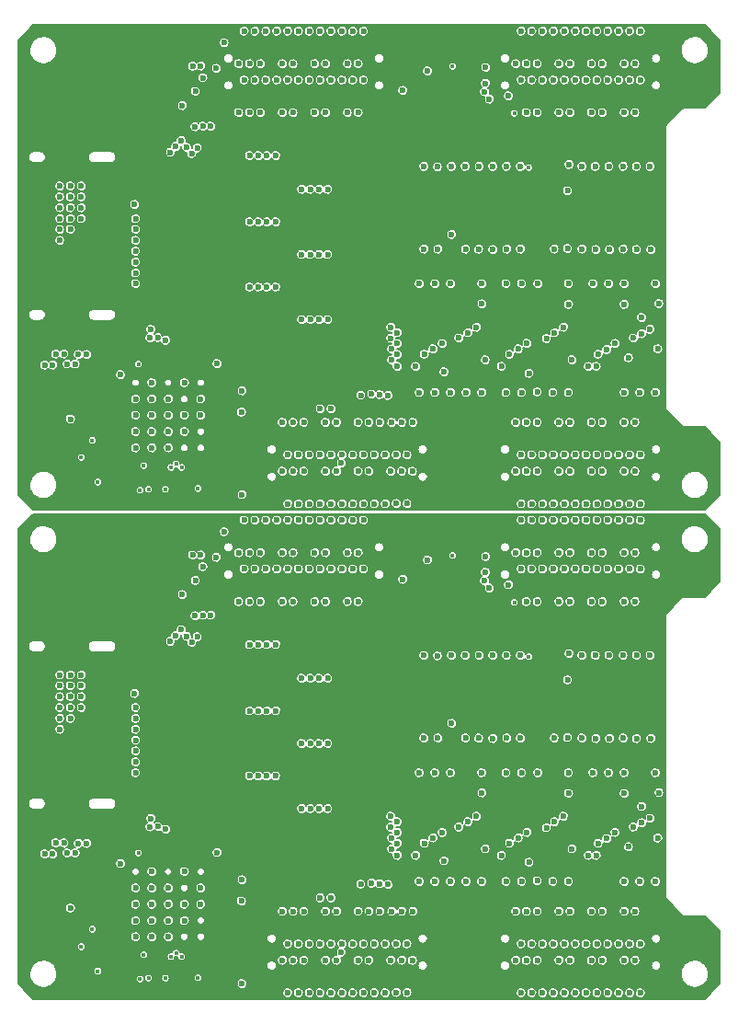
<source format=gbr>
G04 #@! TF.GenerationSoftware,KiCad,Pcbnew,(5.99.0-3349-gc9824bbd9)*
G04 #@! TF.CreationDate,2020-09-22T10:36:58-07:00*
G04 #@! TF.ProjectId,Alchitry_IO_Shield,416c6368-6974-4727-995f-494f5f536869,rev?*
G04 #@! TF.SameCoordinates,Original*
G04 #@! TF.FileFunction,Copper,L3,Inr*
G04 #@! TF.FilePolarity,Positive*
%FSLAX46Y46*%
G04 Gerber Fmt 4.6, Leading zero omitted, Abs format (unit mm)*
G04 Created by KiCad (PCBNEW (5.99.0-3349-gc9824bbd9)) date 2020-09-22 10:36:58*
%MOMM*%
%LPD*%
G01*
G04 APERTURE LIST*
G04 #@! TA.AperFunction,ComponentPad*
%ADD10C,0.600000*%
G04 #@! TD*
G04 #@! TA.AperFunction,ViaPad*
%ADD11C,0.600000*%
G04 #@! TD*
G04 #@! TA.AperFunction,ViaPad*
%ADD12C,0.400000*%
G04 #@! TD*
G04 #@! TA.AperFunction,Conductor*
%ADD13C,0.127000*%
G04 #@! TD*
G04 APERTURE END LIST*
D10*
X23000000Y-96100000D03*
X29000000Y-91600000D03*
X26000000Y-93100000D03*
X27500000Y-93100000D03*
X29000000Y-93100000D03*
X23000000Y-93100000D03*
X24500000Y-96100000D03*
X27500000Y-94600000D03*
X24500000Y-94600000D03*
X23000000Y-94600000D03*
X24500000Y-91600000D03*
X24500000Y-90100000D03*
X27500000Y-90100000D03*
X26000000Y-91600000D03*
X23000000Y-91600000D03*
X26000000Y-96100000D03*
X24500000Y-93100000D03*
X26000000Y-94600000D03*
X23000000Y-51100000D03*
X29000000Y-46600000D03*
X26000000Y-48100000D03*
X27500000Y-48100000D03*
X29000000Y-48100000D03*
X23000000Y-48100000D03*
X24500000Y-51100000D03*
X27500000Y-49600000D03*
X24500000Y-49600000D03*
X23000000Y-49600000D03*
X24500000Y-46600000D03*
X24500000Y-45100000D03*
X27500000Y-45100000D03*
X26000000Y-46600000D03*
X23000000Y-46600000D03*
X26000000Y-51100000D03*
X24500000Y-48100000D03*
X26000000Y-49600000D03*
D11*
X49120000Y-91000000D03*
X57120000Y-81000000D03*
X58560000Y-81000000D03*
X62890510Y-82900000D03*
X62880000Y-81000000D03*
X62880000Y-91000000D03*
X61440000Y-91000000D03*
X59238468Y-89239261D03*
X60050000Y-81000000D03*
X60000000Y-90950000D03*
D12*
X59209500Y-70323487D03*
D11*
X58560000Y-91000000D03*
X57120000Y-91000000D03*
X65120000Y-81000000D03*
X66560000Y-81000000D03*
X71200000Y-82827040D03*
X70880000Y-81000000D03*
X70880000Y-91000000D03*
X69440000Y-91000000D03*
X69600000Y-84100000D03*
X68000000Y-81000000D03*
X68000000Y-82900000D03*
X68000000Y-91000000D03*
D12*
X52200000Y-61000000D03*
X57888155Y-65311845D03*
D11*
X68400000Y-87800000D03*
X65427011Y-88600473D03*
X66000000Y-93750000D03*
X66500000Y-96750000D03*
X67500000Y-96750000D03*
X68000000Y-93750000D03*
X37500000Y-93750008D03*
X69000000Y-93750000D03*
X69500000Y-96750000D03*
X69500000Y-101250000D03*
X69000000Y-98250000D03*
X68000000Y-98250000D03*
X38500000Y-93750008D03*
X67500000Y-101250000D03*
X66500000Y-101250000D03*
X37000000Y-96750000D03*
X66000000Y-98250000D03*
X65000000Y-98250000D03*
X64500000Y-101250000D03*
X63500000Y-101250000D03*
X63000000Y-98250000D03*
X62000000Y-98250000D03*
X61500000Y-101250000D03*
X60500000Y-101250000D03*
X60000000Y-98250000D03*
X59000000Y-98250000D03*
X58500000Y-101250000D03*
X58000000Y-98250000D03*
X36500000Y-93750000D03*
X39000000Y-96750000D03*
X45500000Y-93750000D03*
X48550000Y-93750000D03*
X69500000Y-57750000D03*
X69000000Y-60750000D03*
X69000000Y-65250000D03*
X69500000Y-62250000D03*
X36000000Y-62250000D03*
X47600000Y-63200000D03*
X63200000Y-88000000D03*
X46585925Y-88014075D03*
X55200000Y-88000000D03*
X71100000Y-87000000D03*
X34500000Y-65250000D03*
X48500000Y-98253210D03*
X45000000Y-101250000D03*
X65606006Y-87481020D03*
X47100000Y-87500000D03*
X57450000Y-87481011D03*
X33000000Y-62250000D03*
X49600000Y-87481012D03*
X26200000Y-68900000D03*
X36000000Y-57750000D03*
X70400000Y-85181011D03*
X46500000Y-85000000D03*
X62400000Y-85000000D03*
X35000000Y-62250000D03*
X54400000Y-85000000D03*
X28681086Y-68490559D03*
X44500000Y-98250000D03*
X43500000Y-98250000D03*
X43000000Y-101250000D03*
X35000000Y-57750000D03*
X28472866Y-66550031D03*
X29000000Y-60960000D03*
X59050000Y-86481020D03*
X28500000Y-63300000D03*
X67156764Y-86490707D03*
X31150000Y-58820000D03*
X51250000Y-86500000D03*
X47100000Y-86500000D03*
X27191448Y-67831448D03*
X46571619Y-86999344D03*
X33500000Y-65250000D03*
X58250000Y-86990510D03*
X50393439Y-86990510D03*
X66400000Y-87050000D03*
X26690500Y-68360902D03*
X42000000Y-101250000D03*
X36500000Y-60750000D03*
X49890000Y-61410000D03*
X30430000Y-61169500D03*
X61600000Y-85500000D03*
X33500000Y-60750000D03*
X47100000Y-85500000D03*
X29924747Y-66494510D03*
X53600000Y-85500000D03*
X69600000Y-85600000D03*
X28172448Y-69010000D03*
X58000000Y-93750000D03*
X58500000Y-96749996D03*
X59000000Y-93750000D03*
X60000000Y-93750000D03*
X60500000Y-96750000D03*
X61500000Y-96750000D03*
X62000000Y-93750000D03*
X63000000Y-93750000D03*
X63500000Y-96750000D03*
X64500000Y-96750000D03*
X65000000Y-93750000D03*
X49120000Y-81000000D03*
X50560000Y-81000000D03*
X54900000Y-82850000D03*
X54880000Y-81000000D03*
X54880000Y-91000000D03*
X53440000Y-91000000D03*
X52000000Y-81000000D03*
X51400000Y-89100000D03*
X52000000Y-91000000D03*
X50560000Y-91000000D03*
X70000000Y-60750000D03*
X61000000Y-93750000D03*
X41500000Y-65250000D03*
X57200000Y-74000000D03*
X68400000Y-74000000D03*
X67000000Y-98250000D03*
D12*
X25778635Y-97514318D03*
D11*
X70000000Y-65250000D03*
X39500000Y-93750000D03*
X52400000Y-74000000D03*
X69200000Y-74000000D03*
X67600000Y-74000000D03*
X21300000Y-86575000D03*
D12*
X25000000Y-97650000D03*
D11*
X67000000Y-60750000D03*
X62800000Y-74000000D03*
X38500000Y-60750000D03*
X70000000Y-93750000D03*
X22900000Y-71512500D03*
X38500000Y-65250000D03*
X32498157Y-65248157D03*
X22900000Y-73700000D03*
X32500000Y-60750000D03*
D12*
X26250000Y-97900000D03*
X26750042Y-97583348D03*
X27250000Y-97900000D03*
X23750000Y-97750000D03*
X19500000Y-99250000D03*
D11*
X48000000Y-101217764D03*
X47500000Y-98250000D03*
X46500000Y-98250000D03*
X46000000Y-101250000D03*
X40000000Y-92509425D03*
X40000000Y-96750000D03*
X40500000Y-93749992D03*
X41500000Y-93749994D03*
X41946979Y-97496694D03*
X42000000Y-96750000D03*
X47994844Y-96744844D03*
X46242998Y-91274404D03*
X45482485Y-91207564D03*
X47500000Y-93749988D03*
X46600000Y-93749992D03*
X44738342Y-91156914D03*
X46000000Y-96750000D03*
X43750000Y-91250000D03*
X24400000Y-85200000D03*
X45000000Y-96750008D03*
X24312442Y-85981231D03*
X44500000Y-93749994D03*
X43500000Y-93750000D03*
X25040665Y-85946694D03*
X43000000Y-96750000D03*
X25767674Y-86198532D03*
X68000000Y-65250000D03*
X70400000Y-70200000D03*
X33500000Y-69200000D03*
X67500000Y-62250000D03*
X40700000Y-84300000D03*
X66500000Y-62250000D03*
X39900000Y-84300000D03*
X66000000Y-65250000D03*
X39100000Y-84300000D03*
X65000000Y-65250000D03*
X38300000Y-84300000D03*
X64500000Y-62250000D03*
X35900000Y-81300000D03*
X63500000Y-62250000D03*
X35100000Y-81300000D03*
X63000000Y-65250000D03*
X34300000Y-81300000D03*
X62000000Y-65250000D03*
X33500000Y-81300000D03*
X61500000Y-62250000D03*
X40700000Y-78300000D03*
X60500000Y-62250000D03*
X39900000Y-78300000D03*
X60000000Y-65250000D03*
X39100000Y-78300000D03*
X59000000Y-65250000D03*
X38300000Y-78300000D03*
X58500000Y-62250000D03*
X35900000Y-75300000D03*
X44000000Y-62250000D03*
X35100000Y-75300000D03*
X43500000Y-65250000D03*
X34300000Y-75300000D03*
X42500000Y-65250000D03*
X33500000Y-75300000D03*
X42000000Y-62250000D03*
X40700000Y-72300000D03*
X41000000Y-62250000D03*
X39900000Y-72300000D03*
X40500000Y-65250000D03*
X39100000Y-72300000D03*
X39500000Y-65250000D03*
X38300000Y-72300000D03*
X39000000Y-62250000D03*
X35900000Y-69200000D03*
X38000000Y-62250000D03*
X35100000Y-69200000D03*
X37500000Y-65250000D03*
X34300000Y-69200000D03*
D12*
X23250000Y-88400000D03*
X19000000Y-95400000D03*
X28750000Y-99850000D03*
X23400000Y-100000000D03*
X24200000Y-99900000D03*
X25750000Y-99900000D03*
D11*
X66600000Y-70200000D03*
X67900000Y-70200000D03*
X69150000Y-70200000D03*
X27300000Y-64600000D03*
X28250000Y-60970000D03*
X48800000Y-88600000D03*
X33000000Y-57750000D03*
X56700000Y-88600000D03*
X47100000Y-88600000D03*
X64700000Y-88600000D03*
X36500000Y-65250000D03*
X52778374Y-85990510D03*
X27681948Y-68436801D03*
X29190000Y-62040000D03*
X68850009Y-85994158D03*
X34500000Y-60750000D03*
X46500000Y-86000000D03*
X60850009Y-86050000D03*
X29197744Y-66494510D03*
X41500000Y-98250000D03*
X40500000Y-98250000D03*
X40000000Y-101250000D03*
X39000000Y-101250000D03*
X38500000Y-98250004D03*
X37500000Y-98250000D03*
X37000000Y-101249994D03*
X36500000Y-98250000D03*
X58000000Y-60750000D03*
X57340000Y-63700000D03*
X53350000Y-70200000D03*
X52100000Y-70200000D03*
X50800000Y-70250000D03*
X49550000Y-70200000D03*
X58450000Y-70200000D03*
X57150000Y-70200000D03*
X37500000Y-60750000D03*
X38000000Y-57750000D03*
X39000000Y-57750000D03*
X39500000Y-60750000D03*
X40500000Y-60750000D03*
X41000000Y-57750000D03*
X42000000Y-57750000D03*
X42500000Y-60750000D03*
X43500000Y-60750000D03*
X49550000Y-77800000D03*
X50850000Y-77800000D03*
X44000000Y-57750000D03*
X52120000Y-76460000D03*
X58500000Y-57750000D03*
X55253164Y-61103164D03*
X53400000Y-77800000D03*
X59000000Y-60750000D03*
X60000000Y-60750000D03*
X55220841Y-62551613D03*
X54600000Y-77800000D03*
X60500000Y-57750000D03*
X55900000Y-77850000D03*
X55135800Y-63330326D03*
X55585989Y-63999999D03*
X61500000Y-57750000D03*
X57200000Y-77800000D03*
X62000000Y-60750000D03*
X58450000Y-77800000D03*
X61550000Y-77800000D03*
X63000000Y-60750000D03*
X63500000Y-57750000D03*
X62800000Y-77750000D03*
X64100000Y-77800000D03*
X64500000Y-57750000D03*
X65400000Y-77850000D03*
X65000000Y-60750000D03*
X66000000Y-60750000D03*
X66650000Y-77850000D03*
X66500000Y-57750000D03*
X67900000Y-77800000D03*
X69150000Y-77850000D03*
X67500000Y-57750000D03*
X68000000Y-60750000D03*
X70450000Y-77850000D03*
X55900000Y-70200000D03*
X54650000Y-70200000D03*
X65350000Y-70200000D03*
X64100000Y-70200000D03*
X62918686Y-70031314D03*
X62800000Y-72450000D03*
X64000000Y-60750000D03*
X67000000Y-93750000D03*
X61000000Y-60750000D03*
D12*
X23750000Y-72600000D03*
X18450000Y-96350000D03*
D11*
X41500000Y-60750000D03*
X67000000Y-65250000D03*
X35500000Y-60750000D03*
X50398922Y-63193054D03*
X30350000Y-98750000D03*
X64000000Y-98250000D03*
X65200000Y-74000000D03*
X64400000Y-74000000D03*
X44500000Y-65250000D03*
X54060000Y-61590000D03*
X61000000Y-98250000D03*
X64000000Y-65250000D03*
X42500000Y-98250000D03*
X66800000Y-74000000D03*
X63600000Y-74000000D03*
X50530000Y-59500000D03*
D12*
X21491906Y-93373494D03*
D11*
X53200000Y-74000000D03*
X56400000Y-74000000D03*
X54800000Y-74000000D03*
X42500000Y-93750000D03*
X51600000Y-74000000D03*
X70000000Y-98250000D03*
X44500000Y-60750000D03*
X55600000Y-74000000D03*
X45500000Y-98250000D03*
X60998552Y-65248552D03*
D12*
X21650000Y-90650000D03*
D11*
X64000000Y-93750000D03*
X50800000Y-74000000D03*
X39500000Y-98250000D03*
X35500000Y-65250000D03*
X18476200Y-87500000D03*
X17723800Y-87500000D03*
X17429661Y-88376184D03*
X16677261Y-88376184D03*
X16397861Y-87451451D03*
X15645461Y-87451451D03*
X15366061Y-88469702D03*
X14613661Y-88469702D03*
X65500000Y-57750000D03*
X16000000Y-75000000D03*
X59500000Y-96750000D03*
X18000000Y-74000000D03*
X23000000Y-75000000D03*
X65500000Y-101250000D03*
X68500000Y-62250000D03*
X21600000Y-89350000D03*
X23000000Y-76000000D03*
X62500000Y-62250000D03*
X16000000Y-76000000D03*
X47000000Y-96750000D03*
X17000000Y-74000000D03*
X16000000Y-77000000D03*
D12*
X18000000Y-97000000D03*
D11*
X40000000Y-57750000D03*
X37000000Y-57750000D03*
X41000000Y-96750000D03*
X32751936Y-92801936D03*
X62500000Y-101250000D03*
X44000000Y-96750000D03*
X18000000Y-72000000D03*
X68500000Y-57750000D03*
X16000000Y-73000000D03*
X41000000Y-92509426D03*
X30500000Y-88340000D03*
X32800000Y-90850000D03*
X44000000Y-101250000D03*
X59500000Y-62250000D03*
X59500000Y-57750000D03*
X18000000Y-73000000D03*
X23000000Y-80000000D03*
X23000000Y-78000000D03*
X23000000Y-77000000D03*
X41000000Y-101250000D03*
X17000000Y-72000000D03*
X37000000Y-62250000D03*
X38000000Y-96750000D03*
X32800000Y-100400000D03*
X17000000Y-75000000D03*
X17000000Y-73000000D03*
X23000000Y-81000000D03*
X59500000Y-101250000D03*
X34000000Y-62250000D03*
X23000000Y-79000000D03*
X34000000Y-57750000D03*
X16000000Y-74000000D03*
X18000000Y-75000000D03*
X65500000Y-62250000D03*
X17000000Y-93450000D03*
X43000000Y-62250000D03*
X16000000Y-72000000D03*
X43000000Y-57750000D03*
X68500000Y-101250000D03*
X68510000Y-96750000D03*
X38000000Y-101250000D03*
X62500000Y-57750000D03*
X62500000Y-96750000D03*
X40000000Y-62250000D03*
X47000000Y-101217768D03*
X17000000Y-76000000D03*
X65500000Y-96750000D03*
X65500000Y-51750000D03*
X17000000Y-31000000D03*
X47000000Y-56217768D03*
X40000000Y-17250000D03*
X62500000Y-51750000D03*
X62500000Y-12750000D03*
X38000000Y-56250000D03*
X68510000Y-51750000D03*
X68500000Y-56250000D03*
X43000000Y-12750000D03*
X16000000Y-27000000D03*
X43000000Y-17250000D03*
X17000000Y-48450000D03*
X65500000Y-17250000D03*
X18000000Y-30000000D03*
X16000000Y-29000000D03*
X34000000Y-12750000D03*
X23000000Y-34000000D03*
X34000000Y-17250000D03*
X59500000Y-56250000D03*
X23000000Y-36000000D03*
X17000000Y-28000000D03*
X17000000Y-30000000D03*
X32800000Y-55400000D03*
X38000000Y-51750000D03*
X37000000Y-17250000D03*
X17000000Y-27000000D03*
X41000000Y-56250000D03*
X23000000Y-32000000D03*
X23000000Y-33000000D03*
X23000000Y-35000000D03*
X18000000Y-28000000D03*
X59500000Y-12750000D03*
X59500000Y-17250000D03*
X44000000Y-56250000D03*
X32800000Y-45850000D03*
X30500000Y-43340000D03*
X41000000Y-47509426D03*
X16000000Y-28000000D03*
X68500000Y-12750000D03*
X18000000Y-27000000D03*
X44000000Y-51750000D03*
X62500000Y-56250000D03*
X32751936Y-47801936D03*
X41000000Y-51750000D03*
X37000000Y-12750000D03*
X40000000Y-12750000D03*
D12*
X18000000Y-52000000D03*
D11*
X16000000Y-32000000D03*
X17000000Y-29000000D03*
X47000000Y-51750000D03*
X16000000Y-31000000D03*
X62500000Y-17250000D03*
X23000000Y-31000000D03*
X21600000Y-44350000D03*
X68500000Y-17250000D03*
X65500000Y-56250000D03*
X23000000Y-30000000D03*
X18000000Y-29000000D03*
X59500000Y-51750000D03*
X16000000Y-30000000D03*
X65500000Y-12750000D03*
X14613661Y-43469702D03*
X15366061Y-43469702D03*
X15645461Y-42451451D03*
X16397861Y-42451451D03*
X16677261Y-43376184D03*
X17429661Y-43376184D03*
X17723800Y-42500000D03*
X18476200Y-42500000D03*
X35500000Y-20250000D03*
X39500000Y-53250000D03*
X50800000Y-29000000D03*
X64000000Y-48750000D03*
D12*
X21650000Y-45650000D03*
D11*
X60998552Y-20248552D03*
X45500000Y-53250000D03*
X55600000Y-29000000D03*
X44500000Y-15750000D03*
X70000000Y-53250000D03*
X51600000Y-29000000D03*
X42500000Y-48750000D03*
X54800000Y-29000000D03*
X56400000Y-29000000D03*
X53200000Y-29000000D03*
D12*
X21491906Y-48373494D03*
D11*
X50530000Y-14500000D03*
X63600000Y-29000000D03*
X66800000Y-29000000D03*
X42500000Y-53250000D03*
X64000000Y-20250000D03*
X61000000Y-53250000D03*
X54060000Y-16590000D03*
X44500000Y-20250000D03*
X64400000Y-29000000D03*
X65200000Y-29000000D03*
X64000000Y-53250000D03*
X30350000Y-53750000D03*
X50398922Y-18193054D03*
X35500000Y-15750000D03*
X67000000Y-20250000D03*
X41500000Y-15750000D03*
D12*
X18450000Y-51350000D03*
X23750000Y-27600000D03*
D11*
X61000000Y-15750000D03*
X67000000Y-48750000D03*
X64000000Y-15750000D03*
X70000000Y-15750000D03*
X61000000Y-48750000D03*
X41500000Y-20250000D03*
X57200000Y-29000000D03*
X68400000Y-29000000D03*
X67000000Y-53250000D03*
D12*
X25778635Y-52514318D03*
D11*
X70000000Y-20250000D03*
X39500000Y-48750000D03*
X52400000Y-29000000D03*
X69200000Y-29000000D03*
X67600000Y-29000000D03*
X21300000Y-41575000D03*
D12*
X25000000Y-52650000D03*
D11*
X67000000Y-15750000D03*
X62800000Y-29000000D03*
X38500000Y-15750000D03*
X70000000Y-48750000D03*
X22900000Y-26512500D03*
X38500000Y-20250000D03*
X32498157Y-20248157D03*
X22900000Y-28700000D03*
X32500000Y-15750000D03*
D12*
X26250000Y-52900000D03*
X26750042Y-52583348D03*
X27250000Y-52900000D03*
X23750000Y-52750000D03*
X19500000Y-54250000D03*
D11*
X48000000Y-56217764D03*
X47500000Y-53250000D03*
X46500000Y-53250000D03*
X46000000Y-56250000D03*
X40000000Y-47509425D03*
X40000000Y-51750000D03*
X40500000Y-48749992D03*
X41500000Y-48749994D03*
X41946979Y-52496694D03*
X42000000Y-51750000D03*
X47994844Y-51744844D03*
X46242998Y-46274404D03*
X45482485Y-46207564D03*
X47500000Y-48749988D03*
X46600000Y-48749992D03*
X44738342Y-46156914D03*
X46000000Y-51750000D03*
X43750000Y-46250000D03*
X24400000Y-40200000D03*
X45000000Y-51750008D03*
X24312442Y-40981231D03*
X44500000Y-48749994D03*
X43500000Y-48750000D03*
X25040665Y-40946694D03*
X43000000Y-51750000D03*
X25767674Y-41198532D03*
X68000000Y-20250000D03*
X33500000Y-24200000D03*
X67500000Y-17250000D03*
X40700000Y-39300000D03*
X66500000Y-17250000D03*
X39900000Y-39300000D03*
X66000000Y-20250000D03*
X39100000Y-39300000D03*
X65000000Y-20250000D03*
X38300000Y-39300000D03*
X64500000Y-17250000D03*
X35900000Y-36300000D03*
X63500000Y-17250000D03*
X35100000Y-36300000D03*
X63000000Y-20250000D03*
X34300000Y-36300000D03*
X62000000Y-20250000D03*
X33500000Y-36300000D03*
X61500000Y-17250000D03*
X40700000Y-33300000D03*
X60500000Y-17250000D03*
X39900000Y-33300000D03*
X60000000Y-20250000D03*
X39100000Y-33300000D03*
X59000000Y-20250000D03*
X38300000Y-33300000D03*
X58500000Y-17250000D03*
X35900000Y-30300000D03*
X44000000Y-17250000D03*
X35100000Y-30300000D03*
X43500000Y-20250000D03*
X34300000Y-30300000D03*
X42500000Y-20250000D03*
X33500000Y-30300000D03*
X42000000Y-17250000D03*
X40700000Y-27300000D03*
X41000000Y-17250000D03*
X39900000Y-27300000D03*
X40500000Y-20250000D03*
X39100000Y-27300000D03*
X39500000Y-20250000D03*
X38300000Y-27300000D03*
X39000000Y-17250000D03*
X35900000Y-24200000D03*
X38000000Y-17250000D03*
X35100000Y-24200000D03*
X37500000Y-20250000D03*
X34300000Y-24200000D03*
D12*
X23250000Y-43400000D03*
X19000000Y-50400000D03*
X28750000Y-54850000D03*
X23400000Y-55000000D03*
X24200000Y-54900000D03*
X25750000Y-54900000D03*
D11*
X66600000Y-25200000D03*
X67900000Y-25200000D03*
X69150000Y-25200000D03*
X70400000Y-25200000D03*
X62800000Y-27450000D03*
X62918686Y-25031314D03*
X64100000Y-25200000D03*
X65350000Y-25200000D03*
X54650000Y-25200000D03*
X55900000Y-25200000D03*
X70450000Y-32850000D03*
X68000000Y-15750000D03*
X67500000Y-12750000D03*
X69150000Y-32850000D03*
X67900000Y-32800000D03*
X66500000Y-12750000D03*
X66650000Y-32850000D03*
X66000000Y-15750000D03*
X65000000Y-15750000D03*
X65400000Y-32850000D03*
X64500000Y-12750000D03*
X64100000Y-32800000D03*
X62800000Y-32750000D03*
X63500000Y-12750000D03*
X63000000Y-15750000D03*
X61550000Y-32800000D03*
X58450000Y-32800000D03*
X62000000Y-15750000D03*
X57200000Y-32800000D03*
X61500000Y-12750000D03*
X55585989Y-18999999D03*
X55135800Y-18330326D03*
X55900000Y-32850000D03*
X60500000Y-12750000D03*
X54600000Y-32800000D03*
X55220841Y-17551613D03*
X60000000Y-15750000D03*
X59000000Y-15750000D03*
X53400000Y-32800000D03*
X55253164Y-16103164D03*
X58500000Y-12750000D03*
X52120000Y-31460000D03*
X44000000Y-12750000D03*
X50850000Y-32800000D03*
X49550000Y-32800000D03*
X43500000Y-15750000D03*
X42500000Y-15750000D03*
X42000000Y-12750000D03*
X41000000Y-12750000D03*
X40500000Y-15750000D03*
X39500000Y-15750000D03*
X39000000Y-12750000D03*
X38000000Y-12750000D03*
X37500000Y-15750000D03*
X57150000Y-25200000D03*
X58450000Y-25200000D03*
X49550000Y-25200000D03*
X50800000Y-25250000D03*
X52100000Y-25200000D03*
X53350000Y-25200000D03*
X57340000Y-18700000D03*
X58000000Y-15750000D03*
X36500000Y-53250000D03*
X37000000Y-56249994D03*
X37500000Y-53250000D03*
X38500000Y-53250004D03*
X39000000Y-56250000D03*
X40000000Y-56250000D03*
X40500000Y-53250000D03*
X41500000Y-53250000D03*
X29197744Y-21494510D03*
X60850009Y-41050000D03*
X46500000Y-41000000D03*
X34500000Y-15750000D03*
X68850009Y-40994158D03*
X29190000Y-17040000D03*
X27681948Y-23436801D03*
X52778374Y-40990510D03*
X36500000Y-20250000D03*
X64700000Y-43600000D03*
X47100000Y-43600000D03*
X56700000Y-43600000D03*
X33000000Y-12750000D03*
X48800000Y-43600000D03*
X28250000Y-15970000D03*
X27300000Y-19600000D03*
X28172448Y-24010000D03*
X69600000Y-40600000D03*
X53600000Y-40500000D03*
X29924747Y-21494510D03*
X47100000Y-40500000D03*
X33500000Y-15750000D03*
X61600000Y-40500000D03*
X30430000Y-16169500D03*
X49890000Y-16410000D03*
X36500000Y-15750000D03*
X42000000Y-56250000D03*
X26690500Y-23360902D03*
X66400000Y-42050000D03*
X50393439Y-41990510D03*
X58250000Y-41990510D03*
X33500000Y-20250000D03*
X46571619Y-41999344D03*
X27191448Y-22831448D03*
X47100000Y-41500000D03*
X51250000Y-41500000D03*
X31150000Y-13820000D03*
X67156764Y-41490707D03*
X28500000Y-18300000D03*
X59050000Y-41481020D03*
X29000000Y-15960000D03*
X28472866Y-21550031D03*
X35000000Y-12750000D03*
X43000000Y-56250000D03*
X43500000Y-53250000D03*
X44500000Y-53250000D03*
X28681086Y-23490559D03*
X54400000Y-40000000D03*
X35000000Y-17250000D03*
X62400000Y-40000000D03*
X46500000Y-40000000D03*
X70400000Y-40181011D03*
X36000000Y-12750000D03*
X26200000Y-23900000D03*
X49600000Y-42481012D03*
X33000000Y-17250000D03*
X57450000Y-42481011D03*
X47100000Y-42500000D03*
X65606006Y-42481020D03*
X45000000Y-56250000D03*
X48500000Y-53253210D03*
X34500000Y-20250000D03*
X71100000Y-42000000D03*
X55200000Y-43000000D03*
X46585925Y-43014075D03*
X63200000Y-43000000D03*
X47600000Y-18200000D03*
X36000000Y-17250000D03*
X69500000Y-17250000D03*
X69000000Y-20250000D03*
X69000000Y-15750000D03*
X69500000Y-12750000D03*
X48550000Y-48750000D03*
X45500000Y-48750000D03*
X39000000Y-51750000D03*
X36500000Y-48750000D03*
X58000000Y-53250000D03*
X58500000Y-56250000D03*
X59000000Y-53250000D03*
X60000000Y-53250000D03*
X60500000Y-56250000D03*
X61500000Y-56250000D03*
X62000000Y-53250000D03*
X63000000Y-53250000D03*
X63500000Y-56250000D03*
X64500000Y-56250000D03*
X65000000Y-53250000D03*
X66000000Y-53250000D03*
X37000000Y-51750000D03*
X66500000Y-56250000D03*
X67500000Y-56250000D03*
X38500000Y-48750008D03*
X68000000Y-53250000D03*
X69000000Y-53250000D03*
X69500000Y-56250000D03*
X69500000Y-51750000D03*
X69000000Y-48750000D03*
X37500000Y-48750008D03*
X68000000Y-48750000D03*
X67500000Y-51750000D03*
X66500000Y-51750000D03*
X66000000Y-48750000D03*
X65427011Y-43600473D03*
X68400000Y-42800000D03*
D12*
X57888155Y-20311845D03*
X52200000Y-16000000D03*
D11*
X68000000Y-46000000D03*
X68000000Y-37900000D03*
X68000000Y-36000000D03*
X69600000Y-39100000D03*
X69440000Y-46000000D03*
X70880000Y-46000000D03*
X70880000Y-36000000D03*
X71200000Y-37827040D03*
X66560000Y-36000000D03*
X65120000Y-36000000D03*
X57120000Y-46000000D03*
X58560000Y-46000000D03*
D12*
X59209500Y-25323487D03*
D11*
X60000000Y-45950000D03*
X60050000Y-36000000D03*
X59238468Y-44239261D03*
X61440000Y-46000000D03*
X62880000Y-46000000D03*
X62880000Y-36000000D03*
X62890510Y-37900000D03*
X58560000Y-36000000D03*
X57120000Y-36000000D03*
X49120000Y-46000000D03*
X50560000Y-46000000D03*
X52000000Y-46000000D03*
X51400000Y-44100000D03*
X52000000Y-36000000D03*
X53440000Y-46000000D03*
X54880000Y-46000000D03*
X54880000Y-36000000D03*
X54900000Y-37850000D03*
X50560000Y-36000000D03*
X49120000Y-36000000D03*
X65000000Y-48750000D03*
X64500000Y-51750000D03*
X63500000Y-51750000D03*
X63000000Y-48750000D03*
X62000000Y-48750000D03*
X61500000Y-51750000D03*
X60500000Y-51750000D03*
X60000000Y-48750000D03*
X59000000Y-48750000D03*
X58500000Y-51749996D03*
X58000000Y-48750000D03*
D13*
X76810001Y-58578702D02*
X76810000Y-63421300D01*
X75421301Y-64810000D01*
X73533420Y-64810000D01*
X73514475Y-64802898D01*
X73481486Y-64810000D01*
X73473978Y-64810000D01*
X73453277Y-64816073D01*
X73410292Y-64825326D01*
X73402893Y-64830854D01*
X73393230Y-64833689D01*
X73364487Y-64866813D01*
X71889284Y-66342017D01*
X71870863Y-66350392D01*
X71852555Y-66378746D01*
X71847249Y-66384051D01*
X71836913Y-66402972D01*
X71813059Y-66439913D01*
X71811733Y-66449058D01*
X71806903Y-66457900D01*
X71810001Y-66501652D01*
X71810000Y-92466579D01*
X71802897Y-92485525D01*
X71810000Y-92518518D01*
X71810000Y-92526021D01*
X71816070Y-92546711D01*
X71825323Y-92589692D01*
X71830852Y-92597100D01*
X71833689Y-92606770D01*
X71866813Y-92635513D01*
X73342017Y-94110718D01*
X73350391Y-94129138D01*
X73378745Y-94147446D01*
X73384049Y-94152750D01*
X73402967Y-94163086D01*
X73439913Y-94186942D01*
X73449058Y-94188268D01*
X73457898Y-94193097D01*
X73501636Y-94190000D01*
X75421300Y-94190000D01*
X76810001Y-95578702D01*
X76810000Y-100421300D01*
X75421301Y-101810000D01*
X13578700Y-101810000D01*
X13088539Y-101319839D01*
X36509243Y-101319839D01*
X36551475Y-101461054D01*
X36633364Y-101583608D01*
X36747667Y-101676666D01*
X36884281Y-101732000D01*
X37031125Y-101744719D01*
X37175219Y-101713696D01*
X37303819Y-101641676D01*
X37405559Y-101535026D01*
X37471441Y-101403175D01*
X37485311Y-101319845D01*
X37509243Y-101319845D01*
X37551475Y-101461060D01*
X37633364Y-101583614D01*
X37747667Y-101676672D01*
X37884281Y-101732006D01*
X38031125Y-101744725D01*
X38175219Y-101713702D01*
X38303819Y-101641682D01*
X38405559Y-101535032D01*
X38471441Y-101403181D01*
X38485312Y-101319845D01*
X38509243Y-101319845D01*
X38551475Y-101461060D01*
X38633364Y-101583614D01*
X38747667Y-101676672D01*
X38884281Y-101732006D01*
X39031125Y-101744725D01*
X39175219Y-101713702D01*
X39303819Y-101641682D01*
X39405559Y-101535032D01*
X39471441Y-101403181D01*
X39485312Y-101319845D01*
X39509243Y-101319845D01*
X39551475Y-101461060D01*
X39633364Y-101583614D01*
X39747667Y-101676672D01*
X39884281Y-101732006D01*
X40031125Y-101744725D01*
X40175219Y-101713702D01*
X40303819Y-101641682D01*
X40405559Y-101535032D01*
X40471441Y-101403181D01*
X40485312Y-101319845D01*
X40509243Y-101319845D01*
X40551475Y-101461060D01*
X40633364Y-101583614D01*
X40747667Y-101676672D01*
X40884281Y-101732006D01*
X41031125Y-101744725D01*
X41175219Y-101713702D01*
X41303819Y-101641682D01*
X41405559Y-101535032D01*
X41471441Y-101403181D01*
X41485312Y-101319845D01*
X41509243Y-101319845D01*
X41551475Y-101461060D01*
X41633364Y-101583614D01*
X41747667Y-101676672D01*
X41884281Y-101732006D01*
X42031125Y-101744725D01*
X42175219Y-101713702D01*
X42303819Y-101641682D01*
X42405559Y-101535032D01*
X42471441Y-101403181D01*
X42485312Y-101319845D01*
X42509243Y-101319845D01*
X42551475Y-101461060D01*
X42633364Y-101583614D01*
X42747667Y-101676672D01*
X42884281Y-101732006D01*
X43031125Y-101744725D01*
X43175219Y-101713702D01*
X43303819Y-101641682D01*
X43405559Y-101535032D01*
X43471441Y-101403181D01*
X43485312Y-101319845D01*
X43509243Y-101319845D01*
X43551475Y-101461060D01*
X43633364Y-101583614D01*
X43747667Y-101676672D01*
X43884281Y-101732006D01*
X44031125Y-101744725D01*
X44175219Y-101713702D01*
X44303819Y-101641682D01*
X44405559Y-101535032D01*
X44471441Y-101403181D01*
X44485312Y-101319845D01*
X44509243Y-101319845D01*
X44551475Y-101461060D01*
X44633364Y-101583614D01*
X44747667Y-101676672D01*
X44884281Y-101732006D01*
X45031125Y-101744725D01*
X45175219Y-101713702D01*
X45303819Y-101641682D01*
X45405559Y-101535032D01*
X45471441Y-101403181D01*
X45485312Y-101319845D01*
X45509243Y-101319845D01*
X45551475Y-101461060D01*
X45633364Y-101583614D01*
X45747667Y-101676672D01*
X45884281Y-101732006D01*
X46031125Y-101744725D01*
X46175219Y-101713702D01*
X46303819Y-101641682D01*
X46405559Y-101535032D01*
X46471441Y-101403181D01*
X46490677Y-101287613D01*
X46509243Y-101287613D01*
X46551475Y-101428828D01*
X46633364Y-101551382D01*
X46747667Y-101644440D01*
X46884281Y-101699774D01*
X47031125Y-101712493D01*
X47175219Y-101681470D01*
X47303819Y-101609450D01*
X47405559Y-101502800D01*
X47471441Y-101370949D01*
X47485312Y-101287609D01*
X47509243Y-101287609D01*
X47551475Y-101428824D01*
X47633364Y-101551378D01*
X47747667Y-101644436D01*
X47884281Y-101699770D01*
X48031125Y-101712489D01*
X48175219Y-101681466D01*
X48303819Y-101609446D01*
X48405559Y-101502796D01*
X48471441Y-101370945D01*
X48479946Y-101319845D01*
X58009243Y-101319845D01*
X58051475Y-101461060D01*
X58133364Y-101583614D01*
X58247667Y-101676672D01*
X58384281Y-101732006D01*
X58531125Y-101744725D01*
X58675219Y-101713702D01*
X58803819Y-101641682D01*
X58905559Y-101535032D01*
X58971441Y-101403181D01*
X58985312Y-101319845D01*
X59009243Y-101319845D01*
X59051475Y-101461060D01*
X59133364Y-101583614D01*
X59247667Y-101676672D01*
X59384281Y-101732006D01*
X59531125Y-101744725D01*
X59675219Y-101713702D01*
X59803819Y-101641682D01*
X59905559Y-101535032D01*
X59971441Y-101403181D01*
X59985312Y-101319845D01*
X60009243Y-101319845D01*
X60051475Y-101461060D01*
X60133364Y-101583614D01*
X60247667Y-101676672D01*
X60384281Y-101732006D01*
X60531125Y-101744725D01*
X60675219Y-101713702D01*
X60803819Y-101641682D01*
X60905559Y-101535032D01*
X60971441Y-101403181D01*
X60985312Y-101319845D01*
X61009243Y-101319845D01*
X61051475Y-101461060D01*
X61133364Y-101583614D01*
X61247667Y-101676672D01*
X61384281Y-101732006D01*
X61531125Y-101744725D01*
X61675219Y-101713702D01*
X61803819Y-101641682D01*
X61905559Y-101535032D01*
X61971441Y-101403181D01*
X61985312Y-101319845D01*
X62009243Y-101319845D01*
X62051475Y-101461060D01*
X62133364Y-101583614D01*
X62247667Y-101676672D01*
X62384281Y-101732006D01*
X62531125Y-101744725D01*
X62675219Y-101713702D01*
X62803819Y-101641682D01*
X62905559Y-101535032D01*
X62971441Y-101403181D01*
X62985312Y-101319845D01*
X63009243Y-101319845D01*
X63051475Y-101461060D01*
X63133364Y-101583614D01*
X63247667Y-101676672D01*
X63384281Y-101732006D01*
X63531125Y-101744725D01*
X63675219Y-101713702D01*
X63803819Y-101641682D01*
X63905559Y-101535032D01*
X63971441Y-101403181D01*
X63985312Y-101319845D01*
X64009243Y-101319845D01*
X64051475Y-101461060D01*
X64133364Y-101583614D01*
X64247667Y-101676672D01*
X64384281Y-101732006D01*
X64531125Y-101744725D01*
X64675219Y-101713702D01*
X64803819Y-101641682D01*
X64905559Y-101535032D01*
X64971441Y-101403181D01*
X64985312Y-101319845D01*
X65009243Y-101319845D01*
X65051475Y-101461060D01*
X65133364Y-101583614D01*
X65247667Y-101676672D01*
X65384281Y-101732006D01*
X65531125Y-101744725D01*
X65675219Y-101713702D01*
X65803819Y-101641682D01*
X65905559Y-101535032D01*
X65971441Y-101403181D01*
X65985312Y-101319845D01*
X66009243Y-101319845D01*
X66051475Y-101461060D01*
X66133364Y-101583614D01*
X66247667Y-101676672D01*
X66384281Y-101732006D01*
X66531125Y-101744725D01*
X66675219Y-101713702D01*
X66803819Y-101641682D01*
X66905559Y-101535032D01*
X66971441Y-101403181D01*
X66985312Y-101319845D01*
X67009243Y-101319845D01*
X67051475Y-101461060D01*
X67133364Y-101583614D01*
X67247667Y-101676672D01*
X67384281Y-101732006D01*
X67531125Y-101744725D01*
X67675219Y-101713702D01*
X67803819Y-101641682D01*
X67905559Y-101535032D01*
X67971441Y-101403181D01*
X67985312Y-101319845D01*
X68009243Y-101319845D01*
X68051475Y-101461060D01*
X68133364Y-101583614D01*
X68247667Y-101676672D01*
X68384281Y-101732006D01*
X68531125Y-101744725D01*
X68675219Y-101713702D01*
X68803819Y-101641682D01*
X68905559Y-101535032D01*
X68971441Y-101403181D01*
X68985312Y-101319845D01*
X69009243Y-101319845D01*
X69051475Y-101461060D01*
X69133364Y-101583614D01*
X69247667Y-101676672D01*
X69384281Y-101732006D01*
X69531125Y-101744725D01*
X69675219Y-101713702D01*
X69803819Y-101641682D01*
X69905559Y-101535032D01*
X69971441Y-101403181D01*
X69994907Y-101262201D01*
X69995036Y-101245570D01*
X69973788Y-101104244D01*
X69909986Y-100971374D01*
X69809934Y-100863139D01*
X69682481Y-100789108D01*
X69538893Y-100755825D01*
X69391866Y-100766236D01*
X69254400Y-100819417D01*
X69138648Y-100910668D01*
X69054845Y-101031921D01*
X69010401Y-101172455D01*
X69009243Y-101319845D01*
X68985312Y-101319845D01*
X68994907Y-101262201D01*
X68995036Y-101245570D01*
X68973788Y-101104244D01*
X68909986Y-100971374D01*
X68809934Y-100863139D01*
X68682481Y-100789108D01*
X68538893Y-100755825D01*
X68391866Y-100766236D01*
X68254400Y-100819417D01*
X68138648Y-100910668D01*
X68054845Y-101031921D01*
X68010401Y-101172455D01*
X68009243Y-101319845D01*
X67985312Y-101319845D01*
X67994907Y-101262201D01*
X67995036Y-101245570D01*
X67973788Y-101104244D01*
X67909986Y-100971374D01*
X67809934Y-100863139D01*
X67682481Y-100789108D01*
X67538893Y-100755825D01*
X67391866Y-100766236D01*
X67254400Y-100819417D01*
X67138648Y-100910668D01*
X67054845Y-101031921D01*
X67010401Y-101172455D01*
X67009243Y-101319845D01*
X66985312Y-101319845D01*
X66994907Y-101262201D01*
X66995036Y-101245570D01*
X66973788Y-101104244D01*
X66909986Y-100971374D01*
X66809934Y-100863139D01*
X66682481Y-100789108D01*
X66538893Y-100755825D01*
X66391866Y-100766236D01*
X66254400Y-100819417D01*
X66138648Y-100910668D01*
X66054845Y-101031921D01*
X66010401Y-101172455D01*
X66009243Y-101319845D01*
X65985312Y-101319845D01*
X65994907Y-101262201D01*
X65995036Y-101245570D01*
X65973788Y-101104244D01*
X65909986Y-100971374D01*
X65809934Y-100863139D01*
X65682481Y-100789108D01*
X65538893Y-100755825D01*
X65391866Y-100766236D01*
X65254400Y-100819417D01*
X65138648Y-100910668D01*
X65054845Y-101031921D01*
X65010401Y-101172455D01*
X65009243Y-101319845D01*
X64985312Y-101319845D01*
X64994907Y-101262201D01*
X64995036Y-101245570D01*
X64973788Y-101104244D01*
X64909986Y-100971374D01*
X64809934Y-100863139D01*
X64682481Y-100789108D01*
X64538893Y-100755825D01*
X64391866Y-100766236D01*
X64254400Y-100819417D01*
X64138648Y-100910668D01*
X64054845Y-101031921D01*
X64010401Y-101172455D01*
X64009243Y-101319845D01*
X63985312Y-101319845D01*
X63994907Y-101262201D01*
X63995036Y-101245570D01*
X63973788Y-101104244D01*
X63909986Y-100971374D01*
X63809934Y-100863139D01*
X63682481Y-100789108D01*
X63538893Y-100755825D01*
X63391866Y-100766236D01*
X63254400Y-100819417D01*
X63138648Y-100910668D01*
X63054845Y-101031921D01*
X63010401Y-101172455D01*
X63009243Y-101319845D01*
X62985312Y-101319845D01*
X62994907Y-101262201D01*
X62995036Y-101245570D01*
X62973788Y-101104244D01*
X62909986Y-100971374D01*
X62809934Y-100863139D01*
X62682481Y-100789108D01*
X62538893Y-100755825D01*
X62391866Y-100766236D01*
X62254400Y-100819417D01*
X62138648Y-100910668D01*
X62054845Y-101031921D01*
X62010401Y-101172455D01*
X62009243Y-101319845D01*
X61985312Y-101319845D01*
X61994907Y-101262201D01*
X61995036Y-101245570D01*
X61973788Y-101104244D01*
X61909986Y-100971374D01*
X61809934Y-100863139D01*
X61682481Y-100789108D01*
X61538893Y-100755825D01*
X61391866Y-100766236D01*
X61254400Y-100819417D01*
X61138648Y-100910668D01*
X61054845Y-101031921D01*
X61010401Y-101172455D01*
X61009243Y-101319845D01*
X60985312Y-101319845D01*
X60994907Y-101262201D01*
X60995036Y-101245570D01*
X60973788Y-101104244D01*
X60909986Y-100971374D01*
X60809934Y-100863139D01*
X60682481Y-100789108D01*
X60538893Y-100755825D01*
X60391866Y-100766236D01*
X60254400Y-100819417D01*
X60138648Y-100910668D01*
X60054845Y-101031921D01*
X60010401Y-101172455D01*
X60009243Y-101319845D01*
X59985312Y-101319845D01*
X59994907Y-101262201D01*
X59995036Y-101245570D01*
X59973788Y-101104244D01*
X59909986Y-100971374D01*
X59809934Y-100863139D01*
X59682481Y-100789108D01*
X59538893Y-100755825D01*
X59391866Y-100766236D01*
X59254400Y-100819417D01*
X59138648Y-100910668D01*
X59054845Y-101031921D01*
X59010401Y-101172455D01*
X59009243Y-101319845D01*
X58985312Y-101319845D01*
X58994907Y-101262201D01*
X58995036Y-101245570D01*
X58973788Y-101104244D01*
X58909986Y-100971374D01*
X58809934Y-100863139D01*
X58682481Y-100789108D01*
X58538893Y-100755825D01*
X58391866Y-100766236D01*
X58254400Y-100819417D01*
X58138648Y-100910668D01*
X58054845Y-101031921D01*
X58010401Y-101172455D01*
X58009243Y-101319845D01*
X48479946Y-101319845D01*
X48494907Y-101229965D01*
X48495036Y-101213334D01*
X48473788Y-101072008D01*
X48409986Y-100939138D01*
X48309934Y-100830903D01*
X48182481Y-100756872D01*
X48038893Y-100723589D01*
X47891866Y-100734000D01*
X47754400Y-100787181D01*
X47638648Y-100878432D01*
X47554845Y-100999685D01*
X47510401Y-101140219D01*
X47509243Y-101287609D01*
X47485312Y-101287609D01*
X47494907Y-101229969D01*
X47495036Y-101213338D01*
X47473788Y-101072012D01*
X47409986Y-100939142D01*
X47309934Y-100830907D01*
X47182481Y-100756876D01*
X47038893Y-100723593D01*
X46891866Y-100734004D01*
X46754400Y-100787185D01*
X46638648Y-100878436D01*
X46554845Y-100999689D01*
X46510401Y-101140223D01*
X46509243Y-101287613D01*
X46490677Y-101287613D01*
X46494907Y-101262201D01*
X46495036Y-101245570D01*
X46473788Y-101104244D01*
X46409986Y-100971374D01*
X46309934Y-100863139D01*
X46182481Y-100789108D01*
X46038893Y-100755825D01*
X45891866Y-100766236D01*
X45754400Y-100819417D01*
X45638648Y-100910668D01*
X45554845Y-101031921D01*
X45510401Y-101172455D01*
X45509243Y-101319845D01*
X45485312Y-101319845D01*
X45494907Y-101262201D01*
X45495036Y-101245570D01*
X45473788Y-101104244D01*
X45409986Y-100971374D01*
X45309934Y-100863139D01*
X45182481Y-100789108D01*
X45038893Y-100755825D01*
X44891866Y-100766236D01*
X44754400Y-100819417D01*
X44638648Y-100910668D01*
X44554845Y-101031921D01*
X44510401Y-101172455D01*
X44509243Y-101319845D01*
X44485312Y-101319845D01*
X44494907Y-101262201D01*
X44495036Y-101245570D01*
X44473788Y-101104244D01*
X44409986Y-100971374D01*
X44309934Y-100863139D01*
X44182481Y-100789108D01*
X44038893Y-100755825D01*
X43891866Y-100766236D01*
X43754400Y-100819417D01*
X43638648Y-100910668D01*
X43554845Y-101031921D01*
X43510401Y-101172455D01*
X43509243Y-101319845D01*
X43485312Y-101319845D01*
X43494907Y-101262201D01*
X43495036Y-101245570D01*
X43473788Y-101104244D01*
X43409986Y-100971374D01*
X43309934Y-100863139D01*
X43182481Y-100789108D01*
X43038893Y-100755825D01*
X42891866Y-100766236D01*
X42754400Y-100819417D01*
X42638648Y-100910668D01*
X42554845Y-101031921D01*
X42510401Y-101172455D01*
X42509243Y-101319845D01*
X42485312Y-101319845D01*
X42494907Y-101262201D01*
X42495036Y-101245570D01*
X42473788Y-101104244D01*
X42409986Y-100971374D01*
X42309934Y-100863139D01*
X42182481Y-100789108D01*
X42038893Y-100755825D01*
X41891866Y-100766236D01*
X41754400Y-100819417D01*
X41638648Y-100910668D01*
X41554845Y-101031921D01*
X41510401Y-101172455D01*
X41509243Y-101319845D01*
X41485312Y-101319845D01*
X41494907Y-101262201D01*
X41495036Y-101245570D01*
X41473788Y-101104244D01*
X41409986Y-100971374D01*
X41309934Y-100863139D01*
X41182481Y-100789108D01*
X41038893Y-100755825D01*
X40891866Y-100766236D01*
X40754400Y-100819417D01*
X40638648Y-100910668D01*
X40554845Y-101031921D01*
X40510401Y-101172455D01*
X40509243Y-101319845D01*
X40485312Y-101319845D01*
X40494907Y-101262201D01*
X40495036Y-101245570D01*
X40473788Y-101104244D01*
X40409986Y-100971374D01*
X40309934Y-100863139D01*
X40182481Y-100789108D01*
X40038893Y-100755825D01*
X39891866Y-100766236D01*
X39754400Y-100819417D01*
X39638648Y-100910668D01*
X39554845Y-101031921D01*
X39510401Y-101172455D01*
X39509243Y-101319845D01*
X39485312Y-101319845D01*
X39494907Y-101262201D01*
X39495036Y-101245570D01*
X39473788Y-101104244D01*
X39409986Y-100971374D01*
X39309934Y-100863139D01*
X39182481Y-100789108D01*
X39038893Y-100755825D01*
X38891866Y-100766236D01*
X38754400Y-100819417D01*
X38638648Y-100910668D01*
X38554845Y-101031921D01*
X38510401Y-101172455D01*
X38509243Y-101319845D01*
X38485312Y-101319845D01*
X38494907Y-101262201D01*
X38495036Y-101245570D01*
X38473788Y-101104244D01*
X38409986Y-100971374D01*
X38309934Y-100863139D01*
X38182481Y-100789108D01*
X38038893Y-100755825D01*
X37891866Y-100766236D01*
X37754400Y-100819417D01*
X37638648Y-100910668D01*
X37554845Y-101031921D01*
X37510401Y-101172455D01*
X37509243Y-101319845D01*
X37485311Y-101319845D01*
X37494907Y-101262195D01*
X37495036Y-101245564D01*
X37473788Y-101104238D01*
X37409986Y-100971368D01*
X37309934Y-100863133D01*
X37182481Y-100789102D01*
X37038893Y-100755819D01*
X36891866Y-100766230D01*
X36754400Y-100819411D01*
X36638648Y-100910662D01*
X36554845Y-101031915D01*
X36510401Y-101172449D01*
X36509243Y-101319839D01*
X13088539Y-101319839D01*
X12190000Y-100421301D01*
X12190000Y-99581298D01*
X13207806Y-99581298D01*
X13242626Y-99808841D01*
X13317188Y-100026622D01*
X13429139Y-100227757D01*
X13574938Y-100405888D01*
X13749977Y-100555385D01*
X13948723Y-100671523D01*
X14164895Y-100750631D01*
X14391658Y-100790207D01*
X14621846Y-100789002D01*
X14848183Y-100747053D01*
X15063515Y-100665687D01*
X15261034Y-100547473D01*
X15350020Y-100469845D01*
X32309243Y-100469845D01*
X32351475Y-100611060D01*
X32433364Y-100733614D01*
X32547667Y-100826672D01*
X32684281Y-100882006D01*
X32831125Y-100894725D01*
X32975219Y-100863702D01*
X33103819Y-100791682D01*
X33205559Y-100685032D01*
X33271441Y-100553181D01*
X33294907Y-100412201D01*
X33295036Y-100395570D01*
X33273788Y-100254244D01*
X33209986Y-100121374D01*
X33109934Y-100013139D01*
X32982481Y-99939108D01*
X32838893Y-99905825D01*
X32691866Y-99916236D01*
X32554400Y-99969417D01*
X32438648Y-100060668D01*
X32354845Y-100181921D01*
X32310401Y-100322455D01*
X32309243Y-100469845D01*
X15350020Y-100469845D01*
X15434498Y-100396151D01*
X15578423Y-100216502D01*
X15688262Y-100014206D01*
X15692960Y-100000000D01*
X23004036Y-100000000D01*
X23027915Y-100135428D01*
X23096674Y-100254521D01*
X23202018Y-100342914D01*
X23331241Y-100389949D01*
X23468759Y-100389949D01*
X23597982Y-100342914D01*
X23703326Y-100254521D01*
X23772085Y-100135428D01*
X23795964Y-100000000D01*
X23778332Y-99900000D01*
X23804036Y-99900000D01*
X23827915Y-100035428D01*
X23896674Y-100154521D01*
X24002018Y-100242914D01*
X24131241Y-100289949D01*
X24268759Y-100289949D01*
X24397982Y-100242914D01*
X24503326Y-100154521D01*
X24572085Y-100035428D01*
X24595964Y-99900000D01*
X25354036Y-99900000D01*
X25377915Y-100035428D01*
X25446674Y-100154521D01*
X25552018Y-100242914D01*
X25681241Y-100289949D01*
X25818759Y-100289949D01*
X25947982Y-100242914D01*
X26053326Y-100154521D01*
X26122085Y-100035428D01*
X26145964Y-99900000D01*
X26137148Y-99850000D01*
X28354036Y-99850000D01*
X28377915Y-99985428D01*
X28446674Y-100104521D01*
X28552018Y-100192914D01*
X28681241Y-100239949D01*
X28818759Y-100239949D01*
X28947982Y-100192914D01*
X29053326Y-100104521D01*
X29122085Y-99985428D01*
X29145964Y-99850000D01*
X29122085Y-99714572D01*
X29053326Y-99595479D01*
X29036426Y-99581298D01*
X73207806Y-99581298D01*
X73242626Y-99808841D01*
X73317188Y-100026622D01*
X73429139Y-100227757D01*
X73574938Y-100405888D01*
X73749977Y-100555385D01*
X73948723Y-100671523D01*
X74164895Y-100750631D01*
X74391658Y-100790207D01*
X74621846Y-100789002D01*
X74848183Y-100747053D01*
X75063515Y-100665687D01*
X75261034Y-100547473D01*
X75434498Y-100396151D01*
X75578423Y-100216502D01*
X75688262Y-100014206D01*
X75760540Y-99795657D01*
X75792696Y-99569716D01*
X75794573Y-99498033D01*
X75774286Y-99270720D01*
X75713544Y-99048687D01*
X75614444Y-98840919D01*
X75480118Y-98653985D01*
X75314812Y-98493791D01*
X75123750Y-98365403D01*
X74912972Y-98272878D01*
X74689140Y-98219141D01*
X74459331Y-98205891D01*
X74230807Y-98233545D01*
X74010791Y-98301230D01*
X73806239Y-98406808D01*
X73623616Y-98546939D01*
X73468694Y-98717196D01*
X73346371Y-98912197D01*
X73260512Y-99125777D01*
X73213832Y-99351185D01*
X73207806Y-99581298D01*
X29036426Y-99581298D01*
X28947982Y-99507086D01*
X28818759Y-99460051D01*
X28681241Y-99460051D01*
X28552018Y-99507086D01*
X28446674Y-99595479D01*
X28377915Y-99714572D01*
X28354036Y-99850000D01*
X26137148Y-99850000D01*
X26122085Y-99764572D01*
X26053326Y-99645479D01*
X25947982Y-99557086D01*
X25818759Y-99510051D01*
X25681241Y-99510051D01*
X25552018Y-99557086D01*
X25446674Y-99645479D01*
X25377915Y-99764572D01*
X25354036Y-99900000D01*
X24595964Y-99900000D01*
X24572085Y-99764572D01*
X24503326Y-99645479D01*
X24397982Y-99557086D01*
X24268759Y-99510051D01*
X24131241Y-99510051D01*
X24002018Y-99557086D01*
X23896674Y-99645479D01*
X23827915Y-99764572D01*
X23804036Y-99900000D01*
X23778332Y-99900000D01*
X23772085Y-99864572D01*
X23703326Y-99745479D01*
X23597982Y-99657086D01*
X23468759Y-99610051D01*
X23331241Y-99610051D01*
X23202018Y-99657086D01*
X23096674Y-99745479D01*
X23027915Y-99864572D01*
X23004036Y-100000000D01*
X15692960Y-100000000D01*
X15760540Y-99795657D01*
X15792696Y-99569716D01*
X15794573Y-99498033D01*
X15774286Y-99270720D01*
X15768618Y-99250000D01*
X19104036Y-99250000D01*
X19127915Y-99385428D01*
X19196674Y-99504521D01*
X19302018Y-99592914D01*
X19431241Y-99639949D01*
X19568759Y-99639949D01*
X19697982Y-99592914D01*
X19803326Y-99504521D01*
X19872085Y-99385428D01*
X19895964Y-99250000D01*
X19872085Y-99114572D01*
X19803326Y-98995479D01*
X19697982Y-98907086D01*
X19568759Y-98860051D01*
X19431241Y-98860051D01*
X19302018Y-98907086D01*
X19196674Y-98995479D01*
X19127915Y-99114572D01*
X19104036Y-99250000D01*
X15768618Y-99250000D01*
X15713544Y-99048687D01*
X15614444Y-98840919D01*
X15549112Y-98750000D01*
X35079721Y-98750000D01*
X35102738Y-98895324D01*
X35169536Y-99026423D01*
X35273577Y-99130464D01*
X35404676Y-99197262D01*
X35550000Y-99220279D01*
X35695324Y-99197262D01*
X35826423Y-99130464D01*
X35930464Y-99026423D01*
X35997262Y-98895324D01*
X36020279Y-98750000D01*
X48979721Y-98750000D01*
X49002738Y-98895324D01*
X49069536Y-99026423D01*
X49173577Y-99130464D01*
X49304676Y-99197262D01*
X49450000Y-99220279D01*
X49595324Y-99197262D01*
X49726423Y-99130464D01*
X49830464Y-99026423D01*
X49897262Y-98895324D01*
X49920279Y-98750000D01*
X56579721Y-98750000D01*
X56602738Y-98895324D01*
X56669536Y-99026423D01*
X56773577Y-99130464D01*
X56904676Y-99197262D01*
X57050000Y-99220279D01*
X57195324Y-99197262D01*
X57326423Y-99130464D01*
X57430464Y-99026423D01*
X57497262Y-98895324D01*
X57520279Y-98750000D01*
X70479721Y-98750000D01*
X70502738Y-98895324D01*
X70569536Y-99026423D01*
X70673577Y-99130464D01*
X70804676Y-99197262D01*
X70950000Y-99220279D01*
X71095324Y-99197262D01*
X71226423Y-99130464D01*
X71330464Y-99026423D01*
X71397262Y-98895324D01*
X71420279Y-98750000D01*
X71397262Y-98604676D01*
X71330464Y-98473577D01*
X71226423Y-98369536D01*
X71095324Y-98302738D01*
X70950000Y-98279721D01*
X70804676Y-98302738D01*
X70673577Y-98369536D01*
X70569536Y-98473577D01*
X70502738Y-98604676D01*
X70479721Y-98750000D01*
X57520279Y-98750000D01*
X57497262Y-98604676D01*
X57430464Y-98473577D01*
X57326423Y-98369536D01*
X57228899Y-98319845D01*
X57509243Y-98319845D01*
X57551475Y-98461060D01*
X57633364Y-98583614D01*
X57747667Y-98676672D01*
X57884281Y-98732006D01*
X58031125Y-98744725D01*
X58175219Y-98713702D01*
X58303819Y-98641682D01*
X58405559Y-98535032D01*
X58471441Y-98403181D01*
X58485312Y-98319845D01*
X58509243Y-98319845D01*
X58551475Y-98461060D01*
X58633364Y-98583614D01*
X58747667Y-98676672D01*
X58884281Y-98732006D01*
X59031125Y-98744725D01*
X59175219Y-98713702D01*
X59303819Y-98641682D01*
X59405559Y-98535032D01*
X59471441Y-98403181D01*
X59485312Y-98319845D01*
X59509243Y-98319845D01*
X59551475Y-98461060D01*
X59633364Y-98583614D01*
X59747667Y-98676672D01*
X59884281Y-98732006D01*
X60031125Y-98744725D01*
X60175219Y-98713702D01*
X60303819Y-98641682D01*
X60405559Y-98535032D01*
X60471441Y-98403181D01*
X60485312Y-98319845D01*
X61509243Y-98319845D01*
X61551475Y-98461060D01*
X61633364Y-98583614D01*
X61747667Y-98676672D01*
X61884281Y-98732006D01*
X62031125Y-98744725D01*
X62175219Y-98713702D01*
X62303819Y-98641682D01*
X62405559Y-98535032D01*
X62471441Y-98403181D01*
X62485312Y-98319845D01*
X62509243Y-98319845D01*
X62551475Y-98461060D01*
X62633364Y-98583614D01*
X62747667Y-98676672D01*
X62884281Y-98732006D01*
X63031125Y-98744725D01*
X63175219Y-98713702D01*
X63303819Y-98641682D01*
X63405559Y-98535032D01*
X63471441Y-98403181D01*
X63485312Y-98319845D01*
X64509243Y-98319845D01*
X64551475Y-98461060D01*
X64633364Y-98583614D01*
X64747667Y-98676672D01*
X64884281Y-98732006D01*
X65031125Y-98744725D01*
X65175219Y-98713702D01*
X65303819Y-98641682D01*
X65405559Y-98535032D01*
X65471441Y-98403181D01*
X65485312Y-98319845D01*
X65509243Y-98319845D01*
X65551475Y-98461060D01*
X65633364Y-98583614D01*
X65747667Y-98676672D01*
X65884281Y-98732006D01*
X66031125Y-98744725D01*
X66175219Y-98713702D01*
X66303819Y-98641682D01*
X66405559Y-98535032D01*
X66471441Y-98403181D01*
X66485312Y-98319845D01*
X67509243Y-98319845D01*
X67551475Y-98461060D01*
X67633364Y-98583614D01*
X67747667Y-98676672D01*
X67884281Y-98732006D01*
X68031125Y-98744725D01*
X68175219Y-98713702D01*
X68303819Y-98641682D01*
X68405559Y-98535032D01*
X68471441Y-98403181D01*
X68485312Y-98319845D01*
X68509243Y-98319845D01*
X68551475Y-98461060D01*
X68633364Y-98583614D01*
X68747667Y-98676672D01*
X68884281Y-98732006D01*
X69031125Y-98744725D01*
X69175219Y-98713702D01*
X69303819Y-98641682D01*
X69405559Y-98535032D01*
X69471441Y-98403181D01*
X69494907Y-98262201D01*
X69495036Y-98245570D01*
X69473788Y-98104244D01*
X69409986Y-97971374D01*
X69309934Y-97863139D01*
X69182481Y-97789108D01*
X69038893Y-97755825D01*
X68891866Y-97766236D01*
X68754400Y-97819417D01*
X68638648Y-97910668D01*
X68554845Y-98031921D01*
X68510401Y-98172455D01*
X68509243Y-98319845D01*
X68485312Y-98319845D01*
X68494907Y-98262201D01*
X68495036Y-98245570D01*
X68473788Y-98104244D01*
X68409986Y-97971374D01*
X68309934Y-97863139D01*
X68182481Y-97789108D01*
X68038893Y-97755825D01*
X67891866Y-97766236D01*
X67754400Y-97819417D01*
X67638648Y-97910668D01*
X67554845Y-98031921D01*
X67510401Y-98172455D01*
X67509243Y-98319845D01*
X66485312Y-98319845D01*
X66494907Y-98262201D01*
X66495036Y-98245570D01*
X66473788Y-98104244D01*
X66409986Y-97971374D01*
X66309934Y-97863139D01*
X66182481Y-97789108D01*
X66038893Y-97755825D01*
X65891866Y-97766236D01*
X65754400Y-97819417D01*
X65638648Y-97910668D01*
X65554845Y-98031921D01*
X65510401Y-98172455D01*
X65509243Y-98319845D01*
X65485312Y-98319845D01*
X65494907Y-98262201D01*
X65495036Y-98245570D01*
X65473788Y-98104244D01*
X65409986Y-97971374D01*
X65309934Y-97863139D01*
X65182481Y-97789108D01*
X65038893Y-97755825D01*
X64891866Y-97766236D01*
X64754400Y-97819417D01*
X64638648Y-97910668D01*
X64554845Y-98031921D01*
X64510401Y-98172455D01*
X64509243Y-98319845D01*
X63485312Y-98319845D01*
X63494907Y-98262201D01*
X63495036Y-98245570D01*
X63473788Y-98104244D01*
X63409986Y-97971374D01*
X63309934Y-97863139D01*
X63182481Y-97789108D01*
X63038893Y-97755825D01*
X62891866Y-97766236D01*
X62754400Y-97819417D01*
X62638648Y-97910668D01*
X62554845Y-98031921D01*
X62510401Y-98172455D01*
X62509243Y-98319845D01*
X62485312Y-98319845D01*
X62494907Y-98262201D01*
X62495036Y-98245570D01*
X62473788Y-98104244D01*
X62409986Y-97971374D01*
X62309934Y-97863139D01*
X62182481Y-97789108D01*
X62038893Y-97755825D01*
X61891866Y-97766236D01*
X61754400Y-97819417D01*
X61638648Y-97910668D01*
X61554845Y-98031921D01*
X61510401Y-98172455D01*
X61509243Y-98319845D01*
X60485312Y-98319845D01*
X60494907Y-98262201D01*
X60495036Y-98245570D01*
X60473788Y-98104244D01*
X60409986Y-97971374D01*
X60309934Y-97863139D01*
X60182481Y-97789108D01*
X60038893Y-97755825D01*
X59891866Y-97766236D01*
X59754400Y-97819417D01*
X59638648Y-97910668D01*
X59554845Y-98031921D01*
X59510401Y-98172455D01*
X59509243Y-98319845D01*
X59485312Y-98319845D01*
X59494907Y-98262201D01*
X59495036Y-98245570D01*
X59473788Y-98104244D01*
X59409986Y-97971374D01*
X59309934Y-97863139D01*
X59182481Y-97789108D01*
X59038893Y-97755825D01*
X58891866Y-97766236D01*
X58754400Y-97819417D01*
X58638648Y-97910668D01*
X58554845Y-98031921D01*
X58510401Y-98172455D01*
X58509243Y-98319845D01*
X58485312Y-98319845D01*
X58494907Y-98262201D01*
X58495036Y-98245570D01*
X58473788Y-98104244D01*
X58409986Y-97971374D01*
X58309934Y-97863139D01*
X58182481Y-97789108D01*
X58038893Y-97755825D01*
X57891866Y-97766236D01*
X57754400Y-97819417D01*
X57638648Y-97910668D01*
X57554845Y-98031921D01*
X57510401Y-98172455D01*
X57509243Y-98319845D01*
X57228899Y-98319845D01*
X57195324Y-98302738D01*
X57050000Y-98279721D01*
X56904676Y-98302738D01*
X56773577Y-98369536D01*
X56669536Y-98473577D01*
X56602738Y-98604676D01*
X56579721Y-98750000D01*
X49920279Y-98750000D01*
X49897262Y-98604676D01*
X49830464Y-98473577D01*
X49726423Y-98369536D01*
X49595324Y-98302738D01*
X49450000Y-98279721D01*
X49304676Y-98302738D01*
X49173577Y-98369536D01*
X49069536Y-98473577D01*
X49002738Y-98604676D01*
X48979721Y-98750000D01*
X36020279Y-98750000D01*
X35997262Y-98604676D01*
X35930464Y-98473577D01*
X35826423Y-98369536D01*
X35728899Y-98319845D01*
X36009243Y-98319845D01*
X36051475Y-98461060D01*
X36133364Y-98583614D01*
X36247667Y-98676672D01*
X36384281Y-98732006D01*
X36531125Y-98744725D01*
X36675219Y-98713702D01*
X36803819Y-98641682D01*
X36905559Y-98535032D01*
X36971441Y-98403181D01*
X36985312Y-98319845D01*
X37009243Y-98319845D01*
X37051475Y-98461060D01*
X37133364Y-98583614D01*
X37247667Y-98676672D01*
X37384281Y-98732006D01*
X37531125Y-98744725D01*
X37675219Y-98713702D01*
X37803819Y-98641682D01*
X37905559Y-98535032D01*
X37971441Y-98403181D01*
X37985311Y-98319849D01*
X38009243Y-98319849D01*
X38051475Y-98461064D01*
X38133364Y-98583618D01*
X38247667Y-98676676D01*
X38384281Y-98732010D01*
X38531125Y-98744729D01*
X38675219Y-98713706D01*
X38803819Y-98641686D01*
X38905559Y-98535036D01*
X38971441Y-98403185D01*
X38985312Y-98319845D01*
X40009243Y-98319845D01*
X40051475Y-98461060D01*
X40133364Y-98583614D01*
X40247667Y-98676672D01*
X40384281Y-98732006D01*
X40531125Y-98744725D01*
X40675219Y-98713702D01*
X40803819Y-98641682D01*
X40905559Y-98535032D01*
X40971441Y-98403181D01*
X40985312Y-98319845D01*
X41009243Y-98319845D01*
X41051475Y-98461060D01*
X41133364Y-98583614D01*
X41247667Y-98676672D01*
X41384281Y-98732006D01*
X41531125Y-98744725D01*
X41675219Y-98713702D01*
X41803819Y-98641682D01*
X41905559Y-98535032D01*
X41971441Y-98403181D01*
X41985312Y-98319845D01*
X43009243Y-98319845D01*
X43051475Y-98461060D01*
X43133364Y-98583614D01*
X43247667Y-98676672D01*
X43384281Y-98732006D01*
X43531125Y-98744725D01*
X43675219Y-98713702D01*
X43803819Y-98641682D01*
X43905559Y-98535032D01*
X43971441Y-98403181D01*
X43985312Y-98319845D01*
X44009243Y-98319845D01*
X44051475Y-98461060D01*
X44133364Y-98583614D01*
X44247667Y-98676672D01*
X44384281Y-98732006D01*
X44531125Y-98744725D01*
X44675219Y-98713702D01*
X44803819Y-98641682D01*
X44905559Y-98535032D01*
X44971441Y-98403181D01*
X44985312Y-98319845D01*
X46009243Y-98319845D01*
X46051475Y-98461060D01*
X46133364Y-98583614D01*
X46247667Y-98676672D01*
X46384281Y-98732006D01*
X46531125Y-98744725D01*
X46675219Y-98713702D01*
X46803819Y-98641682D01*
X46905559Y-98535032D01*
X46971441Y-98403181D01*
X46985312Y-98319845D01*
X47009243Y-98319845D01*
X47051475Y-98461060D01*
X47133364Y-98583614D01*
X47247667Y-98676672D01*
X47384281Y-98732006D01*
X47531125Y-98744725D01*
X47675219Y-98713702D01*
X47803819Y-98641682D01*
X47905559Y-98535032D01*
X47971441Y-98403181D01*
X47984777Y-98323055D01*
X48009243Y-98323055D01*
X48051475Y-98464270D01*
X48133364Y-98586824D01*
X48247667Y-98679882D01*
X48384281Y-98735216D01*
X48531125Y-98747935D01*
X48675219Y-98716912D01*
X48803819Y-98644892D01*
X48905559Y-98538242D01*
X48971441Y-98406391D01*
X48994907Y-98265411D01*
X48995036Y-98248780D01*
X48973788Y-98107454D01*
X48909986Y-97974584D01*
X48809934Y-97866349D01*
X48682481Y-97792318D01*
X48538893Y-97759035D01*
X48391866Y-97769446D01*
X48254400Y-97822627D01*
X48138648Y-97913878D01*
X48054845Y-98035131D01*
X48010401Y-98175665D01*
X48009243Y-98323055D01*
X47984777Y-98323055D01*
X47994907Y-98262201D01*
X47995036Y-98245570D01*
X47973788Y-98104244D01*
X47909986Y-97971374D01*
X47809934Y-97863139D01*
X47682481Y-97789108D01*
X47538893Y-97755825D01*
X47391866Y-97766236D01*
X47254400Y-97819417D01*
X47138648Y-97910668D01*
X47054845Y-98031921D01*
X47010401Y-98172455D01*
X47009243Y-98319845D01*
X46985312Y-98319845D01*
X46994907Y-98262201D01*
X46995036Y-98245570D01*
X46973788Y-98104244D01*
X46909986Y-97971374D01*
X46809934Y-97863139D01*
X46682481Y-97789108D01*
X46538893Y-97755825D01*
X46391866Y-97766236D01*
X46254400Y-97819417D01*
X46138648Y-97910668D01*
X46054845Y-98031921D01*
X46010401Y-98172455D01*
X46009243Y-98319845D01*
X44985312Y-98319845D01*
X44994907Y-98262201D01*
X44995036Y-98245570D01*
X44973788Y-98104244D01*
X44909986Y-97971374D01*
X44809934Y-97863139D01*
X44682481Y-97789108D01*
X44538893Y-97755825D01*
X44391866Y-97766236D01*
X44254400Y-97819417D01*
X44138648Y-97910668D01*
X44054845Y-98031921D01*
X44010401Y-98172455D01*
X44009243Y-98319845D01*
X43985312Y-98319845D01*
X43994907Y-98262201D01*
X43995036Y-98245570D01*
X43973788Y-98104244D01*
X43909986Y-97971374D01*
X43809934Y-97863139D01*
X43682481Y-97789108D01*
X43538893Y-97755825D01*
X43391866Y-97766236D01*
X43254400Y-97819417D01*
X43138648Y-97910668D01*
X43054845Y-98031921D01*
X43010401Y-98172455D01*
X43009243Y-98319845D01*
X41985312Y-98319845D01*
X41994907Y-98262201D01*
X41995036Y-98245570D01*
X41973788Y-98104244D01*
X41917073Y-97986133D01*
X41978104Y-97991419D01*
X42122198Y-97960396D01*
X42250798Y-97888376D01*
X42352538Y-97781726D01*
X42418420Y-97649875D01*
X42441886Y-97508895D01*
X42442015Y-97492264D01*
X42420767Y-97350938D01*
X42356965Y-97218068D01*
X42292311Y-97148127D01*
X42303819Y-97141682D01*
X42405559Y-97035032D01*
X42471441Y-96903181D01*
X42485312Y-96819845D01*
X42509243Y-96819845D01*
X42551475Y-96961060D01*
X42633364Y-97083614D01*
X42747667Y-97176672D01*
X42884281Y-97232006D01*
X43031125Y-97244725D01*
X43175219Y-97213702D01*
X43303819Y-97141682D01*
X43405559Y-97035032D01*
X43471441Y-96903181D01*
X43485312Y-96819845D01*
X43509243Y-96819845D01*
X43551475Y-96961060D01*
X43633364Y-97083614D01*
X43747667Y-97176672D01*
X43884281Y-97232006D01*
X44031125Y-97244725D01*
X44175219Y-97213702D01*
X44303819Y-97141682D01*
X44405559Y-97035032D01*
X44471441Y-96903181D01*
X44485310Y-96819853D01*
X44509243Y-96819853D01*
X44551475Y-96961068D01*
X44633364Y-97083622D01*
X44747667Y-97176680D01*
X44884281Y-97232014D01*
X45031125Y-97244733D01*
X45175219Y-97213710D01*
X45303819Y-97141690D01*
X45405559Y-97035040D01*
X45471441Y-96903189D01*
X45485313Y-96819845D01*
X45509243Y-96819845D01*
X45551475Y-96961060D01*
X45633364Y-97083614D01*
X45747667Y-97176672D01*
X45884281Y-97232006D01*
X46031125Y-97244725D01*
X46175219Y-97213702D01*
X46303819Y-97141682D01*
X46405559Y-97035032D01*
X46471441Y-96903181D01*
X46485312Y-96819845D01*
X46509243Y-96819845D01*
X46551475Y-96961060D01*
X46633364Y-97083614D01*
X46747667Y-97176672D01*
X46884281Y-97232006D01*
X47031125Y-97244725D01*
X47175219Y-97213702D01*
X47303819Y-97141682D01*
X47405559Y-97035032D01*
X47471441Y-96903181D01*
X47486170Y-96814689D01*
X47504087Y-96814689D01*
X47546319Y-96955904D01*
X47628208Y-97078458D01*
X47742511Y-97171516D01*
X47879125Y-97226850D01*
X48025969Y-97239569D01*
X48170063Y-97208546D01*
X48298663Y-97136526D01*
X48400403Y-97029876D01*
X48466285Y-96898025D01*
X48479298Y-96819841D01*
X58009243Y-96819841D01*
X58051475Y-96961056D01*
X58133364Y-97083610D01*
X58247667Y-97176668D01*
X58384281Y-97232002D01*
X58531125Y-97244721D01*
X58675219Y-97213698D01*
X58803819Y-97141678D01*
X58905559Y-97035028D01*
X58971441Y-96903177D01*
X58985311Y-96819845D01*
X59009243Y-96819845D01*
X59051475Y-96961060D01*
X59133364Y-97083614D01*
X59247667Y-97176672D01*
X59384281Y-97232006D01*
X59531125Y-97244725D01*
X59675219Y-97213702D01*
X59803819Y-97141682D01*
X59905559Y-97035032D01*
X59971441Y-96903181D01*
X59985312Y-96819845D01*
X60009243Y-96819845D01*
X60051475Y-96961060D01*
X60133364Y-97083614D01*
X60247667Y-97176672D01*
X60384281Y-97232006D01*
X60531125Y-97244725D01*
X60675219Y-97213702D01*
X60803819Y-97141682D01*
X60905559Y-97035032D01*
X60971441Y-96903181D01*
X60985312Y-96819845D01*
X61009243Y-96819845D01*
X61051475Y-96961060D01*
X61133364Y-97083614D01*
X61247667Y-97176672D01*
X61384281Y-97232006D01*
X61531125Y-97244725D01*
X61675219Y-97213702D01*
X61803819Y-97141682D01*
X61905559Y-97035032D01*
X61971441Y-96903181D01*
X61985312Y-96819845D01*
X62009243Y-96819845D01*
X62051475Y-96961060D01*
X62133364Y-97083614D01*
X62247667Y-97176672D01*
X62384281Y-97232006D01*
X62531125Y-97244725D01*
X62675219Y-97213702D01*
X62803819Y-97141682D01*
X62905559Y-97035032D01*
X62971441Y-96903181D01*
X62985312Y-96819845D01*
X63009243Y-96819845D01*
X63051475Y-96961060D01*
X63133364Y-97083614D01*
X63247667Y-97176672D01*
X63384281Y-97232006D01*
X63531125Y-97244725D01*
X63675219Y-97213702D01*
X63803819Y-97141682D01*
X63905559Y-97035032D01*
X63971441Y-96903181D01*
X63985312Y-96819845D01*
X64009243Y-96819845D01*
X64051475Y-96961060D01*
X64133364Y-97083614D01*
X64247667Y-97176672D01*
X64384281Y-97232006D01*
X64531125Y-97244725D01*
X64675219Y-97213702D01*
X64803819Y-97141682D01*
X64905559Y-97035032D01*
X64971441Y-96903181D01*
X64985312Y-96819845D01*
X65009243Y-96819845D01*
X65051475Y-96961060D01*
X65133364Y-97083614D01*
X65247667Y-97176672D01*
X65384281Y-97232006D01*
X65531125Y-97244725D01*
X65675219Y-97213702D01*
X65803819Y-97141682D01*
X65905559Y-97035032D01*
X65971441Y-96903181D01*
X65985312Y-96819845D01*
X66009243Y-96819845D01*
X66051475Y-96961060D01*
X66133364Y-97083614D01*
X66247667Y-97176672D01*
X66384281Y-97232006D01*
X66531125Y-97244725D01*
X66675219Y-97213702D01*
X66803819Y-97141682D01*
X66905559Y-97035032D01*
X66971441Y-96903181D01*
X66985312Y-96819845D01*
X67009243Y-96819845D01*
X67051475Y-96961060D01*
X67133364Y-97083614D01*
X67247667Y-97176672D01*
X67384281Y-97232006D01*
X67531125Y-97244725D01*
X67675219Y-97213702D01*
X67803819Y-97141682D01*
X67905559Y-97035032D01*
X67971441Y-96903181D01*
X67985312Y-96819845D01*
X68019243Y-96819845D01*
X68061475Y-96961060D01*
X68143364Y-97083614D01*
X68257667Y-97176672D01*
X68394281Y-97232006D01*
X68541125Y-97244725D01*
X68685219Y-97213702D01*
X68813819Y-97141682D01*
X68915559Y-97035032D01*
X68981441Y-96903181D01*
X68995312Y-96819845D01*
X69009243Y-96819845D01*
X69051475Y-96961060D01*
X69133364Y-97083614D01*
X69247667Y-97176672D01*
X69384281Y-97232006D01*
X69531125Y-97244725D01*
X69675219Y-97213702D01*
X69803819Y-97141682D01*
X69905559Y-97035032D01*
X69971441Y-96903181D01*
X69994907Y-96762201D01*
X69995036Y-96745570D01*
X69973788Y-96604244D01*
X69909986Y-96471374D01*
X69809934Y-96363139D01*
X69682481Y-96289108D01*
X69538893Y-96255825D01*
X69391866Y-96266236D01*
X69254400Y-96319417D01*
X69138648Y-96410668D01*
X69054845Y-96531921D01*
X69010401Y-96672455D01*
X69009243Y-96819845D01*
X68995312Y-96819845D01*
X69004907Y-96762201D01*
X69005036Y-96745570D01*
X68983788Y-96604244D01*
X68919986Y-96471374D01*
X68819934Y-96363139D01*
X68692481Y-96289108D01*
X68548893Y-96255825D01*
X68401866Y-96266236D01*
X68264400Y-96319417D01*
X68148648Y-96410668D01*
X68064845Y-96531921D01*
X68020401Y-96672455D01*
X68019243Y-96819845D01*
X67985312Y-96819845D01*
X67994907Y-96762201D01*
X67995036Y-96745570D01*
X67973788Y-96604244D01*
X67909986Y-96471374D01*
X67809934Y-96363139D01*
X67682481Y-96289108D01*
X67538893Y-96255825D01*
X67391866Y-96266236D01*
X67254400Y-96319417D01*
X67138648Y-96410668D01*
X67054845Y-96531921D01*
X67010401Y-96672455D01*
X67009243Y-96819845D01*
X66985312Y-96819845D01*
X66994907Y-96762201D01*
X66995036Y-96745570D01*
X66973788Y-96604244D01*
X66909986Y-96471374D01*
X66809934Y-96363139D01*
X66682481Y-96289108D01*
X66538893Y-96255825D01*
X66391866Y-96266236D01*
X66254400Y-96319417D01*
X66138648Y-96410668D01*
X66054845Y-96531921D01*
X66010401Y-96672455D01*
X66009243Y-96819845D01*
X65985312Y-96819845D01*
X65994907Y-96762201D01*
X65995036Y-96745570D01*
X65973788Y-96604244D01*
X65909986Y-96471374D01*
X65809934Y-96363139D01*
X65682481Y-96289108D01*
X65538893Y-96255825D01*
X65391866Y-96266236D01*
X65254400Y-96319417D01*
X65138648Y-96410668D01*
X65054845Y-96531921D01*
X65010401Y-96672455D01*
X65009243Y-96819845D01*
X64985312Y-96819845D01*
X64994907Y-96762201D01*
X64995036Y-96745570D01*
X64973788Y-96604244D01*
X64909986Y-96471374D01*
X64809934Y-96363139D01*
X64682481Y-96289108D01*
X64538893Y-96255825D01*
X64391866Y-96266236D01*
X64254400Y-96319417D01*
X64138648Y-96410668D01*
X64054845Y-96531921D01*
X64010401Y-96672455D01*
X64009243Y-96819845D01*
X63985312Y-96819845D01*
X63994907Y-96762201D01*
X63995036Y-96745570D01*
X63973788Y-96604244D01*
X63909986Y-96471374D01*
X63809934Y-96363139D01*
X63682481Y-96289108D01*
X63538893Y-96255825D01*
X63391866Y-96266236D01*
X63254400Y-96319417D01*
X63138648Y-96410668D01*
X63054845Y-96531921D01*
X63010401Y-96672455D01*
X63009243Y-96819845D01*
X62985312Y-96819845D01*
X62994907Y-96762201D01*
X62995036Y-96745570D01*
X62973788Y-96604244D01*
X62909986Y-96471374D01*
X62809934Y-96363139D01*
X62682481Y-96289108D01*
X62538893Y-96255825D01*
X62391866Y-96266236D01*
X62254400Y-96319417D01*
X62138648Y-96410668D01*
X62054845Y-96531921D01*
X62010401Y-96672455D01*
X62009243Y-96819845D01*
X61985312Y-96819845D01*
X61994907Y-96762201D01*
X61995036Y-96745570D01*
X61973788Y-96604244D01*
X61909986Y-96471374D01*
X61809934Y-96363139D01*
X61682481Y-96289108D01*
X61538893Y-96255825D01*
X61391866Y-96266236D01*
X61254400Y-96319417D01*
X61138648Y-96410668D01*
X61054845Y-96531921D01*
X61010401Y-96672455D01*
X61009243Y-96819845D01*
X60985312Y-96819845D01*
X60994907Y-96762201D01*
X60995036Y-96745570D01*
X60973788Y-96604244D01*
X60909986Y-96471374D01*
X60809934Y-96363139D01*
X60682481Y-96289108D01*
X60538893Y-96255825D01*
X60391866Y-96266236D01*
X60254400Y-96319417D01*
X60138648Y-96410668D01*
X60054845Y-96531921D01*
X60010401Y-96672455D01*
X60009243Y-96819845D01*
X59985312Y-96819845D01*
X59994907Y-96762201D01*
X59995036Y-96745570D01*
X59973788Y-96604244D01*
X59909986Y-96471374D01*
X59809934Y-96363139D01*
X59682481Y-96289108D01*
X59538893Y-96255825D01*
X59391866Y-96266236D01*
X59254400Y-96319417D01*
X59138648Y-96410668D01*
X59054845Y-96531921D01*
X59010401Y-96672455D01*
X59009243Y-96819845D01*
X58985311Y-96819845D01*
X58994907Y-96762197D01*
X58995036Y-96745566D01*
X58973788Y-96604240D01*
X58909986Y-96471370D01*
X58809934Y-96363135D01*
X58682481Y-96289104D01*
X58538893Y-96255821D01*
X58391866Y-96266232D01*
X58254400Y-96319413D01*
X58138648Y-96410664D01*
X58054845Y-96531917D01*
X58010401Y-96672451D01*
X58009243Y-96819841D01*
X48479298Y-96819841D01*
X48489751Y-96757045D01*
X48489880Y-96740414D01*
X48468632Y-96599088D01*
X48404830Y-96466218D01*
X48304778Y-96357983D01*
X48177325Y-96283952D01*
X48033737Y-96250669D01*
X47886710Y-96261080D01*
X47749244Y-96314261D01*
X47633492Y-96405512D01*
X47549689Y-96526765D01*
X47505245Y-96667299D01*
X47504087Y-96814689D01*
X47486170Y-96814689D01*
X47494907Y-96762201D01*
X47495036Y-96745570D01*
X47473788Y-96604244D01*
X47409986Y-96471374D01*
X47309934Y-96363139D01*
X47182481Y-96289108D01*
X47038893Y-96255825D01*
X46891866Y-96266236D01*
X46754400Y-96319417D01*
X46638648Y-96410668D01*
X46554845Y-96531921D01*
X46510401Y-96672455D01*
X46509243Y-96819845D01*
X46485312Y-96819845D01*
X46494907Y-96762201D01*
X46495036Y-96745570D01*
X46473788Y-96604244D01*
X46409986Y-96471374D01*
X46309934Y-96363139D01*
X46182481Y-96289108D01*
X46038893Y-96255825D01*
X45891866Y-96266236D01*
X45754400Y-96319417D01*
X45638648Y-96410668D01*
X45554845Y-96531921D01*
X45510401Y-96672455D01*
X45509243Y-96819845D01*
X45485313Y-96819845D01*
X45494907Y-96762209D01*
X45495036Y-96745578D01*
X45473788Y-96604252D01*
X45409986Y-96471382D01*
X45309934Y-96363147D01*
X45182481Y-96289116D01*
X45038893Y-96255833D01*
X44891866Y-96266244D01*
X44754400Y-96319425D01*
X44638648Y-96410676D01*
X44554845Y-96531929D01*
X44510401Y-96672463D01*
X44509243Y-96819853D01*
X44485310Y-96819853D01*
X44494907Y-96762201D01*
X44495036Y-96745570D01*
X44473788Y-96604244D01*
X44409986Y-96471374D01*
X44309934Y-96363139D01*
X44182481Y-96289108D01*
X44038893Y-96255825D01*
X43891866Y-96266236D01*
X43754400Y-96319417D01*
X43638648Y-96410668D01*
X43554845Y-96531921D01*
X43510401Y-96672455D01*
X43509243Y-96819845D01*
X43485312Y-96819845D01*
X43494907Y-96762201D01*
X43495036Y-96745570D01*
X43473788Y-96604244D01*
X43409986Y-96471374D01*
X43309934Y-96363139D01*
X43182481Y-96289108D01*
X43038893Y-96255825D01*
X42891866Y-96266236D01*
X42754400Y-96319417D01*
X42638648Y-96410668D01*
X42554845Y-96531921D01*
X42510401Y-96672455D01*
X42509243Y-96819845D01*
X42485312Y-96819845D01*
X42494907Y-96762201D01*
X42495036Y-96745570D01*
X42473788Y-96604244D01*
X42409986Y-96471374D01*
X42309934Y-96363139D01*
X42182481Y-96289108D01*
X42038893Y-96255825D01*
X41891866Y-96266236D01*
X41754400Y-96319417D01*
X41638648Y-96410668D01*
X41554845Y-96531921D01*
X41510401Y-96672455D01*
X41509243Y-96819845D01*
X41551475Y-96961060D01*
X41633364Y-97083614D01*
X41655901Y-97101962D01*
X41585627Y-97157362D01*
X41501824Y-97278615D01*
X41457380Y-97419149D01*
X41456222Y-97566539D01*
X41498454Y-97707754D01*
X41530950Y-97756387D01*
X41391866Y-97766236D01*
X41254400Y-97819417D01*
X41138648Y-97910668D01*
X41054845Y-98031921D01*
X41010401Y-98172455D01*
X41009243Y-98319845D01*
X40985312Y-98319845D01*
X40994907Y-98262201D01*
X40995036Y-98245570D01*
X40973788Y-98104244D01*
X40909986Y-97971374D01*
X40809934Y-97863139D01*
X40682481Y-97789108D01*
X40538893Y-97755825D01*
X40391866Y-97766236D01*
X40254400Y-97819417D01*
X40138648Y-97910668D01*
X40054845Y-98031921D01*
X40010401Y-98172455D01*
X40009243Y-98319845D01*
X38985312Y-98319845D01*
X38994907Y-98262205D01*
X38995036Y-98245574D01*
X38973788Y-98104248D01*
X38909986Y-97971378D01*
X38809934Y-97863143D01*
X38682481Y-97789112D01*
X38538893Y-97755829D01*
X38391866Y-97766240D01*
X38254400Y-97819421D01*
X38138648Y-97910672D01*
X38054845Y-98031925D01*
X38010401Y-98172459D01*
X38009243Y-98319849D01*
X37985311Y-98319849D01*
X37994907Y-98262201D01*
X37995036Y-98245570D01*
X37973788Y-98104244D01*
X37909986Y-97971374D01*
X37809934Y-97863139D01*
X37682481Y-97789108D01*
X37538893Y-97755825D01*
X37391866Y-97766236D01*
X37254400Y-97819417D01*
X37138648Y-97910668D01*
X37054845Y-98031921D01*
X37010401Y-98172455D01*
X37009243Y-98319845D01*
X36985312Y-98319845D01*
X36994907Y-98262201D01*
X36995036Y-98245570D01*
X36973788Y-98104244D01*
X36909986Y-97971374D01*
X36809934Y-97863139D01*
X36682481Y-97789108D01*
X36538893Y-97755825D01*
X36391866Y-97766236D01*
X36254400Y-97819417D01*
X36138648Y-97910668D01*
X36054845Y-98031921D01*
X36010401Y-98172455D01*
X36009243Y-98319845D01*
X35728899Y-98319845D01*
X35695324Y-98302738D01*
X35550000Y-98279721D01*
X35404676Y-98302738D01*
X35273577Y-98369536D01*
X35169536Y-98473577D01*
X35102738Y-98604676D01*
X35079721Y-98750000D01*
X15549112Y-98750000D01*
X15480118Y-98653985D01*
X15314812Y-98493791D01*
X15123750Y-98365403D01*
X14912972Y-98272878D01*
X14689140Y-98219141D01*
X14459331Y-98205891D01*
X14230807Y-98233545D01*
X14010791Y-98301230D01*
X13806239Y-98406808D01*
X13623616Y-98546939D01*
X13468694Y-98717196D01*
X13346371Y-98912197D01*
X13260512Y-99125777D01*
X13213832Y-99351185D01*
X13207806Y-99581298D01*
X12190000Y-99581298D01*
X12190000Y-97750000D01*
X23354036Y-97750000D01*
X23377915Y-97885428D01*
X23446674Y-98004521D01*
X23552018Y-98092914D01*
X23681241Y-98139949D01*
X23818759Y-98139949D01*
X23947982Y-98092914D01*
X24053326Y-98004521D01*
X24113671Y-97900000D01*
X25854036Y-97900000D01*
X25877915Y-98035428D01*
X25946674Y-98154521D01*
X26052018Y-98242914D01*
X26181241Y-98289949D01*
X26318759Y-98289949D01*
X26447982Y-98242914D01*
X26553326Y-98154521D01*
X26622085Y-98035428D01*
X26635950Y-97956796D01*
X26681283Y-97973297D01*
X26818801Y-97973297D01*
X26864056Y-97956825D01*
X26877915Y-98035428D01*
X26946674Y-98154521D01*
X27052018Y-98242914D01*
X27181241Y-98289949D01*
X27318759Y-98289949D01*
X27447982Y-98242914D01*
X27553326Y-98154521D01*
X27622085Y-98035428D01*
X27645964Y-97900000D01*
X27622085Y-97764572D01*
X27553326Y-97645479D01*
X27447982Y-97557086D01*
X27318759Y-97510051D01*
X27181241Y-97510051D01*
X27135986Y-97526523D01*
X27122127Y-97447920D01*
X27053368Y-97328827D01*
X26948024Y-97240434D01*
X26818801Y-97193399D01*
X26681283Y-97193399D01*
X26552060Y-97240434D01*
X26446716Y-97328827D01*
X26377957Y-97447920D01*
X26364092Y-97526552D01*
X26318759Y-97510051D01*
X26181241Y-97510051D01*
X26052018Y-97557086D01*
X25946674Y-97645479D01*
X25877915Y-97764572D01*
X25854036Y-97900000D01*
X24113671Y-97900000D01*
X24122085Y-97885428D01*
X24145964Y-97750000D01*
X24122085Y-97614572D01*
X24053326Y-97495479D01*
X23947982Y-97407086D01*
X23818759Y-97360051D01*
X23681241Y-97360051D01*
X23552018Y-97407086D01*
X23446674Y-97495479D01*
X23377915Y-97614572D01*
X23354036Y-97750000D01*
X12190000Y-97750000D01*
X12190000Y-97000000D01*
X17604036Y-97000000D01*
X17627915Y-97135428D01*
X17696674Y-97254521D01*
X17802018Y-97342914D01*
X17931241Y-97389949D01*
X18068759Y-97389949D01*
X18197982Y-97342914D01*
X18303326Y-97254521D01*
X18372085Y-97135428D01*
X18395964Y-97000000D01*
X18372085Y-96864572D01*
X18346262Y-96819845D01*
X36509243Y-96819845D01*
X36551475Y-96961060D01*
X36633364Y-97083614D01*
X36747667Y-97176672D01*
X36884281Y-97232006D01*
X37031125Y-97244725D01*
X37175219Y-97213702D01*
X37303819Y-97141682D01*
X37405559Y-97035032D01*
X37471441Y-96903181D01*
X37485312Y-96819845D01*
X37509243Y-96819845D01*
X37551475Y-96961060D01*
X37633364Y-97083614D01*
X37747667Y-97176672D01*
X37884281Y-97232006D01*
X38031125Y-97244725D01*
X38175219Y-97213702D01*
X38303819Y-97141682D01*
X38405559Y-97035032D01*
X38471441Y-96903181D01*
X38485312Y-96819845D01*
X38509243Y-96819845D01*
X38551475Y-96961060D01*
X38633364Y-97083614D01*
X38747667Y-97176672D01*
X38884281Y-97232006D01*
X39031125Y-97244725D01*
X39175219Y-97213702D01*
X39303819Y-97141682D01*
X39405559Y-97035032D01*
X39471441Y-96903181D01*
X39485312Y-96819845D01*
X39509243Y-96819845D01*
X39551475Y-96961060D01*
X39633364Y-97083614D01*
X39747667Y-97176672D01*
X39884281Y-97232006D01*
X40031125Y-97244725D01*
X40175219Y-97213702D01*
X40303819Y-97141682D01*
X40405559Y-97035032D01*
X40471441Y-96903181D01*
X40485312Y-96819845D01*
X40509243Y-96819845D01*
X40551475Y-96961060D01*
X40633364Y-97083614D01*
X40747667Y-97176672D01*
X40884281Y-97232006D01*
X41031125Y-97244725D01*
X41175219Y-97213702D01*
X41303819Y-97141682D01*
X41405559Y-97035032D01*
X41471441Y-96903181D01*
X41494907Y-96762201D01*
X41495036Y-96745570D01*
X41473788Y-96604244D01*
X41409986Y-96471374D01*
X41309934Y-96363139D01*
X41182481Y-96289108D01*
X41038893Y-96255825D01*
X40891866Y-96266236D01*
X40754400Y-96319417D01*
X40638648Y-96410668D01*
X40554845Y-96531921D01*
X40510401Y-96672455D01*
X40509243Y-96819845D01*
X40485312Y-96819845D01*
X40494907Y-96762201D01*
X40495036Y-96745570D01*
X40473788Y-96604244D01*
X40409986Y-96471374D01*
X40309934Y-96363139D01*
X40182481Y-96289108D01*
X40038893Y-96255825D01*
X39891866Y-96266236D01*
X39754400Y-96319417D01*
X39638648Y-96410668D01*
X39554845Y-96531921D01*
X39510401Y-96672455D01*
X39509243Y-96819845D01*
X39485312Y-96819845D01*
X39494907Y-96762201D01*
X39495036Y-96745570D01*
X39473788Y-96604244D01*
X39409986Y-96471374D01*
X39309934Y-96363139D01*
X39182481Y-96289108D01*
X39038893Y-96255825D01*
X38891866Y-96266236D01*
X38754400Y-96319417D01*
X38638648Y-96410668D01*
X38554845Y-96531921D01*
X38510401Y-96672455D01*
X38509243Y-96819845D01*
X38485312Y-96819845D01*
X38494907Y-96762201D01*
X38495036Y-96745570D01*
X38473788Y-96604244D01*
X38409986Y-96471374D01*
X38309934Y-96363139D01*
X38182481Y-96289108D01*
X38038893Y-96255825D01*
X37891866Y-96266236D01*
X37754400Y-96319417D01*
X37638648Y-96410668D01*
X37554845Y-96531921D01*
X37510401Y-96672455D01*
X37509243Y-96819845D01*
X37485312Y-96819845D01*
X37494907Y-96762201D01*
X37495036Y-96745570D01*
X37473788Y-96604244D01*
X37409986Y-96471374D01*
X37309934Y-96363139D01*
X37182481Y-96289108D01*
X37038893Y-96255825D01*
X36891866Y-96266236D01*
X36754400Y-96319417D01*
X36638648Y-96410668D01*
X36554845Y-96531921D01*
X36510401Y-96672455D01*
X36509243Y-96819845D01*
X18346262Y-96819845D01*
X18303326Y-96745479D01*
X18197982Y-96657086D01*
X18068759Y-96610051D01*
X17931241Y-96610051D01*
X17802018Y-96657086D01*
X17696674Y-96745479D01*
X17627915Y-96864572D01*
X17604036Y-97000000D01*
X12190000Y-97000000D01*
X12190000Y-96169774D01*
X22509738Y-96169774D01*
X22551928Y-96310847D01*
X22633732Y-96433277D01*
X22747921Y-96526242D01*
X22884398Y-96581520D01*
X23031095Y-96594226D01*
X23175042Y-96563234D01*
X23303513Y-96491287D01*
X23405150Y-96384744D01*
X23470965Y-96253026D01*
X23484822Y-96169774D01*
X24009738Y-96169774D01*
X24051928Y-96310847D01*
X24133732Y-96433277D01*
X24247921Y-96526242D01*
X24384398Y-96581520D01*
X24531095Y-96594226D01*
X24675042Y-96563234D01*
X24803513Y-96491287D01*
X24905150Y-96384744D01*
X24970965Y-96253026D01*
X24984822Y-96169774D01*
X25509738Y-96169774D01*
X25551928Y-96310847D01*
X25633732Y-96433277D01*
X25747921Y-96526242D01*
X25884398Y-96581520D01*
X26031095Y-96594226D01*
X26175042Y-96563234D01*
X26303513Y-96491287D01*
X26405150Y-96384744D01*
X26470965Y-96253026D01*
X26494407Y-96112194D01*
X26494501Y-96100000D01*
X27119536Y-96100000D01*
X27142480Y-96230126D01*
X27208548Y-96344558D01*
X27309768Y-96429492D01*
X27433934Y-96474684D01*
X27566066Y-96474684D01*
X27690232Y-96429492D01*
X27791452Y-96344558D01*
X27857520Y-96230126D01*
X27880464Y-96100000D01*
X28619536Y-96100000D01*
X28642480Y-96230126D01*
X28708548Y-96344558D01*
X28809768Y-96429492D01*
X28933934Y-96474684D01*
X29066066Y-96474684D01*
X29190232Y-96429492D01*
X29291452Y-96344558D01*
X29346045Y-96250000D01*
X35079721Y-96250000D01*
X35102738Y-96395324D01*
X35169536Y-96526423D01*
X35273577Y-96630464D01*
X35404676Y-96697262D01*
X35550000Y-96720279D01*
X35695324Y-96697262D01*
X35826423Y-96630464D01*
X35930464Y-96526423D01*
X35997262Y-96395324D01*
X36020279Y-96250000D01*
X48979721Y-96250000D01*
X49002738Y-96395324D01*
X49069536Y-96526423D01*
X49173577Y-96630464D01*
X49304676Y-96697262D01*
X49450000Y-96720279D01*
X49595324Y-96697262D01*
X49726423Y-96630464D01*
X49830464Y-96526423D01*
X49897262Y-96395324D01*
X49920279Y-96250000D01*
X56579721Y-96250000D01*
X56602738Y-96395324D01*
X56669536Y-96526423D01*
X56773577Y-96630464D01*
X56904676Y-96697262D01*
X57050000Y-96720279D01*
X57195324Y-96697262D01*
X57326423Y-96630464D01*
X57430464Y-96526423D01*
X57497262Y-96395324D01*
X57520279Y-96250000D01*
X70479721Y-96250000D01*
X70502738Y-96395324D01*
X70569536Y-96526423D01*
X70673577Y-96630464D01*
X70804676Y-96697262D01*
X70950000Y-96720279D01*
X71095324Y-96697262D01*
X71226423Y-96630464D01*
X71330464Y-96526423D01*
X71397262Y-96395324D01*
X71420279Y-96250000D01*
X71397262Y-96104676D01*
X71330464Y-95973577D01*
X71226423Y-95869536D01*
X71095324Y-95802738D01*
X70950000Y-95779721D01*
X70804676Y-95802738D01*
X70673577Y-95869536D01*
X70569536Y-95973577D01*
X70502738Y-96104676D01*
X70479721Y-96250000D01*
X57520279Y-96250000D01*
X57497262Y-96104676D01*
X57430464Y-95973577D01*
X57326423Y-95869536D01*
X57195324Y-95802738D01*
X57050000Y-95779721D01*
X56904676Y-95802738D01*
X56773577Y-95869536D01*
X56669536Y-95973577D01*
X56602738Y-96104676D01*
X56579721Y-96250000D01*
X49920279Y-96250000D01*
X49897262Y-96104676D01*
X49830464Y-95973577D01*
X49726423Y-95869536D01*
X49595324Y-95802738D01*
X49450000Y-95779721D01*
X49304676Y-95802738D01*
X49173577Y-95869536D01*
X49069536Y-95973577D01*
X49002738Y-96104676D01*
X48979721Y-96250000D01*
X36020279Y-96250000D01*
X35997262Y-96104676D01*
X35930464Y-95973577D01*
X35826423Y-95869536D01*
X35695324Y-95802738D01*
X35550000Y-95779721D01*
X35404676Y-95802738D01*
X35273577Y-95869536D01*
X35169536Y-95973577D01*
X35102738Y-96104676D01*
X35079721Y-96250000D01*
X29346045Y-96250000D01*
X29357520Y-96230126D01*
X29380464Y-96100000D01*
X29357520Y-95969874D01*
X29291452Y-95855442D01*
X29190232Y-95770508D01*
X29066066Y-95725316D01*
X28933934Y-95725316D01*
X28809768Y-95770508D01*
X28708548Y-95855442D01*
X28642480Y-95969874D01*
X28619536Y-96100000D01*
X27880464Y-96100000D01*
X27857520Y-95969874D01*
X27791452Y-95855442D01*
X27690232Y-95770508D01*
X27566066Y-95725316D01*
X27433934Y-95725316D01*
X27309768Y-95770508D01*
X27208548Y-95855442D01*
X27142480Y-95969874D01*
X27119536Y-96100000D01*
X26494501Y-96100000D01*
X26494536Y-96095571D01*
X26473311Y-95954391D01*
X26409572Y-95821655D01*
X26309622Y-95713529D01*
X26182296Y-95639573D01*
X26038853Y-95606324D01*
X25891975Y-95616724D01*
X25754648Y-95669851D01*
X25639014Y-95761011D01*
X25555295Y-95882141D01*
X25510895Y-96022533D01*
X25509738Y-96169774D01*
X24984822Y-96169774D01*
X24994407Y-96112194D01*
X24994536Y-96095571D01*
X24973311Y-95954391D01*
X24909572Y-95821655D01*
X24809622Y-95713529D01*
X24682296Y-95639573D01*
X24538853Y-95606324D01*
X24391975Y-95616724D01*
X24254648Y-95669851D01*
X24139014Y-95761011D01*
X24055295Y-95882141D01*
X24010895Y-96022533D01*
X24009738Y-96169774D01*
X23484822Y-96169774D01*
X23494407Y-96112194D01*
X23494536Y-96095571D01*
X23473311Y-95954391D01*
X23409572Y-95821655D01*
X23309622Y-95713529D01*
X23182296Y-95639573D01*
X23038853Y-95606324D01*
X22891975Y-95616724D01*
X22754648Y-95669851D01*
X22639014Y-95761011D01*
X22555295Y-95882141D01*
X22510895Y-96022533D01*
X22509738Y-96169774D01*
X12190000Y-96169774D01*
X12190000Y-95400000D01*
X18604036Y-95400000D01*
X18627915Y-95535428D01*
X18696674Y-95654521D01*
X18802018Y-95742914D01*
X18931241Y-95789949D01*
X19068759Y-95789949D01*
X19197982Y-95742914D01*
X19303326Y-95654521D01*
X19372085Y-95535428D01*
X19395964Y-95400000D01*
X19372085Y-95264572D01*
X19303326Y-95145479D01*
X19197982Y-95057086D01*
X19068759Y-95010051D01*
X18931241Y-95010051D01*
X18802018Y-95057086D01*
X18696674Y-95145479D01*
X18627915Y-95264572D01*
X18604036Y-95400000D01*
X12190000Y-95400000D01*
X12190000Y-94669774D01*
X22509738Y-94669774D01*
X22551928Y-94810847D01*
X22633732Y-94933277D01*
X22747921Y-95026242D01*
X22884398Y-95081520D01*
X23031095Y-95094226D01*
X23175042Y-95063234D01*
X23303513Y-94991287D01*
X23405150Y-94884744D01*
X23470965Y-94753026D01*
X23484822Y-94669774D01*
X24009738Y-94669774D01*
X24051928Y-94810847D01*
X24133732Y-94933277D01*
X24247921Y-95026242D01*
X24384398Y-95081520D01*
X24531095Y-95094226D01*
X24675042Y-95063234D01*
X24803513Y-94991287D01*
X24905150Y-94884744D01*
X24970965Y-94753026D01*
X24984822Y-94669774D01*
X25509738Y-94669774D01*
X25551928Y-94810847D01*
X25633732Y-94933277D01*
X25747921Y-95026242D01*
X25884398Y-95081520D01*
X26031095Y-95094226D01*
X26175042Y-95063234D01*
X26303513Y-94991287D01*
X26405150Y-94884744D01*
X26470965Y-94753026D01*
X26484822Y-94669774D01*
X27009738Y-94669774D01*
X27051928Y-94810847D01*
X27133732Y-94933277D01*
X27247921Y-95026242D01*
X27384398Y-95081520D01*
X27531095Y-95094226D01*
X27675042Y-95063234D01*
X27803513Y-94991287D01*
X27905150Y-94884744D01*
X27970965Y-94753026D01*
X27994407Y-94612194D01*
X27994501Y-94600000D01*
X28619536Y-94600000D01*
X28642480Y-94730126D01*
X28708548Y-94844558D01*
X28809768Y-94929492D01*
X28933934Y-94974684D01*
X29066066Y-94974684D01*
X29190232Y-94929492D01*
X29291452Y-94844558D01*
X29357520Y-94730126D01*
X29380464Y-94600000D01*
X29357520Y-94469874D01*
X29291452Y-94355442D01*
X29190232Y-94270508D01*
X29066066Y-94225316D01*
X28933934Y-94225316D01*
X28809768Y-94270508D01*
X28708548Y-94355442D01*
X28642480Y-94469874D01*
X28619536Y-94600000D01*
X27994501Y-94600000D01*
X27994536Y-94595571D01*
X27973311Y-94454391D01*
X27909572Y-94321655D01*
X27809622Y-94213529D01*
X27682296Y-94139573D01*
X27538853Y-94106324D01*
X27391975Y-94116724D01*
X27254648Y-94169851D01*
X27139014Y-94261011D01*
X27055295Y-94382141D01*
X27010895Y-94522533D01*
X27009738Y-94669774D01*
X26484822Y-94669774D01*
X26494407Y-94612194D01*
X26494536Y-94595571D01*
X26473311Y-94454391D01*
X26409572Y-94321655D01*
X26309622Y-94213529D01*
X26182296Y-94139573D01*
X26038853Y-94106324D01*
X25891975Y-94116724D01*
X25754648Y-94169851D01*
X25639014Y-94261011D01*
X25555295Y-94382141D01*
X25510895Y-94522533D01*
X25509738Y-94669774D01*
X24984822Y-94669774D01*
X24994407Y-94612194D01*
X24994536Y-94595571D01*
X24973311Y-94454391D01*
X24909572Y-94321655D01*
X24809622Y-94213529D01*
X24682296Y-94139573D01*
X24538853Y-94106324D01*
X24391975Y-94116724D01*
X24254648Y-94169851D01*
X24139014Y-94261011D01*
X24055295Y-94382141D01*
X24010895Y-94522533D01*
X24009738Y-94669774D01*
X23484822Y-94669774D01*
X23494407Y-94612194D01*
X23494536Y-94595571D01*
X23473311Y-94454391D01*
X23409572Y-94321655D01*
X23309622Y-94213529D01*
X23182296Y-94139573D01*
X23038853Y-94106324D01*
X22891975Y-94116724D01*
X22754648Y-94169851D01*
X22639014Y-94261011D01*
X22555295Y-94382141D01*
X22510895Y-94522533D01*
X22509738Y-94669774D01*
X12190000Y-94669774D01*
X12190000Y-93519845D01*
X16509243Y-93519845D01*
X16551475Y-93661060D01*
X16633364Y-93783614D01*
X16747667Y-93876672D01*
X16884281Y-93932006D01*
X17031125Y-93944725D01*
X17175219Y-93913702D01*
X17303819Y-93841682D01*
X17324650Y-93819845D01*
X36009243Y-93819845D01*
X36051475Y-93961060D01*
X36133364Y-94083614D01*
X36247667Y-94176672D01*
X36384281Y-94232006D01*
X36531125Y-94244725D01*
X36675219Y-94213702D01*
X36803819Y-94141682D01*
X36905559Y-94035032D01*
X36971441Y-93903181D01*
X36985310Y-93819853D01*
X37009243Y-93819853D01*
X37051475Y-93961068D01*
X37133364Y-94083622D01*
X37247667Y-94176680D01*
X37384281Y-94232014D01*
X37531125Y-94244733D01*
X37675219Y-94213710D01*
X37803819Y-94141690D01*
X37905559Y-94035040D01*
X37971441Y-93903189D01*
X37985312Y-93819853D01*
X38009243Y-93819853D01*
X38051475Y-93961068D01*
X38133364Y-94083622D01*
X38247667Y-94176680D01*
X38384281Y-94232014D01*
X38531125Y-94244733D01*
X38675219Y-94213710D01*
X38803819Y-94141690D01*
X38905559Y-94035040D01*
X38971441Y-93903189D01*
X38985314Y-93819837D01*
X40009243Y-93819837D01*
X40051475Y-93961052D01*
X40133364Y-94083606D01*
X40247667Y-94176664D01*
X40384281Y-94231998D01*
X40531125Y-94244717D01*
X40675219Y-94213694D01*
X40803819Y-94141674D01*
X40905559Y-94035024D01*
X40971441Y-93903173D01*
X40985311Y-93819839D01*
X41009243Y-93819839D01*
X41051475Y-93961054D01*
X41133364Y-94083608D01*
X41247667Y-94176666D01*
X41384281Y-94232000D01*
X41531125Y-94244719D01*
X41675219Y-94213696D01*
X41803819Y-94141676D01*
X41905559Y-94035026D01*
X41971441Y-93903175D01*
X41985311Y-93819845D01*
X43009243Y-93819845D01*
X43051475Y-93961060D01*
X43133364Y-94083614D01*
X43247667Y-94176672D01*
X43384281Y-94232006D01*
X43531125Y-94244725D01*
X43675219Y-94213702D01*
X43803819Y-94141682D01*
X43905559Y-94035032D01*
X43971441Y-93903181D01*
X43985313Y-93819839D01*
X44009243Y-93819839D01*
X44051475Y-93961054D01*
X44133364Y-94083608D01*
X44247667Y-94176666D01*
X44384281Y-94232000D01*
X44531125Y-94244719D01*
X44675219Y-94213696D01*
X44803819Y-94141676D01*
X44905559Y-94035026D01*
X44971441Y-93903175D01*
X44985311Y-93819845D01*
X45009243Y-93819845D01*
X45051475Y-93961060D01*
X45133364Y-94083614D01*
X45247667Y-94176672D01*
X45384281Y-94232006D01*
X45531125Y-94244725D01*
X45675219Y-94213702D01*
X45803819Y-94141682D01*
X45905559Y-94035032D01*
X45971441Y-93903181D01*
X45985313Y-93819837D01*
X46109243Y-93819837D01*
X46151475Y-93961052D01*
X46233364Y-94083606D01*
X46347667Y-94176664D01*
X46484281Y-94231998D01*
X46631125Y-94244717D01*
X46775219Y-94213694D01*
X46903819Y-94141674D01*
X47005559Y-94035024D01*
X47048123Y-93949840D01*
X47051475Y-93961048D01*
X47133364Y-94083602D01*
X47247667Y-94176660D01*
X47384281Y-94231994D01*
X47531125Y-94244713D01*
X47675219Y-94213690D01*
X47803819Y-94141670D01*
X47905559Y-94035020D01*
X47971441Y-93903169D01*
X47985310Y-93819845D01*
X48059243Y-93819845D01*
X48101475Y-93961060D01*
X48183364Y-94083614D01*
X48297667Y-94176672D01*
X48434281Y-94232006D01*
X48581125Y-94244725D01*
X48725219Y-94213702D01*
X48853819Y-94141682D01*
X48955559Y-94035032D01*
X49021441Y-93903181D01*
X49035312Y-93819845D01*
X57509243Y-93819845D01*
X57551475Y-93961060D01*
X57633364Y-94083614D01*
X57747667Y-94176672D01*
X57884281Y-94232006D01*
X58031125Y-94244725D01*
X58175219Y-94213702D01*
X58303819Y-94141682D01*
X58405559Y-94035032D01*
X58471441Y-93903181D01*
X58485312Y-93819845D01*
X58509243Y-93819845D01*
X58551475Y-93961060D01*
X58633364Y-94083614D01*
X58747667Y-94176672D01*
X58884281Y-94232006D01*
X59031125Y-94244725D01*
X59175219Y-94213702D01*
X59303819Y-94141682D01*
X59405559Y-94035032D01*
X59471441Y-93903181D01*
X59485312Y-93819845D01*
X59509243Y-93819845D01*
X59551475Y-93961060D01*
X59633364Y-94083614D01*
X59747667Y-94176672D01*
X59884281Y-94232006D01*
X60031125Y-94244725D01*
X60175219Y-94213702D01*
X60303819Y-94141682D01*
X60405559Y-94035032D01*
X60471441Y-93903181D01*
X60485312Y-93819845D01*
X61509243Y-93819845D01*
X61551475Y-93961060D01*
X61633364Y-94083614D01*
X61747667Y-94176672D01*
X61884281Y-94232006D01*
X62031125Y-94244725D01*
X62175219Y-94213702D01*
X62303819Y-94141682D01*
X62405559Y-94035032D01*
X62471441Y-93903181D01*
X62485312Y-93819845D01*
X62509243Y-93819845D01*
X62551475Y-93961060D01*
X62633364Y-94083614D01*
X62747667Y-94176672D01*
X62884281Y-94232006D01*
X63031125Y-94244725D01*
X63175219Y-94213702D01*
X63303819Y-94141682D01*
X63405559Y-94035032D01*
X63471441Y-93903181D01*
X63485312Y-93819845D01*
X64509243Y-93819845D01*
X64551475Y-93961060D01*
X64633364Y-94083614D01*
X64747667Y-94176672D01*
X64884281Y-94232006D01*
X65031125Y-94244725D01*
X65175219Y-94213702D01*
X65303819Y-94141682D01*
X65405559Y-94035032D01*
X65471441Y-93903181D01*
X65485312Y-93819845D01*
X65509243Y-93819845D01*
X65551475Y-93961060D01*
X65633364Y-94083614D01*
X65747667Y-94176672D01*
X65884281Y-94232006D01*
X66031125Y-94244725D01*
X66175219Y-94213702D01*
X66303819Y-94141682D01*
X66405559Y-94035032D01*
X66471441Y-93903181D01*
X66485312Y-93819845D01*
X67509243Y-93819845D01*
X67551475Y-93961060D01*
X67633364Y-94083614D01*
X67747667Y-94176672D01*
X67884281Y-94232006D01*
X68031125Y-94244725D01*
X68175219Y-94213702D01*
X68303819Y-94141682D01*
X68405559Y-94035032D01*
X68471441Y-93903181D01*
X68485312Y-93819845D01*
X68509243Y-93819845D01*
X68551475Y-93961060D01*
X68633364Y-94083614D01*
X68747667Y-94176672D01*
X68884281Y-94232006D01*
X69031125Y-94244725D01*
X69175219Y-94213702D01*
X69303819Y-94141682D01*
X69405559Y-94035032D01*
X69471441Y-93903181D01*
X69494907Y-93762201D01*
X69495036Y-93745570D01*
X69473788Y-93604244D01*
X69409986Y-93471374D01*
X69309934Y-93363139D01*
X69182481Y-93289108D01*
X69038893Y-93255825D01*
X68891866Y-93266236D01*
X68754400Y-93319417D01*
X68638648Y-93410668D01*
X68554845Y-93531921D01*
X68510401Y-93672455D01*
X68509243Y-93819845D01*
X68485312Y-93819845D01*
X68494907Y-93762201D01*
X68495036Y-93745570D01*
X68473788Y-93604244D01*
X68409986Y-93471374D01*
X68309934Y-93363139D01*
X68182481Y-93289108D01*
X68038893Y-93255825D01*
X67891866Y-93266236D01*
X67754400Y-93319417D01*
X67638648Y-93410668D01*
X67554845Y-93531921D01*
X67510401Y-93672455D01*
X67509243Y-93819845D01*
X66485312Y-93819845D01*
X66494907Y-93762201D01*
X66495036Y-93745570D01*
X66473788Y-93604244D01*
X66409986Y-93471374D01*
X66309934Y-93363139D01*
X66182481Y-93289108D01*
X66038893Y-93255825D01*
X65891866Y-93266236D01*
X65754400Y-93319417D01*
X65638648Y-93410668D01*
X65554845Y-93531921D01*
X65510401Y-93672455D01*
X65509243Y-93819845D01*
X65485312Y-93819845D01*
X65494907Y-93762201D01*
X65495036Y-93745570D01*
X65473788Y-93604244D01*
X65409986Y-93471374D01*
X65309934Y-93363139D01*
X65182481Y-93289108D01*
X65038893Y-93255825D01*
X64891866Y-93266236D01*
X64754400Y-93319417D01*
X64638648Y-93410668D01*
X64554845Y-93531921D01*
X64510401Y-93672455D01*
X64509243Y-93819845D01*
X63485312Y-93819845D01*
X63494907Y-93762201D01*
X63495036Y-93745570D01*
X63473788Y-93604244D01*
X63409986Y-93471374D01*
X63309934Y-93363139D01*
X63182481Y-93289108D01*
X63038893Y-93255825D01*
X62891866Y-93266236D01*
X62754400Y-93319417D01*
X62638648Y-93410668D01*
X62554845Y-93531921D01*
X62510401Y-93672455D01*
X62509243Y-93819845D01*
X62485312Y-93819845D01*
X62494907Y-93762201D01*
X62495036Y-93745570D01*
X62473788Y-93604244D01*
X62409986Y-93471374D01*
X62309934Y-93363139D01*
X62182481Y-93289108D01*
X62038893Y-93255825D01*
X61891866Y-93266236D01*
X61754400Y-93319417D01*
X61638648Y-93410668D01*
X61554845Y-93531921D01*
X61510401Y-93672455D01*
X61509243Y-93819845D01*
X60485312Y-93819845D01*
X60494907Y-93762201D01*
X60495036Y-93745570D01*
X60473788Y-93604244D01*
X60409986Y-93471374D01*
X60309934Y-93363139D01*
X60182481Y-93289108D01*
X60038893Y-93255825D01*
X59891866Y-93266236D01*
X59754400Y-93319417D01*
X59638648Y-93410668D01*
X59554845Y-93531921D01*
X59510401Y-93672455D01*
X59509243Y-93819845D01*
X59485312Y-93819845D01*
X59494907Y-93762201D01*
X59495036Y-93745570D01*
X59473788Y-93604244D01*
X59409986Y-93471374D01*
X59309934Y-93363139D01*
X59182481Y-93289108D01*
X59038893Y-93255825D01*
X58891866Y-93266236D01*
X58754400Y-93319417D01*
X58638648Y-93410668D01*
X58554845Y-93531921D01*
X58510401Y-93672455D01*
X58509243Y-93819845D01*
X58485312Y-93819845D01*
X58494907Y-93762201D01*
X58495036Y-93745570D01*
X58473788Y-93604244D01*
X58409986Y-93471374D01*
X58309934Y-93363139D01*
X58182481Y-93289108D01*
X58038893Y-93255825D01*
X57891866Y-93266236D01*
X57754400Y-93319417D01*
X57638648Y-93410668D01*
X57554845Y-93531921D01*
X57510401Y-93672455D01*
X57509243Y-93819845D01*
X49035312Y-93819845D01*
X49044907Y-93762201D01*
X49045036Y-93745570D01*
X49023788Y-93604244D01*
X48959986Y-93471374D01*
X48859934Y-93363139D01*
X48732481Y-93289108D01*
X48588893Y-93255825D01*
X48441866Y-93266236D01*
X48304400Y-93319417D01*
X48188648Y-93410668D01*
X48104845Y-93531921D01*
X48060401Y-93672455D01*
X48059243Y-93819845D01*
X47985310Y-93819845D01*
X47994907Y-93762189D01*
X47995036Y-93745558D01*
X47973788Y-93604232D01*
X47909986Y-93471362D01*
X47809934Y-93363127D01*
X47682481Y-93289096D01*
X47538893Y-93255813D01*
X47391866Y-93266224D01*
X47254400Y-93319405D01*
X47138648Y-93410656D01*
X47054845Y-93531909D01*
X47048576Y-93551731D01*
X47009986Y-93471366D01*
X46909934Y-93363131D01*
X46782481Y-93289100D01*
X46638893Y-93255817D01*
X46491866Y-93266228D01*
X46354400Y-93319409D01*
X46238648Y-93410660D01*
X46154845Y-93531913D01*
X46110401Y-93672447D01*
X46109243Y-93819837D01*
X45985313Y-93819837D01*
X45994907Y-93762201D01*
X45995036Y-93745570D01*
X45973788Y-93604244D01*
X45909986Y-93471374D01*
X45809934Y-93363139D01*
X45682481Y-93289108D01*
X45538893Y-93255825D01*
X45391866Y-93266236D01*
X45254400Y-93319417D01*
X45138648Y-93410668D01*
X45054845Y-93531921D01*
X45010401Y-93672455D01*
X45009243Y-93819845D01*
X44985311Y-93819845D01*
X44994907Y-93762195D01*
X44995036Y-93745564D01*
X44973788Y-93604238D01*
X44909986Y-93471368D01*
X44809934Y-93363133D01*
X44682481Y-93289102D01*
X44538893Y-93255819D01*
X44391866Y-93266230D01*
X44254400Y-93319411D01*
X44138648Y-93410662D01*
X44054845Y-93531915D01*
X44010401Y-93672449D01*
X44009243Y-93819839D01*
X43985313Y-93819839D01*
X43994907Y-93762201D01*
X43995036Y-93745570D01*
X43973788Y-93604244D01*
X43909986Y-93471374D01*
X43809934Y-93363139D01*
X43682481Y-93289108D01*
X43538893Y-93255825D01*
X43391866Y-93266236D01*
X43254400Y-93319417D01*
X43138648Y-93410668D01*
X43054845Y-93531921D01*
X43010401Y-93672455D01*
X43009243Y-93819845D01*
X41985311Y-93819845D01*
X41994907Y-93762195D01*
X41995036Y-93745564D01*
X41973788Y-93604238D01*
X41909986Y-93471368D01*
X41809934Y-93363133D01*
X41682481Y-93289102D01*
X41538893Y-93255819D01*
X41391866Y-93266230D01*
X41254400Y-93319411D01*
X41138648Y-93410662D01*
X41054845Y-93531915D01*
X41010401Y-93672449D01*
X41009243Y-93819839D01*
X40985311Y-93819839D01*
X40994907Y-93762193D01*
X40995036Y-93745562D01*
X40973788Y-93604236D01*
X40909986Y-93471366D01*
X40809934Y-93363131D01*
X40682481Y-93289100D01*
X40538893Y-93255817D01*
X40391866Y-93266228D01*
X40254400Y-93319409D01*
X40138648Y-93410660D01*
X40054845Y-93531913D01*
X40010401Y-93672447D01*
X40009243Y-93819837D01*
X38985314Y-93819837D01*
X38994907Y-93762209D01*
X38995036Y-93745578D01*
X38973788Y-93604252D01*
X38909986Y-93471382D01*
X38809934Y-93363147D01*
X38682481Y-93289116D01*
X38538893Y-93255833D01*
X38391866Y-93266244D01*
X38254400Y-93319425D01*
X38138648Y-93410676D01*
X38054845Y-93531929D01*
X38010401Y-93672463D01*
X38009243Y-93819853D01*
X37985312Y-93819853D01*
X37994907Y-93762209D01*
X37995036Y-93745578D01*
X37973788Y-93604252D01*
X37909986Y-93471382D01*
X37809934Y-93363147D01*
X37682481Y-93289116D01*
X37538893Y-93255833D01*
X37391866Y-93266244D01*
X37254400Y-93319425D01*
X37138648Y-93410676D01*
X37054845Y-93531929D01*
X37010401Y-93672463D01*
X37009243Y-93819853D01*
X36985310Y-93819853D01*
X36994907Y-93762201D01*
X36995036Y-93745570D01*
X36973788Y-93604244D01*
X36909986Y-93471374D01*
X36809934Y-93363139D01*
X36682481Y-93289108D01*
X36538893Y-93255825D01*
X36391866Y-93266236D01*
X36254400Y-93319417D01*
X36138648Y-93410668D01*
X36054845Y-93531921D01*
X36010401Y-93672455D01*
X36009243Y-93819845D01*
X17324650Y-93819845D01*
X17405559Y-93735032D01*
X17471441Y-93603181D01*
X17494907Y-93462201D01*
X17495036Y-93445570D01*
X17473788Y-93304244D01*
X17409986Y-93171374D01*
X17408507Y-93169774D01*
X22509738Y-93169774D01*
X22551928Y-93310847D01*
X22633732Y-93433277D01*
X22747921Y-93526242D01*
X22884398Y-93581520D01*
X23031095Y-93594226D01*
X23175042Y-93563234D01*
X23303513Y-93491287D01*
X23405150Y-93384744D01*
X23470965Y-93253026D01*
X23484822Y-93169774D01*
X24009738Y-93169774D01*
X24051928Y-93310847D01*
X24133732Y-93433277D01*
X24247921Y-93526242D01*
X24384398Y-93581520D01*
X24531095Y-93594226D01*
X24675042Y-93563234D01*
X24803513Y-93491287D01*
X24905150Y-93384744D01*
X24970965Y-93253026D01*
X24984822Y-93169774D01*
X25509738Y-93169774D01*
X25551928Y-93310847D01*
X25633732Y-93433277D01*
X25747921Y-93526242D01*
X25884398Y-93581520D01*
X26031095Y-93594226D01*
X26175042Y-93563234D01*
X26303513Y-93491287D01*
X26405150Y-93384744D01*
X26470965Y-93253026D01*
X26484822Y-93169774D01*
X27009738Y-93169774D01*
X27051928Y-93310847D01*
X27133732Y-93433277D01*
X27247921Y-93526242D01*
X27384398Y-93581520D01*
X27531095Y-93594226D01*
X27675042Y-93563234D01*
X27803513Y-93491287D01*
X27905150Y-93384744D01*
X27970965Y-93253026D01*
X27984822Y-93169774D01*
X28509738Y-93169774D01*
X28551928Y-93310847D01*
X28633732Y-93433277D01*
X28747921Y-93526242D01*
X28884398Y-93581520D01*
X29031095Y-93594226D01*
X29175042Y-93563234D01*
X29303513Y-93491287D01*
X29405150Y-93384744D01*
X29470965Y-93253026D01*
X29494407Y-93112194D01*
X29494536Y-93095571D01*
X29473311Y-92954391D01*
X29433643Y-92871781D01*
X32261179Y-92871781D01*
X32303411Y-93012996D01*
X32385300Y-93135550D01*
X32499603Y-93228608D01*
X32636217Y-93283942D01*
X32783061Y-93296661D01*
X32927155Y-93265638D01*
X33055755Y-93193618D01*
X33157495Y-93086968D01*
X33223377Y-92955117D01*
X33246843Y-92814137D01*
X33246972Y-92797506D01*
X33225724Y-92656180D01*
X33188794Y-92579270D01*
X39509243Y-92579270D01*
X39551475Y-92720485D01*
X39633364Y-92843039D01*
X39747667Y-92936097D01*
X39884281Y-92991431D01*
X40031125Y-93004150D01*
X40175219Y-92973127D01*
X40303819Y-92901107D01*
X40405559Y-92794457D01*
X40471441Y-92662606D01*
X40485312Y-92579271D01*
X40509243Y-92579271D01*
X40551475Y-92720486D01*
X40633364Y-92843040D01*
X40747667Y-92936098D01*
X40884281Y-92991432D01*
X41031125Y-93004151D01*
X41175219Y-92973128D01*
X41303819Y-92901108D01*
X41405559Y-92794458D01*
X41471441Y-92662607D01*
X41494907Y-92521627D01*
X41495036Y-92504996D01*
X41473788Y-92363670D01*
X41409986Y-92230800D01*
X41309934Y-92122565D01*
X41182481Y-92048534D01*
X41038893Y-92015251D01*
X40891866Y-92025662D01*
X40754400Y-92078843D01*
X40638648Y-92170094D01*
X40554845Y-92291347D01*
X40510401Y-92431881D01*
X40509243Y-92579271D01*
X40485312Y-92579271D01*
X40494907Y-92521626D01*
X40495036Y-92504995D01*
X40473788Y-92363669D01*
X40409986Y-92230799D01*
X40309934Y-92122564D01*
X40182481Y-92048533D01*
X40038893Y-92015250D01*
X39891866Y-92025661D01*
X39754400Y-92078842D01*
X39638648Y-92170093D01*
X39554845Y-92291346D01*
X39510401Y-92431880D01*
X39509243Y-92579270D01*
X33188794Y-92579270D01*
X33161922Y-92523310D01*
X33061870Y-92415075D01*
X32934417Y-92341044D01*
X32790829Y-92307761D01*
X32643802Y-92318172D01*
X32506336Y-92371353D01*
X32390584Y-92462604D01*
X32306781Y-92583857D01*
X32262337Y-92724391D01*
X32261179Y-92871781D01*
X29433643Y-92871781D01*
X29409572Y-92821655D01*
X29309622Y-92713529D01*
X29182296Y-92639573D01*
X29038853Y-92606324D01*
X28891975Y-92616724D01*
X28754648Y-92669851D01*
X28639014Y-92761011D01*
X28555295Y-92882141D01*
X28510895Y-93022533D01*
X28509738Y-93169774D01*
X27984822Y-93169774D01*
X27994407Y-93112194D01*
X27994536Y-93095571D01*
X27973311Y-92954391D01*
X27909572Y-92821655D01*
X27809622Y-92713529D01*
X27682296Y-92639573D01*
X27538853Y-92606324D01*
X27391975Y-92616724D01*
X27254648Y-92669851D01*
X27139014Y-92761011D01*
X27055295Y-92882141D01*
X27010895Y-93022533D01*
X27009738Y-93169774D01*
X26484822Y-93169774D01*
X26494407Y-93112194D01*
X26494536Y-93095571D01*
X26473311Y-92954391D01*
X26409572Y-92821655D01*
X26309622Y-92713529D01*
X26182296Y-92639573D01*
X26038853Y-92606324D01*
X25891975Y-92616724D01*
X25754648Y-92669851D01*
X25639014Y-92761011D01*
X25555295Y-92882141D01*
X25510895Y-93022533D01*
X25509738Y-93169774D01*
X24984822Y-93169774D01*
X24994407Y-93112194D01*
X24994536Y-93095571D01*
X24973311Y-92954391D01*
X24909572Y-92821655D01*
X24809622Y-92713529D01*
X24682296Y-92639573D01*
X24538853Y-92606324D01*
X24391975Y-92616724D01*
X24254648Y-92669851D01*
X24139014Y-92761011D01*
X24055295Y-92882141D01*
X24010895Y-93022533D01*
X24009738Y-93169774D01*
X23484822Y-93169774D01*
X23494407Y-93112194D01*
X23494536Y-93095571D01*
X23473311Y-92954391D01*
X23409572Y-92821655D01*
X23309622Y-92713529D01*
X23182296Y-92639573D01*
X23038853Y-92606324D01*
X22891975Y-92616724D01*
X22754648Y-92669851D01*
X22639014Y-92761011D01*
X22555295Y-92882141D01*
X22510895Y-93022533D01*
X22509738Y-93169774D01*
X17408507Y-93169774D01*
X17309934Y-93063139D01*
X17182481Y-92989108D01*
X17038893Y-92955825D01*
X16891866Y-92966236D01*
X16754400Y-93019417D01*
X16638648Y-93110668D01*
X16554845Y-93231921D01*
X16510401Y-93372455D01*
X16509243Y-93519845D01*
X12190000Y-93519845D01*
X12190000Y-91669774D01*
X22509738Y-91669774D01*
X22551928Y-91810847D01*
X22633732Y-91933277D01*
X22747921Y-92026242D01*
X22884398Y-92081520D01*
X23031095Y-92094226D01*
X23175042Y-92063234D01*
X23303513Y-91991287D01*
X23405150Y-91884744D01*
X23470965Y-91753026D01*
X23484822Y-91669774D01*
X24009738Y-91669774D01*
X24051928Y-91810847D01*
X24133732Y-91933277D01*
X24247921Y-92026242D01*
X24384398Y-92081520D01*
X24531095Y-92094226D01*
X24675042Y-92063234D01*
X24803513Y-91991287D01*
X24905150Y-91884744D01*
X24970965Y-91753026D01*
X24984822Y-91669774D01*
X25509738Y-91669774D01*
X25551928Y-91810847D01*
X25633732Y-91933277D01*
X25747921Y-92026242D01*
X25884398Y-92081520D01*
X26031095Y-92094226D01*
X26175042Y-92063234D01*
X26303513Y-91991287D01*
X26405150Y-91884744D01*
X26470965Y-91753026D01*
X26494407Y-91612194D01*
X26494501Y-91600000D01*
X27119536Y-91600000D01*
X27142480Y-91730126D01*
X27208548Y-91844558D01*
X27309768Y-91929492D01*
X27433934Y-91974684D01*
X27566066Y-91974684D01*
X27690232Y-91929492D01*
X27791452Y-91844558D01*
X27857520Y-91730126D01*
X27868161Y-91669774D01*
X28509738Y-91669774D01*
X28551928Y-91810847D01*
X28633732Y-91933277D01*
X28747921Y-92026242D01*
X28884398Y-92081520D01*
X29031095Y-92094226D01*
X29175042Y-92063234D01*
X29303513Y-91991287D01*
X29405150Y-91884744D01*
X29470965Y-91753026D01*
X29494407Y-91612194D01*
X29494536Y-91595571D01*
X29473311Y-91454391D01*
X29409572Y-91321655D01*
X29309622Y-91213529D01*
X29182296Y-91139573D01*
X29038853Y-91106324D01*
X28891975Y-91116724D01*
X28754648Y-91169851D01*
X28639014Y-91261011D01*
X28555295Y-91382141D01*
X28510895Y-91522533D01*
X28509738Y-91669774D01*
X27868161Y-91669774D01*
X27880464Y-91600000D01*
X27857520Y-91469874D01*
X27791452Y-91355442D01*
X27690232Y-91270508D01*
X27566066Y-91225316D01*
X27433934Y-91225316D01*
X27309768Y-91270508D01*
X27208548Y-91355442D01*
X27142480Y-91469874D01*
X27119536Y-91600000D01*
X26494501Y-91600000D01*
X26494536Y-91595571D01*
X26473311Y-91454391D01*
X26409572Y-91321655D01*
X26309622Y-91213529D01*
X26182296Y-91139573D01*
X26038853Y-91106324D01*
X25891975Y-91116724D01*
X25754648Y-91169851D01*
X25639014Y-91261011D01*
X25555295Y-91382141D01*
X25510895Y-91522533D01*
X25509738Y-91669774D01*
X24984822Y-91669774D01*
X24994407Y-91612194D01*
X24994536Y-91595571D01*
X24973311Y-91454391D01*
X24909572Y-91321655D01*
X24809622Y-91213529D01*
X24682296Y-91139573D01*
X24538853Y-91106324D01*
X24391975Y-91116724D01*
X24254648Y-91169851D01*
X24139014Y-91261011D01*
X24055295Y-91382141D01*
X24010895Y-91522533D01*
X24009738Y-91669774D01*
X23484822Y-91669774D01*
X23494407Y-91612194D01*
X23494536Y-91595571D01*
X23473311Y-91454391D01*
X23409572Y-91321655D01*
X23309622Y-91213529D01*
X23182296Y-91139573D01*
X23038853Y-91106324D01*
X22891975Y-91116724D01*
X22754648Y-91169851D01*
X22639014Y-91261011D01*
X22555295Y-91382141D01*
X22510895Y-91522533D01*
X22509738Y-91669774D01*
X12190000Y-91669774D01*
X12190000Y-90919845D01*
X32309243Y-90919845D01*
X32351475Y-91061060D01*
X32433364Y-91183614D01*
X32547667Y-91276672D01*
X32684281Y-91332006D01*
X32831125Y-91344725D01*
X32946686Y-91319845D01*
X43259243Y-91319845D01*
X43301475Y-91461060D01*
X43383364Y-91583614D01*
X43497667Y-91676672D01*
X43634281Y-91732006D01*
X43781125Y-91744725D01*
X43925219Y-91713702D01*
X44053819Y-91641682D01*
X44155559Y-91535032D01*
X44221441Y-91403181D01*
X44244907Y-91262201D01*
X44245036Y-91245570D01*
X44242208Y-91226759D01*
X44247585Y-91226759D01*
X44289817Y-91367974D01*
X44371706Y-91490528D01*
X44486009Y-91583586D01*
X44622623Y-91638920D01*
X44769467Y-91651639D01*
X44913561Y-91620616D01*
X45042161Y-91548596D01*
X45088411Y-91500114D01*
X45115849Y-91541178D01*
X45230152Y-91634236D01*
X45366766Y-91689570D01*
X45513610Y-91702289D01*
X45657704Y-91671266D01*
X45786304Y-91599246D01*
X45835819Y-91547342D01*
X45876362Y-91608018D01*
X45990665Y-91701076D01*
X46127279Y-91756410D01*
X46274123Y-91769129D01*
X46418217Y-91738106D01*
X46546817Y-91666086D01*
X46648557Y-91559436D01*
X46714439Y-91427585D01*
X46737905Y-91286605D01*
X46738034Y-91269974D01*
X46716786Y-91128648D01*
X46688550Y-91069845D01*
X48629243Y-91069845D01*
X48671475Y-91211060D01*
X48753364Y-91333614D01*
X48867667Y-91426672D01*
X49004281Y-91482006D01*
X49151125Y-91494725D01*
X49295219Y-91463702D01*
X49423819Y-91391682D01*
X49525559Y-91285032D01*
X49591441Y-91153181D01*
X49605312Y-91069845D01*
X50069243Y-91069845D01*
X50111475Y-91211060D01*
X50193364Y-91333614D01*
X50307667Y-91426672D01*
X50444281Y-91482006D01*
X50591125Y-91494725D01*
X50735219Y-91463702D01*
X50863819Y-91391682D01*
X50965559Y-91285032D01*
X51031441Y-91153181D01*
X51045312Y-91069845D01*
X51509243Y-91069845D01*
X51551475Y-91211060D01*
X51633364Y-91333614D01*
X51747667Y-91426672D01*
X51884281Y-91482006D01*
X52031125Y-91494725D01*
X52175219Y-91463702D01*
X52303819Y-91391682D01*
X52405559Y-91285032D01*
X52471441Y-91153181D01*
X52485312Y-91069845D01*
X52949243Y-91069845D01*
X52991475Y-91211060D01*
X53073364Y-91333614D01*
X53187667Y-91426672D01*
X53324281Y-91482006D01*
X53471125Y-91494725D01*
X53615219Y-91463702D01*
X53743819Y-91391682D01*
X53845559Y-91285032D01*
X53911441Y-91153181D01*
X53925312Y-91069845D01*
X54389243Y-91069845D01*
X54431475Y-91211060D01*
X54513364Y-91333614D01*
X54627667Y-91426672D01*
X54764281Y-91482006D01*
X54911125Y-91494725D01*
X55055219Y-91463702D01*
X55183819Y-91391682D01*
X55285559Y-91285032D01*
X55351441Y-91153181D01*
X55365312Y-91069845D01*
X56629243Y-91069845D01*
X56671475Y-91211060D01*
X56753364Y-91333614D01*
X56867667Y-91426672D01*
X57004281Y-91482006D01*
X57151125Y-91494725D01*
X57295219Y-91463702D01*
X57423819Y-91391682D01*
X57525559Y-91285032D01*
X57591441Y-91153181D01*
X57605312Y-91069845D01*
X58069243Y-91069845D01*
X58111475Y-91211060D01*
X58193364Y-91333614D01*
X58307667Y-91426672D01*
X58444281Y-91482006D01*
X58591125Y-91494725D01*
X58735219Y-91463702D01*
X58863819Y-91391682D01*
X58965559Y-91285032D01*
X59031441Y-91153181D01*
X59053634Y-91019845D01*
X59509243Y-91019845D01*
X59551475Y-91161060D01*
X59633364Y-91283614D01*
X59747667Y-91376672D01*
X59884281Y-91432006D01*
X60031125Y-91444725D01*
X60175219Y-91413702D01*
X60303819Y-91341682D01*
X60405559Y-91235032D01*
X60471441Y-91103181D01*
X60476989Y-91069845D01*
X60949243Y-91069845D01*
X60991475Y-91211060D01*
X61073364Y-91333614D01*
X61187667Y-91426672D01*
X61324281Y-91482006D01*
X61471125Y-91494725D01*
X61615219Y-91463702D01*
X61743819Y-91391682D01*
X61845559Y-91285032D01*
X61911441Y-91153181D01*
X61925312Y-91069845D01*
X62389243Y-91069845D01*
X62431475Y-91211060D01*
X62513364Y-91333614D01*
X62627667Y-91426672D01*
X62764281Y-91482006D01*
X62911125Y-91494725D01*
X63055219Y-91463702D01*
X63183819Y-91391682D01*
X63285559Y-91285032D01*
X63351441Y-91153181D01*
X63365312Y-91069845D01*
X67509243Y-91069845D01*
X67551475Y-91211060D01*
X67633364Y-91333614D01*
X67747667Y-91426672D01*
X67884281Y-91482006D01*
X68031125Y-91494725D01*
X68175219Y-91463702D01*
X68303819Y-91391682D01*
X68405559Y-91285032D01*
X68471441Y-91153181D01*
X68485312Y-91069845D01*
X68949243Y-91069845D01*
X68991475Y-91211060D01*
X69073364Y-91333614D01*
X69187667Y-91426672D01*
X69324281Y-91482006D01*
X69471125Y-91494725D01*
X69615219Y-91463702D01*
X69743819Y-91391682D01*
X69845559Y-91285032D01*
X69911441Y-91153181D01*
X69925312Y-91069845D01*
X70389243Y-91069845D01*
X70431475Y-91211060D01*
X70513364Y-91333614D01*
X70627667Y-91426672D01*
X70764281Y-91482006D01*
X70911125Y-91494725D01*
X71055219Y-91463702D01*
X71183819Y-91391682D01*
X71285559Y-91285032D01*
X71351441Y-91153181D01*
X71374907Y-91012201D01*
X71375036Y-90995570D01*
X71353788Y-90854244D01*
X71289986Y-90721374D01*
X71189934Y-90613139D01*
X71062481Y-90539108D01*
X70918893Y-90505825D01*
X70771866Y-90516236D01*
X70634400Y-90569417D01*
X70518648Y-90660668D01*
X70434845Y-90781921D01*
X70390401Y-90922455D01*
X70389243Y-91069845D01*
X69925312Y-91069845D01*
X69934907Y-91012201D01*
X69935036Y-90995570D01*
X69913788Y-90854244D01*
X69849986Y-90721374D01*
X69749934Y-90613139D01*
X69622481Y-90539108D01*
X69478893Y-90505825D01*
X69331866Y-90516236D01*
X69194400Y-90569417D01*
X69078648Y-90660668D01*
X68994845Y-90781921D01*
X68950401Y-90922455D01*
X68949243Y-91069845D01*
X68485312Y-91069845D01*
X68494907Y-91012201D01*
X68495036Y-90995570D01*
X68473788Y-90854244D01*
X68409986Y-90721374D01*
X68309934Y-90613139D01*
X68182481Y-90539108D01*
X68038893Y-90505825D01*
X67891866Y-90516236D01*
X67754400Y-90569417D01*
X67638648Y-90660668D01*
X67554845Y-90781921D01*
X67510401Y-90922455D01*
X67509243Y-91069845D01*
X63365312Y-91069845D01*
X63374907Y-91012201D01*
X63375036Y-90995570D01*
X63353788Y-90854244D01*
X63289986Y-90721374D01*
X63189934Y-90613139D01*
X63062481Y-90539108D01*
X62918893Y-90505825D01*
X62771866Y-90516236D01*
X62634400Y-90569417D01*
X62518648Y-90660668D01*
X62434845Y-90781921D01*
X62390401Y-90922455D01*
X62389243Y-91069845D01*
X61925312Y-91069845D01*
X61934907Y-91012201D01*
X61935036Y-90995570D01*
X61913788Y-90854244D01*
X61849986Y-90721374D01*
X61749934Y-90613139D01*
X61622481Y-90539108D01*
X61478893Y-90505825D01*
X61331866Y-90516236D01*
X61194400Y-90569417D01*
X61078648Y-90660668D01*
X60994845Y-90781921D01*
X60950401Y-90922455D01*
X60949243Y-91069845D01*
X60476989Y-91069845D01*
X60494907Y-90962201D01*
X60495036Y-90945570D01*
X60473788Y-90804244D01*
X60409986Y-90671374D01*
X60309934Y-90563139D01*
X60182481Y-90489108D01*
X60038893Y-90455825D01*
X59891866Y-90466236D01*
X59754400Y-90519417D01*
X59638648Y-90610668D01*
X59554845Y-90731921D01*
X59510401Y-90872455D01*
X59509243Y-91019845D01*
X59053634Y-91019845D01*
X59054907Y-91012201D01*
X59055036Y-90995570D01*
X59033788Y-90854244D01*
X58969986Y-90721374D01*
X58869934Y-90613139D01*
X58742481Y-90539108D01*
X58598893Y-90505825D01*
X58451866Y-90516236D01*
X58314400Y-90569417D01*
X58198648Y-90660668D01*
X58114845Y-90781921D01*
X58070401Y-90922455D01*
X58069243Y-91069845D01*
X57605312Y-91069845D01*
X57614907Y-91012201D01*
X57615036Y-90995570D01*
X57593788Y-90854244D01*
X57529986Y-90721374D01*
X57429934Y-90613139D01*
X57302481Y-90539108D01*
X57158893Y-90505825D01*
X57011866Y-90516236D01*
X56874400Y-90569417D01*
X56758648Y-90660668D01*
X56674845Y-90781921D01*
X56630401Y-90922455D01*
X56629243Y-91069845D01*
X55365312Y-91069845D01*
X55374907Y-91012201D01*
X55375036Y-90995570D01*
X55353788Y-90854244D01*
X55289986Y-90721374D01*
X55189934Y-90613139D01*
X55062481Y-90539108D01*
X54918893Y-90505825D01*
X54771866Y-90516236D01*
X54634400Y-90569417D01*
X54518648Y-90660668D01*
X54434845Y-90781921D01*
X54390401Y-90922455D01*
X54389243Y-91069845D01*
X53925312Y-91069845D01*
X53934907Y-91012201D01*
X53935036Y-90995570D01*
X53913788Y-90854244D01*
X53849986Y-90721374D01*
X53749934Y-90613139D01*
X53622481Y-90539108D01*
X53478893Y-90505825D01*
X53331866Y-90516236D01*
X53194400Y-90569417D01*
X53078648Y-90660668D01*
X52994845Y-90781921D01*
X52950401Y-90922455D01*
X52949243Y-91069845D01*
X52485312Y-91069845D01*
X52494907Y-91012201D01*
X52495036Y-90995570D01*
X52473788Y-90854244D01*
X52409986Y-90721374D01*
X52309934Y-90613139D01*
X52182481Y-90539108D01*
X52038893Y-90505825D01*
X51891866Y-90516236D01*
X51754400Y-90569417D01*
X51638648Y-90660668D01*
X51554845Y-90781921D01*
X51510401Y-90922455D01*
X51509243Y-91069845D01*
X51045312Y-91069845D01*
X51054907Y-91012201D01*
X51055036Y-90995570D01*
X51033788Y-90854244D01*
X50969986Y-90721374D01*
X50869934Y-90613139D01*
X50742481Y-90539108D01*
X50598893Y-90505825D01*
X50451866Y-90516236D01*
X50314400Y-90569417D01*
X50198648Y-90660668D01*
X50114845Y-90781921D01*
X50070401Y-90922455D01*
X50069243Y-91069845D01*
X49605312Y-91069845D01*
X49614907Y-91012201D01*
X49615036Y-90995570D01*
X49593788Y-90854244D01*
X49529986Y-90721374D01*
X49429934Y-90613139D01*
X49302481Y-90539108D01*
X49158893Y-90505825D01*
X49011866Y-90516236D01*
X48874400Y-90569417D01*
X48758648Y-90660668D01*
X48674845Y-90781921D01*
X48630401Y-90922455D01*
X48629243Y-91069845D01*
X46688550Y-91069845D01*
X46652984Y-90995778D01*
X46552932Y-90887543D01*
X46425479Y-90813512D01*
X46281891Y-90780229D01*
X46134864Y-90790640D01*
X45997398Y-90843821D01*
X45891187Y-90927550D01*
X45792419Y-90820703D01*
X45664966Y-90746672D01*
X45521378Y-90713389D01*
X45374351Y-90723800D01*
X45236885Y-90776981D01*
X45131487Y-90860070D01*
X45048276Y-90770053D01*
X44920823Y-90696022D01*
X44777235Y-90662739D01*
X44630208Y-90673150D01*
X44492742Y-90726331D01*
X44376990Y-90817582D01*
X44293187Y-90938835D01*
X44248743Y-91079369D01*
X44247585Y-91226759D01*
X44242208Y-91226759D01*
X44223788Y-91104244D01*
X44159986Y-90971374D01*
X44059934Y-90863139D01*
X43932481Y-90789108D01*
X43788893Y-90755825D01*
X43641866Y-90766236D01*
X43504400Y-90819417D01*
X43388648Y-90910668D01*
X43304845Y-91031921D01*
X43260401Y-91172455D01*
X43259243Y-91319845D01*
X32946686Y-91319845D01*
X32975219Y-91313702D01*
X33103819Y-91241682D01*
X33205559Y-91135032D01*
X33271441Y-91003181D01*
X33294907Y-90862201D01*
X33295036Y-90845570D01*
X33273788Y-90704244D01*
X33209986Y-90571374D01*
X33109934Y-90463139D01*
X32982481Y-90389108D01*
X32838893Y-90355825D01*
X32691866Y-90366236D01*
X32554400Y-90419417D01*
X32438648Y-90510668D01*
X32354845Y-90631921D01*
X32310401Y-90772455D01*
X32309243Y-90919845D01*
X12190000Y-90919845D01*
X12190000Y-90100000D01*
X22619536Y-90100000D01*
X22642480Y-90230126D01*
X22708548Y-90344558D01*
X22809768Y-90429492D01*
X22933934Y-90474684D01*
X23066066Y-90474684D01*
X23190232Y-90429492D01*
X23291452Y-90344558D01*
X23357520Y-90230126D01*
X23368161Y-90169774D01*
X24009738Y-90169774D01*
X24051928Y-90310847D01*
X24133732Y-90433277D01*
X24247921Y-90526242D01*
X24384398Y-90581520D01*
X24531095Y-90594226D01*
X24675042Y-90563234D01*
X24803513Y-90491287D01*
X24905150Y-90384744D01*
X24970965Y-90253026D01*
X24994407Y-90112194D01*
X24994501Y-90100000D01*
X25619536Y-90100000D01*
X25642480Y-90230126D01*
X25708548Y-90344558D01*
X25809768Y-90429492D01*
X25933934Y-90474684D01*
X26066066Y-90474684D01*
X26190232Y-90429492D01*
X26291452Y-90344558D01*
X26357520Y-90230126D01*
X26368161Y-90169774D01*
X27009738Y-90169774D01*
X27051928Y-90310847D01*
X27133732Y-90433277D01*
X27247921Y-90526242D01*
X27384398Y-90581520D01*
X27531095Y-90594226D01*
X27675042Y-90563234D01*
X27803513Y-90491287D01*
X27905150Y-90384744D01*
X27970965Y-90253026D01*
X27994407Y-90112194D01*
X27994501Y-90100000D01*
X28619536Y-90100000D01*
X28642480Y-90230126D01*
X28708548Y-90344558D01*
X28809768Y-90429492D01*
X28933934Y-90474684D01*
X29066066Y-90474684D01*
X29190232Y-90429492D01*
X29291452Y-90344558D01*
X29357520Y-90230126D01*
X29380464Y-90100000D01*
X29357520Y-89969874D01*
X29291452Y-89855442D01*
X29190232Y-89770508D01*
X29066066Y-89725316D01*
X28933934Y-89725316D01*
X28809768Y-89770508D01*
X28708548Y-89855442D01*
X28642480Y-89969874D01*
X28619536Y-90100000D01*
X27994501Y-90100000D01*
X27994536Y-90095571D01*
X27973311Y-89954391D01*
X27909572Y-89821655D01*
X27809622Y-89713529D01*
X27682296Y-89639573D01*
X27538853Y-89606324D01*
X27391975Y-89616724D01*
X27254648Y-89669851D01*
X27139014Y-89761011D01*
X27055295Y-89882141D01*
X27010895Y-90022533D01*
X27009738Y-90169774D01*
X26368161Y-90169774D01*
X26380464Y-90100000D01*
X26357520Y-89969874D01*
X26291452Y-89855442D01*
X26190232Y-89770508D01*
X26066066Y-89725316D01*
X25933934Y-89725316D01*
X25809768Y-89770508D01*
X25708548Y-89855442D01*
X25642480Y-89969874D01*
X25619536Y-90100000D01*
X24994501Y-90100000D01*
X24994536Y-90095571D01*
X24973311Y-89954391D01*
X24909572Y-89821655D01*
X24809622Y-89713529D01*
X24682296Y-89639573D01*
X24538853Y-89606324D01*
X24391975Y-89616724D01*
X24254648Y-89669851D01*
X24139014Y-89761011D01*
X24055295Y-89882141D01*
X24010895Y-90022533D01*
X24009738Y-90169774D01*
X23368161Y-90169774D01*
X23380464Y-90100000D01*
X23357520Y-89969874D01*
X23291452Y-89855442D01*
X23190232Y-89770508D01*
X23066066Y-89725316D01*
X22933934Y-89725316D01*
X22809768Y-89770508D01*
X22708548Y-89855442D01*
X22642480Y-89969874D01*
X22619536Y-90100000D01*
X12190000Y-90100000D01*
X12190000Y-89419845D01*
X21109243Y-89419845D01*
X21151475Y-89561060D01*
X21233364Y-89683614D01*
X21347667Y-89776672D01*
X21484281Y-89832006D01*
X21631125Y-89844725D01*
X21775219Y-89813702D01*
X21903819Y-89741682D01*
X22005559Y-89635032D01*
X22071441Y-89503181D01*
X22094907Y-89362201D01*
X22095036Y-89345570D01*
X22073788Y-89204244D01*
X22057271Y-89169845D01*
X50909243Y-89169845D01*
X50951475Y-89311060D01*
X51033364Y-89433614D01*
X51147667Y-89526672D01*
X51284281Y-89582006D01*
X51431125Y-89594725D01*
X51575219Y-89563702D01*
X51703819Y-89491682D01*
X51805559Y-89385032D01*
X51843496Y-89309106D01*
X58747711Y-89309106D01*
X58789943Y-89450321D01*
X58871832Y-89572875D01*
X58986135Y-89665933D01*
X59122749Y-89721267D01*
X59269593Y-89733986D01*
X59413687Y-89702963D01*
X59542287Y-89630943D01*
X59644027Y-89524293D01*
X59709909Y-89392442D01*
X59733375Y-89251462D01*
X59733504Y-89234831D01*
X59712256Y-89093505D01*
X59648454Y-88960635D01*
X59548402Y-88852400D01*
X59420949Y-88778369D01*
X59277361Y-88745086D01*
X59130334Y-88755497D01*
X58992868Y-88808678D01*
X58877116Y-88899929D01*
X58793313Y-89021182D01*
X58748869Y-89161716D01*
X58747711Y-89309106D01*
X51843496Y-89309106D01*
X51871441Y-89253181D01*
X51894907Y-89112201D01*
X51895036Y-89095570D01*
X51873788Y-88954244D01*
X51809986Y-88821374D01*
X51709934Y-88713139D01*
X51635399Y-88669845D01*
X56209243Y-88669845D01*
X56251475Y-88811060D01*
X56333364Y-88933614D01*
X56447667Y-89026672D01*
X56584281Y-89082006D01*
X56731125Y-89094725D01*
X56875219Y-89063702D01*
X57003819Y-88991682D01*
X57105559Y-88885032D01*
X57171441Y-88753181D01*
X57185312Y-88669845D01*
X64209243Y-88669845D01*
X64251475Y-88811060D01*
X64333364Y-88933614D01*
X64447667Y-89026672D01*
X64584281Y-89082006D01*
X64731125Y-89094725D01*
X64875219Y-89063702D01*
X65003819Y-88991682D01*
X65059711Y-88933093D01*
X65060375Y-88934087D01*
X65174678Y-89027145D01*
X65311292Y-89082479D01*
X65458136Y-89095198D01*
X65602230Y-89064175D01*
X65730830Y-88992155D01*
X65832570Y-88885505D01*
X65898452Y-88753654D01*
X65921918Y-88612674D01*
X65922047Y-88596043D01*
X65900799Y-88454717D01*
X65836997Y-88321847D01*
X65736945Y-88213612D01*
X65609492Y-88139581D01*
X65465904Y-88106298D01*
X65318877Y-88116709D01*
X65181411Y-88169890D01*
X65065659Y-88261141D01*
X65060802Y-88268168D01*
X65009934Y-88213139D01*
X64882481Y-88139108D01*
X64738893Y-88105825D01*
X64591866Y-88116236D01*
X64454400Y-88169417D01*
X64338648Y-88260668D01*
X64254845Y-88381921D01*
X64210401Y-88522455D01*
X64209243Y-88669845D01*
X57185312Y-88669845D01*
X57194907Y-88612201D01*
X57195036Y-88595570D01*
X57173788Y-88454244D01*
X57109986Y-88321374D01*
X57009934Y-88213139D01*
X56882481Y-88139108D01*
X56738893Y-88105825D01*
X56591866Y-88116236D01*
X56454400Y-88169417D01*
X56338648Y-88260668D01*
X56254845Y-88381921D01*
X56210401Y-88522455D01*
X56209243Y-88669845D01*
X51635399Y-88669845D01*
X51582481Y-88639108D01*
X51438893Y-88605825D01*
X51291866Y-88616236D01*
X51154400Y-88669417D01*
X51038648Y-88760668D01*
X50954845Y-88881921D01*
X50910401Y-89022455D01*
X50909243Y-89169845D01*
X22057271Y-89169845D01*
X22009986Y-89071374D01*
X21909934Y-88963139D01*
X21782481Y-88889108D01*
X21638893Y-88855825D01*
X21491866Y-88866236D01*
X21354400Y-88919417D01*
X21238648Y-89010668D01*
X21154845Y-89131921D01*
X21110401Y-89272455D01*
X21109243Y-89419845D01*
X12190000Y-89419845D01*
X12190000Y-88539547D01*
X14122904Y-88539547D01*
X14165136Y-88680762D01*
X14247025Y-88803316D01*
X14361328Y-88896374D01*
X14497942Y-88951708D01*
X14644786Y-88964427D01*
X14788880Y-88933404D01*
X14917480Y-88861384D01*
X14988488Y-88786949D01*
X14999425Y-88803316D01*
X15113728Y-88896374D01*
X15250342Y-88951708D01*
X15397186Y-88964427D01*
X15541280Y-88933404D01*
X15669880Y-88861384D01*
X15771620Y-88754734D01*
X15837502Y-88622883D01*
X15860968Y-88481903D01*
X15861097Y-88465272D01*
X15839849Y-88323946D01*
X15776047Y-88191076D01*
X15675995Y-88082841D01*
X15548542Y-88008810D01*
X15404954Y-87975527D01*
X15257927Y-87985938D01*
X15120461Y-88039119D01*
X15004709Y-88130370D01*
X14988804Y-88153383D01*
X14923595Y-88082841D01*
X14796142Y-88008810D01*
X14652554Y-87975527D01*
X14505527Y-87985938D01*
X14368061Y-88039119D01*
X14252309Y-88130370D01*
X14168506Y-88251623D01*
X14124062Y-88392157D01*
X14122904Y-88539547D01*
X12190000Y-88539547D01*
X12190000Y-87521296D01*
X15154704Y-87521296D01*
X15196936Y-87662511D01*
X15278825Y-87785065D01*
X15393128Y-87878123D01*
X15529742Y-87933457D01*
X15676586Y-87946176D01*
X15820680Y-87915153D01*
X15949280Y-87843133D01*
X16020288Y-87768698D01*
X16031225Y-87785065D01*
X16145528Y-87878123D01*
X16282142Y-87933457D01*
X16428986Y-87946176D01*
X16431661Y-87945601D01*
X16315909Y-88036852D01*
X16232106Y-88158105D01*
X16187662Y-88298639D01*
X16186504Y-88446029D01*
X16228736Y-88587244D01*
X16310625Y-88709798D01*
X16424928Y-88802856D01*
X16561542Y-88858190D01*
X16708386Y-88870909D01*
X16852480Y-88839886D01*
X16981080Y-88767866D01*
X17052088Y-88693431D01*
X17063025Y-88709798D01*
X17177328Y-88802856D01*
X17313942Y-88858190D01*
X17460786Y-88870909D01*
X17604880Y-88839886D01*
X17733480Y-88767866D01*
X17835220Y-88661216D01*
X17901102Y-88529365D01*
X17922634Y-88400000D01*
X22854036Y-88400000D01*
X22877915Y-88535428D01*
X22946674Y-88654521D01*
X23052018Y-88742914D01*
X23181241Y-88789949D01*
X23318759Y-88789949D01*
X23447982Y-88742914D01*
X23553326Y-88654521D01*
X23622085Y-88535428D01*
X23644228Y-88409845D01*
X30009243Y-88409845D01*
X30051475Y-88551060D01*
X30133364Y-88673614D01*
X30247667Y-88766672D01*
X30384281Y-88822006D01*
X30531125Y-88834725D01*
X30675219Y-88803702D01*
X30803819Y-88731682D01*
X30905559Y-88625032D01*
X30971441Y-88493181D01*
X30994907Y-88352201D01*
X30995036Y-88335570D01*
X30973788Y-88194244D01*
X30909986Y-88061374D01*
X30809934Y-87953139D01*
X30682481Y-87879108D01*
X30538893Y-87845825D01*
X30391866Y-87856236D01*
X30254400Y-87909417D01*
X30138648Y-88000668D01*
X30054845Y-88121921D01*
X30010401Y-88262455D01*
X30009243Y-88409845D01*
X23644228Y-88409845D01*
X23645964Y-88400000D01*
X23622085Y-88264572D01*
X23553326Y-88145479D01*
X23447982Y-88057086D01*
X23318759Y-88010051D01*
X23181241Y-88010051D01*
X23052018Y-88057086D01*
X22946674Y-88145479D01*
X22877915Y-88264572D01*
X22854036Y-88400000D01*
X17922634Y-88400000D01*
X17924568Y-88388385D01*
X17924697Y-88371754D01*
X17903449Y-88230428D01*
X17839647Y-88097558D01*
X17743689Y-87993752D01*
X17754925Y-87994725D01*
X17899019Y-87963702D01*
X18027619Y-87891682D01*
X18098627Y-87817247D01*
X18109564Y-87833614D01*
X18223867Y-87926672D01*
X18360481Y-87982006D01*
X18507325Y-87994725D01*
X18651419Y-87963702D01*
X18780019Y-87891682D01*
X18881759Y-87785032D01*
X18947641Y-87653181D01*
X18971107Y-87512201D01*
X18971236Y-87495570D01*
X18949988Y-87354244D01*
X18886186Y-87221374D01*
X18786134Y-87113139D01*
X18658681Y-87039108D01*
X18515093Y-87005825D01*
X18368066Y-87016236D01*
X18230600Y-87069417D01*
X18114848Y-87160668D01*
X18098943Y-87183681D01*
X18033734Y-87113139D01*
X17906281Y-87039108D01*
X17762693Y-87005825D01*
X17615666Y-87016236D01*
X17478200Y-87069417D01*
X17362448Y-87160668D01*
X17278645Y-87281921D01*
X17234201Y-87422455D01*
X17233043Y-87569845D01*
X17275275Y-87711060D01*
X17357164Y-87833614D01*
X17420764Y-87885393D01*
X17321527Y-87892420D01*
X17184061Y-87945601D01*
X17068309Y-88036852D01*
X17052404Y-88059865D01*
X16987195Y-87989323D01*
X16859742Y-87915292D01*
X16716154Y-87882009D01*
X16620120Y-87888809D01*
X16701680Y-87843133D01*
X16803420Y-87736483D01*
X16869302Y-87604632D01*
X16892768Y-87463652D01*
X16892897Y-87447021D01*
X16871649Y-87305695D01*
X16807847Y-87172825D01*
X16707795Y-87064590D01*
X16580342Y-86990559D01*
X16436754Y-86957276D01*
X16289727Y-86967687D01*
X16152261Y-87020868D01*
X16036509Y-87112119D01*
X16020604Y-87135132D01*
X15955395Y-87064590D01*
X15827942Y-86990559D01*
X15684354Y-86957276D01*
X15537327Y-86967687D01*
X15399861Y-87020868D01*
X15284109Y-87112119D01*
X15200306Y-87233372D01*
X15155862Y-87373906D01*
X15154704Y-87521296D01*
X12190000Y-87521296D01*
X12190000Y-86051076D01*
X23821685Y-86051076D01*
X23863917Y-86192291D01*
X23945806Y-86314845D01*
X24060109Y-86407903D01*
X24196723Y-86463237D01*
X24343567Y-86475956D01*
X24487661Y-86444933D01*
X24616261Y-86372913D01*
X24691238Y-86294318D01*
X24788332Y-86373366D01*
X24924946Y-86428700D01*
X25071790Y-86441419D01*
X25215884Y-86410396D01*
X25304541Y-86360745D01*
X25319149Y-86409592D01*
X25401038Y-86532146D01*
X25515341Y-86625204D01*
X25651955Y-86680538D01*
X25798799Y-86693257D01*
X25942893Y-86662234D01*
X26071493Y-86590214D01*
X26173233Y-86483564D01*
X26239115Y-86351713D01*
X26262581Y-86210733D01*
X26262710Y-86194102D01*
X26241462Y-86052776D01*
X26177660Y-85919906D01*
X26077608Y-85811671D01*
X25950155Y-85737640D01*
X25806567Y-85704357D01*
X25659540Y-85714768D01*
X25522074Y-85767949D01*
X25505055Y-85781366D01*
X25450651Y-85668068D01*
X25350599Y-85559833D01*
X25223146Y-85485802D01*
X25079558Y-85452519D01*
X24932531Y-85462930D01*
X24795065Y-85516111D01*
X24717816Y-85577009D01*
X24805559Y-85485032D01*
X24871441Y-85353181D01*
X24894907Y-85212201D01*
X24895036Y-85195570D01*
X24876134Y-85069845D01*
X46009243Y-85069845D01*
X46051475Y-85211060D01*
X46133364Y-85333614D01*
X46247667Y-85426672D01*
X46384281Y-85482006D01*
X46531125Y-85494725D01*
X46609967Y-85477751D01*
X46609617Y-85522219D01*
X46538893Y-85505825D01*
X46391866Y-85516236D01*
X46254400Y-85569417D01*
X46138648Y-85660668D01*
X46054845Y-85781921D01*
X46010401Y-85922455D01*
X46009243Y-86069845D01*
X46051475Y-86211060D01*
X46133364Y-86333614D01*
X46247667Y-86426672D01*
X46384281Y-86482006D01*
X46531125Y-86494725D01*
X46609967Y-86477751D01*
X46609751Y-86505223D01*
X46463485Y-86515580D01*
X46326019Y-86568761D01*
X46210267Y-86660012D01*
X46126464Y-86781265D01*
X46082020Y-86921799D01*
X46080862Y-87069189D01*
X46123094Y-87210404D01*
X46204983Y-87332958D01*
X46319286Y-87426016D01*
X46455900Y-87481350D01*
X46602744Y-87494069D01*
X46609850Y-87492539D01*
X46609627Y-87520976D01*
X46477791Y-87530311D01*
X46340325Y-87583492D01*
X46224573Y-87674743D01*
X46140770Y-87795996D01*
X46096326Y-87936530D01*
X46095168Y-88083920D01*
X46137400Y-88225135D01*
X46219289Y-88347689D01*
X46333592Y-88440747D01*
X46470206Y-88496081D01*
X46614782Y-88508604D01*
X46610401Y-88522455D01*
X46609243Y-88669845D01*
X46651475Y-88811060D01*
X46733364Y-88933614D01*
X46847667Y-89026672D01*
X46984281Y-89082006D01*
X47131125Y-89094725D01*
X47275219Y-89063702D01*
X47403819Y-88991682D01*
X47505559Y-88885032D01*
X47571441Y-88753181D01*
X47585312Y-88669845D01*
X48309243Y-88669845D01*
X48351475Y-88811060D01*
X48433364Y-88933614D01*
X48547667Y-89026672D01*
X48684281Y-89082006D01*
X48831125Y-89094725D01*
X48975219Y-89063702D01*
X49103819Y-88991682D01*
X49205559Y-88885032D01*
X49271441Y-88753181D01*
X49294907Y-88612201D01*
X49295036Y-88595570D01*
X49273788Y-88454244D01*
X49209986Y-88321374D01*
X49109934Y-88213139D01*
X48982481Y-88139108D01*
X48838893Y-88105825D01*
X48691866Y-88116236D01*
X48554400Y-88169417D01*
X48438648Y-88260668D01*
X48354845Y-88381921D01*
X48310401Y-88522455D01*
X48309243Y-88669845D01*
X47585312Y-88669845D01*
X47594907Y-88612201D01*
X47595036Y-88595570D01*
X47573788Y-88454244D01*
X47509986Y-88321374D01*
X47409934Y-88213139D01*
X47282481Y-88139108D01*
X47138893Y-88105825D01*
X47066741Y-88110934D01*
X47073580Y-88069845D01*
X54709243Y-88069845D01*
X54751475Y-88211060D01*
X54833364Y-88333614D01*
X54947667Y-88426672D01*
X55084281Y-88482006D01*
X55231125Y-88494725D01*
X55375219Y-88463702D01*
X55503819Y-88391682D01*
X55605559Y-88285032D01*
X55671441Y-88153181D01*
X55685312Y-88069845D01*
X62709243Y-88069845D01*
X62751475Y-88211060D01*
X62833364Y-88333614D01*
X62947667Y-88426672D01*
X63084281Y-88482006D01*
X63231125Y-88494725D01*
X63375219Y-88463702D01*
X63503819Y-88391682D01*
X63605559Y-88285032D01*
X63671441Y-88153181D01*
X63694907Y-88012201D01*
X63695036Y-87995570D01*
X63673788Y-87854244D01*
X63609986Y-87721374D01*
X63509934Y-87613139D01*
X63402723Y-87550865D01*
X65115249Y-87550865D01*
X65157481Y-87692080D01*
X65239370Y-87814634D01*
X65353673Y-87907692D01*
X65490287Y-87963026D01*
X65637131Y-87975745D01*
X65781225Y-87944722D01*
X65909825Y-87872702D01*
X65912550Y-87869845D01*
X67909243Y-87869845D01*
X67951475Y-88011060D01*
X68033364Y-88133614D01*
X68147667Y-88226672D01*
X68284281Y-88282006D01*
X68431125Y-88294725D01*
X68575219Y-88263702D01*
X68703819Y-88191682D01*
X68805559Y-88085032D01*
X68871441Y-87953181D01*
X68894907Y-87812201D01*
X68895036Y-87795570D01*
X68873788Y-87654244D01*
X68809986Y-87521374D01*
X68709934Y-87413139D01*
X68582481Y-87339108D01*
X68438893Y-87305825D01*
X68291866Y-87316236D01*
X68154400Y-87369417D01*
X68038648Y-87460668D01*
X67954845Y-87581921D01*
X67910401Y-87722455D01*
X67909243Y-87869845D01*
X65912550Y-87869845D01*
X66011565Y-87766052D01*
X66077447Y-87634201D01*
X66100913Y-87493221D01*
X66101042Y-87476590D01*
X66094553Y-87433430D01*
X66147667Y-87476672D01*
X66284281Y-87532006D01*
X66431125Y-87544725D01*
X66575219Y-87513702D01*
X66703819Y-87441682D01*
X66805559Y-87335032D01*
X66871441Y-87203181D01*
X66893634Y-87069845D01*
X70609243Y-87069845D01*
X70651475Y-87211060D01*
X70733364Y-87333614D01*
X70847667Y-87426672D01*
X70984281Y-87482006D01*
X71131125Y-87494725D01*
X71275219Y-87463702D01*
X71403819Y-87391682D01*
X71505559Y-87285032D01*
X71571441Y-87153181D01*
X71594907Y-87012201D01*
X71595036Y-86995570D01*
X71573788Y-86854244D01*
X71509986Y-86721374D01*
X71409934Y-86613139D01*
X71282481Y-86539108D01*
X71138893Y-86505825D01*
X70991866Y-86516236D01*
X70854400Y-86569417D01*
X70738648Y-86660668D01*
X70654845Y-86781921D01*
X70610401Y-86922455D01*
X70609243Y-87069845D01*
X66893634Y-87069845D01*
X66894907Y-87062201D01*
X66895036Y-87045570D01*
X66873788Y-86904244D01*
X66864475Y-86884850D01*
X66904431Y-86917379D01*
X67041045Y-86972713D01*
X67187889Y-86985432D01*
X67331983Y-86954409D01*
X67460583Y-86882389D01*
X67562323Y-86775739D01*
X67628205Y-86643888D01*
X67651671Y-86502908D01*
X67651800Y-86486277D01*
X67630552Y-86344951D01*
X67566750Y-86212081D01*
X67466698Y-86103846D01*
X67398104Y-86064003D01*
X68359252Y-86064003D01*
X68401484Y-86205218D01*
X68483373Y-86327772D01*
X68597676Y-86420830D01*
X68734290Y-86476164D01*
X68881134Y-86488883D01*
X69025228Y-86457860D01*
X69153828Y-86385840D01*
X69255568Y-86279190D01*
X69321450Y-86147339D01*
X69342267Y-86022275D01*
X69347667Y-86026672D01*
X69484281Y-86082006D01*
X69631125Y-86094725D01*
X69775219Y-86063702D01*
X69903819Y-85991682D01*
X70005559Y-85885032D01*
X70071441Y-85753181D01*
X70094907Y-85612201D01*
X70095036Y-85595570D01*
X70089770Y-85560547D01*
X70147667Y-85607683D01*
X70284281Y-85663017D01*
X70431125Y-85675736D01*
X70575219Y-85644713D01*
X70703819Y-85572693D01*
X70805559Y-85466043D01*
X70871441Y-85334192D01*
X70894907Y-85193212D01*
X70895036Y-85176581D01*
X70873788Y-85035255D01*
X70809986Y-84902385D01*
X70709934Y-84794150D01*
X70582481Y-84720119D01*
X70438893Y-84686836D01*
X70291866Y-84697247D01*
X70154400Y-84750428D01*
X70038648Y-84841679D01*
X69954845Y-84962932D01*
X69910401Y-85103466D01*
X69909541Y-85212911D01*
X69782481Y-85139108D01*
X69638893Y-85105825D01*
X69491866Y-85116236D01*
X69354400Y-85169417D01*
X69238648Y-85260668D01*
X69154845Y-85381921D01*
X69110401Y-85522455D01*
X69109963Y-85578266D01*
X69032490Y-85533266D01*
X68888902Y-85499983D01*
X68741875Y-85510394D01*
X68604409Y-85563575D01*
X68488657Y-85654826D01*
X68404854Y-85776079D01*
X68360410Y-85916613D01*
X68359252Y-86064003D01*
X67398104Y-86064003D01*
X67339245Y-86029815D01*
X67195657Y-85996532D01*
X67048630Y-86006943D01*
X66911164Y-86060124D01*
X66795412Y-86151375D01*
X66711609Y-86272628D01*
X66667165Y-86413162D01*
X66666007Y-86560552D01*
X66693902Y-86653827D01*
X66582481Y-86589108D01*
X66438893Y-86555825D01*
X66291866Y-86566236D01*
X66154400Y-86619417D01*
X66038648Y-86710668D01*
X65954845Y-86831921D01*
X65910401Y-86972455D01*
X65909474Y-87090403D01*
X65788487Y-87020128D01*
X65644899Y-86986845D01*
X65497872Y-86997256D01*
X65360406Y-87050437D01*
X65244654Y-87141688D01*
X65160851Y-87262941D01*
X65116407Y-87403475D01*
X65115249Y-87550865D01*
X63402723Y-87550865D01*
X63382481Y-87539108D01*
X63238893Y-87505825D01*
X63091866Y-87516236D01*
X62954400Y-87569417D01*
X62838648Y-87660668D01*
X62754845Y-87781921D01*
X62710401Y-87922455D01*
X62709243Y-88069845D01*
X55685312Y-88069845D01*
X55694907Y-88012201D01*
X55695036Y-87995570D01*
X55673788Y-87854244D01*
X55609986Y-87721374D01*
X55509934Y-87613139D01*
X55402707Y-87550856D01*
X56959243Y-87550856D01*
X57001475Y-87692071D01*
X57083364Y-87814625D01*
X57197667Y-87907683D01*
X57334281Y-87963017D01*
X57481125Y-87975736D01*
X57625219Y-87944713D01*
X57753819Y-87872693D01*
X57855559Y-87766043D01*
X57921441Y-87634192D01*
X57944907Y-87493212D01*
X57945036Y-87476581D01*
X57927519Y-87360072D01*
X57997667Y-87417182D01*
X58134281Y-87472516D01*
X58281125Y-87485235D01*
X58425219Y-87454212D01*
X58553819Y-87382192D01*
X58655559Y-87275542D01*
X58721441Y-87143691D01*
X58744907Y-87002711D01*
X58745036Y-86986080D01*
X58724266Y-86847934D01*
X58797667Y-86907692D01*
X58934281Y-86963026D01*
X59081125Y-86975745D01*
X59225219Y-86944722D01*
X59353819Y-86872702D01*
X59455559Y-86766052D01*
X59521441Y-86634201D01*
X59544907Y-86493221D01*
X59545036Y-86476590D01*
X59523788Y-86335264D01*
X59459986Y-86202394D01*
X59383679Y-86119845D01*
X60359252Y-86119845D01*
X60401484Y-86261060D01*
X60483373Y-86383614D01*
X60597676Y-86476672D01*
X60734290Y-86532006D01*
X60881134Y-86544725D01*
X61025228Y-86513702D01*
X61153828Y-86441682D01*
X61255568Y-86335032D01*
X61321450Y-86203181D01*
X61344916Y-86062201D01*
X61345045Y-86045570D01*
X61324310Y-85907656D01*
X61347667Y-85926672D01*
X61484281Y-85982006D01*
X61631125Y-85994725D01*
X61775219Y-85963702D01*
X61903819Y-85891682D01*
X62005559Y-85785032D01*
X62071441Y-85653181D01*
X62094907Y-85512201D01*
X62095036Y-85495570D01*
X62075892Y-85368237D01*
X62147667Y-85426672D01*
X62284281Y-85482006D01*
X62431125Y-85494725D01*
X62575219Y-85463702D01*
X62703819Y-85391682D01*
X62805559Y-85285032D01*
X62871441Y-85153181D01*
X62894907Y-85012201D01*
X62895036Y-84995570D01*
X62873788Y-84854244D01*
X62809986Y-84721374D01*
X62709934Y-84613139D01*
X62582481Y-84539108D01*
X62438893Y-84505825D01*
X62291866Y-84516236D01*
X62154400Y-84569417D01*
X62038648Y-84660668D01*
X61954845Y-84781921D01*
X61910401Y-84922455D01*
X61909243Y-85069845D01*
X61928052Y-85132739D01*
X61909934Y-85113139D01*
X61782481Y-85039108D01*
X61638893Y-85005825D01*
X61491866Y-85016236D01*
X61354400Y-85069417D01*
X61238648Y-85160668D01*
X61154845Y-85281921D01*
X61110401Y-85422455D01*
X61109243Y-85569845D01*
X61132351Y-85647112D01*
X61032490Y-85589108D01*
X60888902Y-85555825D01*
X60741875Y-85566236D01*
X60604409Y-85619417D01*
X60488657Y-85710668D01*
X60404854Y-85831921D01*
X60360410Y-85972455D01*
X60359252Y-86119845D01*
X59383679Y-86119845D01*
X59359934Y-86094159D01*
X59232481Y-86020128D01*
X59088893Y-85986845D01*
X58941866Y-85997256D01*
X58804400Y-86050437D01*
X58688648Y-86141688D01*
X58604845Y-86262941D01*
X58560401Y-86403475D01*
X58559243Y-86550865D01*
X58582248Y-86627788D01*
X58559934Y-86603649D01*
X58432481Y-86529618D01*
X58288893Y-86496335D01*
X58141866Y-86506746D01*
X58004400Y-86559927D01*
X57888648Y-86651178D01*
X57804845Y-86772431D01*
X57760401Y-86912965D01*
X57759243Y-87060355D01*
X57773853Y-87109207D01*
X57759934Y-87094150D01*
X57632481Y-87020119D01*
X57488893Y-86986836D01*
X57341866Y-86997247D01*
X57204400Y-87050428D01*
X57088648Y-87141679D01*
X57004845Y-87262932D01*
X56960401Y-87403466D01*
X56959243Y-87550856D01*
X55402707Y-87550856D01*
X55382481Y-87539108D01*
X55238893Y-87505825D01*
X55091866Y-87516236D01*
X54954400Y-87569417D01*
X54838648Y-87660668D01*
X54754845Y-87781921D01*
X54710401Y-87922455D01*
X54709243Y-88069845D01*
X47073580Y-88069845D01*
X47080832Y-88026276D01*
X47080961Y-88009645D01*
X47078026Y-87990126D01*
X47131125Y-87994725D01*
X47275219Y-87963702D01*
X47403819Y-87891682D01*
X47505559Y-87785032D01*
X47571441Y-87653181D01*
X47588472Y-87550857D01*
X49109243Y-87550857D01*
X49151475Y-87692072D01*
X49233364Y-87814626D01*
X49347667Y-87907684D01*
X49484281Y-87963018D01*
X49631125Y-87975737D01*
X49775219Y-87944714D01*
X49903819Y-87872694D01*
X50005559Y-87766044D01*
X50071441Y-87634193D01*
X50094907Y-87493213D01*
X50095036Y-87476582D01*
X50078434Y-87366159D01*
X50141106Y-87417182D01*
X50277720Y-87472516D01*
X50424564Y-87485235D01*
X50568658Y-87454212D01*
X50697258Y-87382192D01*
X50798998Y-87275542D01*
X50864880Y-87143691D01*
X50888346Y-87002711D01*
X50888475Y-86986080D01*
X50867227Y-86844754D01*
X50806999Y-86719328D01*
X50883364Y-86833614D01*
X50997667Y-86926672D01*
X51134281Y-86982006D01*
X51281125Y-86994725D01*
X51425219Y-86963702D01*
X51553819Y-86891682D01*
X51655559Y-86785032D01*
X51721441Y-86653181D01*
X51744907Y-86512201D01*
X51745036Y-86495570D01*
X51723788Y-86354244D01*
X51659986Y-86221374D01*
X51559934Y-86113139D01*
X51469061Y-86060355D01*
X52287617Y-86060355D01*
X52329849Y-86201570D01*
X52411738Y-86324124D01*
X52526041Y-86417182D01*
X52662655Y-86472516D01*
X52809499Y-86485235D01*
X52953593Y-86454212D01*
X53082193Y-86382192D01*
X53183933Y-86275542D01*
X53249815Y-86143691D01*
X53273281Y-86002711D01*
X53273410Y-85986080D01*
X53252875Y-85849499D01*
X53347667Y-85926672D01*
X53484281Y-85982006D01*
X53631125Y-85994725D01*
X53775219Y-85963702D01*
X53903819Y-85891682D01*
X54005559Y-85785032D01*
X54071441Y-85653181D01*
X54094907Y-85512201D01*
X54095036Y-85495570D01*
X54075892Y-85368237D01*
X54147667Y-85426672D01*
X54284281Y-85482006D01*
X54431125Y-85494725D01*
X54575219Y-85463702D01*
X54703819Y-85391682D01*
X54805559Y-85285032D01*
X54871441Y-85153181D01*
X54894907Y-85012201D01*
X54895036Y-84995570D01*
X54873788Y-84854244D01*
X54809986Y-84721374D01*
X54709934Y-84613139D01*
X54582481Y-84539108D01*
X54438893Y-84505825D01*
X54291866Y-84516236D01*
X54154400Y-84569417D01*
X54038648Y-84660668D01*
X53954845Y-84781921D01*
X53910401Y-84922455D01*
X53909243Y-85069845D01*
X53928052Y-85132739D01*
X53909934Y-85113139D01*
X53782481Y-85039108D01*
X53638893Y-85005825D01*
X53491866Y-85016236D01*
X53354400Y-85069417D01*
X53238648Y-85160668D01*
X53154845Y-85281921D01*
X53110401Y-85422455D01*
X53109243Y-85569845D01*
X53134199Y-85653294D01*
X53088308Y-85603649D01*
X52960855Y-85529618D01*
X52817267Y-85496335D01*
X52670240Y-85506746D01*
X52532774Y-85559927D01*
X52417022Y-85651178D01*
X52333219Y-85772431D01*
X52288775Y-85912965D01*
X52287617Y-86060355D01*
X51469061Y-86060355D01*
X51432481Y-86039108D01*
X51288893Y-86005825D01*
X51141866Y-86016236D01*
X51004400Y-86069417D01*
X50888648Y-86160668D01*
X50804845Y-86281921D01*
X50760401Y-86422455D01*
X50759243Y-86569845D01*
X50800907Y-86709160D01*
X50703373Y-86603649D01*
X50575920Y-86529618D01*
X50432332Y-86496335D01*
X50285305Y-86506746D01*
X50147839Y-86559927D01*
X50032087Y-86651178D01*
X49948284Y-86772431D01*
X49903840Y-86912965D01*
X49902682Y-87060355D01*
X49914155Y-87098717D01*
X49909934Y-87094151D01*
X49782481Y-87020120D01*
X49638893Y-86986837D01*
X49491866Y-86997248D01*
X49354400Y-87050429D01*
X49238648Y-87141680D01*
X49154845Y-87262933D01*
X49110401Y-87403467D01*
X49109243Y-87550857D01*
X47588472Y-87550857D01*
X47594907Y-87512201D01*
X47595036Y-87495570D01*
X47573788Y-87354244D01*
X47509986Y-87221374D01*
X47409934Y-87113139D01*
X47282481Y-87039108D01*
X47138893Y-87005825D01*
X47066531Y-87010949D01*
X47066655Y-86994914D01*
X47065776Y-86989065D01*
X47131125Y-86994725D01*
X47275219Y-86963702D01*
X47403819Y-86891682D01*
X47505559Y-86785032D01*
X47571441Y-86653181D01*
X47594907Y-86512201D01*
X47595036Y-86495570D01*
X47573788Y-86354244D01*
X47509986Y-86221374D01*
X47409934Y-86113139D01*
X47282481Y-86039108D01*
X47138893Y-86005825D01*
X46994264Y-86016066D01*
X46994907Y-86012201D01*
X46995036Y-85995570D01*
X46993112Y-85982771D01*
X47131125Y-85994725D01*
X47275219Y-85963702D01*
X47403819Y-85891682D01*
X47505559Y-85785032D01*
X47571441Y-85653181D01*
X47594907Y-85512201D01*
X47595036Y-85495570D01*
X47573788Y-85354244D01*
X47509986Y-85221374D01*
X47409934Y-85113139D01*
X47282481Y-85039108D01*
X47138893Y-85005825D01*
X46994264Y-85016066D01*
X46994907Y-85012201D01*
X46995036Y-84995570D01*
X46973788Y-84854244D01*
X46909986Y-84721374D01*
X46809934Y-84613139D01*
X46682481Y-84539108D01*
X46538893Y-84505825D01*
X46391866Y-84516236D01*
X46254400Y-84569417D01*
X46138648Y-84660668D01*
X46054845Y-84781921D01*
X46010401Y-84922455D01*
X46009243Y-85069845D01*
X24876134Y-85069845D01*
X24873788Y-85054244D01*
X24809986Y-84921374D01*
X24709934Y-84813139D01*
X24582481Y-84739108D01*
X24438893Y-84705825D01*
X24291866Y-84716236D01*
X24154400Y-84769417D01*
X24038648Y-84860668D01*
X23954845Y-84981921D01*
X23910401Y-85122455D01*
X23909243Y-85269845D01*
X23951475Y-85411060D01*
X24033364Y-85533614D01*
X24060463Y-85555677D01*
X23951090Y-85641899D01*
X23867287Y-85763152D01*
X23822843Y-85903686D01*
X23821685Y-86051076D01*
X12190000Y-86051076D01*
X12190000Y-83925341D01*
X13099998Y-83925341D01*
X13143252Y-84076680D01*
X13227241Y-84209796D01*
X13345217Y-84313988D01*
X13487693Y-84380881D01*
X13607278Y-84399500D01*
X14189366Y-84399500D01*
X14305809Y-84382824D01*
X14449092Y-84317678D01*
X14568331Y-84214934D01*
X14653942Y-84082853D01*
X14699040Y-83932054D01*
X14699081Y-83925341D01*
X18599998Y-83925341D01*
X18643252Y-84076680D01*
X18727241Y-84209796D01*
X18845217Y-84313988D01*
X18987693Y-84380881D01*
X19107278Y-84399500D01*
X20689366Y-84399500D01*
X20805809Y-84382824D01*
X20834355Y-84369845D01*
X37809243Y-84369845D01*
X37851475Y-84511060D01*
X37933364Y-84633614D01*
X38047667Y-84726672D01*
X38184281Y-84782006D01*
X38331125Y-84794725D01*
X38475219Y-84763702D01*
X38603819Y-84691682D01*
X38702820Y-84587903D01*
X38733364Y-84633614D01*
X38847667Y-84726672D01*
X38984281Y-84782006D01*
X39131125Y-84794725D01*
X39275219Y-84763702D01*
X39403819Y-84691682D01*
X39502820Y-84587903D01*
X39533364Y-84633614D01*
X39647667Y-84726672D01*
X39784281Y-84782006D01*
X39931125Y-84794725D01*
X40075219Y-84763702D01*
X40203819Y-84691682D01*
X40302820Y-84587903D01*
X40333364Y-84633614D01*
X40447667Y-84726672D01*
X40584281Y-84782006D01*
X40731125Y-84794725D01*
X40875219Y-84763702D01*
X41003819Y-84691682D01*
X41105559Y-84585032D01*
X41171441Y-84453181D01*
X41194907Y-84312201D01*
X41195036Y-84295570D01*
X41176134Y-84169845D01*
X69109243Y-84169845D01*
X69151475Y-84311060D01*
X69233364Y-84433614D01*
X69347667Y-84526672D01*
X69484281Y-84582006D01*
X69631125Y-84594725D01*
X69775219Y-84563702D01*
X69903819Y-84491682D01*
X70005559Y-84385032D01*
X70071441Y-84253181D01*
X70094907Y-84112201D01*
X70095036Y-84095570D01*
X70073788Y-83954244D01*
X70009986Y-83821374D01*
X69909934Y-83713139D01*
X69782481Y-83639108D01*
X69638893Y-83605825D01*
X69491866Y-83616236D01*
X69354400Y-83669417D01*
X69238648Y-83760668D01*
X69154845Y-83881921D01*
X69110401Y-84022455D01*
X69109243Y-84169845D01*
X41176134Y-84169845D01*
X41173788Y-84154244D01*
X41109986Y-84021374D01*
X41009934Y-83913139D01*
X40882481Y-83839108D01*
X40738893Y-83805825D01*
X40591866Y-83816236D01*
X40454400Y-83869417D01*
X40338648Y-83960668D01*
X40302379Y-84013145D01*
X40209934Y-83913139D01*
X40082481Y-83839108D01*
X39938893Y-83805825D01*
X39791866Y-83816236D01*
X39654400Y-83869417D01*
X39538648Y-83960668D01*
X39502379Y-84013145D01*
X39409934Y-83913139D01*
X39282481Y-83839108D01*
X39138893Y-83805825D01*
X38991866Y-83816236D01*
X38854400Y-83869417D01*
X38738648Y-83960668D01*
X38702379Y-84013145D01*
X38609934Y-83913139D01*
X38482481Y-83839108D01*
X38338893Y-83805825D01*
X38191866Y-83816236D01*
X38054400Y-83869417D01*
X37938648Y-83960668D01*
X37854845Y-84081921D01*
X37810401Y-84222455D01*
X37809243Y-84369845D01*
X20834355Y-84369845D01*
X20949092Y-84317678D01*
X21068331Y-84214934D01*
X21153942Y-84082853D01*
X21199040Y-83932054D01*
X21200002Y-83774659D01*
X21156748Y-83623320D01*
X21072759Y-83490204D01*
X20954783Y-83386012D01*
X20812307Y-83319119D01*
X20692722Y-83300500D01*
X19110634Y-83300500D01*
X18994191Y-83317176D01*
X18850908Y-83382322D01*
X18731669Y-83485066D01*
X18646058Y-83617147D01*
X18600960Y-83767946D01*
X18599998Y-83925341D01*
X14699081Y-83925341D01*
X14700002Y-83774659D01*
X14656748Y-83623320D01*
X14572759Y-83490204D01*
X14454783Y-83386012D01*
X14312307Y-83319119D01*
X14192722Y-83300500D01*
X13610634Y-83300500D01*
X13494191Y-83317176D01*
X13350908Y-83382322D01*
X13231669Y-83485066D01*
X13146058Y-83617147D01*
X13100960Y-83767946D01*
X13099998Y-83925341D01*
X12190000Y-83925341D01*
X12190000Y-82919845D01*
X54409243Y-82919845D01*
X54451475Y-83061060D01*
X54533364Y-83183614D01*
X54647667Y-83276672D01*
X54784281Y-83332006D01*
X54931125Y-83344725D01*
X55075219Y-83313702D01*
X55203819Y-83241682D01*
X55305559Y-83135032D01*
X55371441Y-83003181D01*
X55376989Y-82969845D01*
X62399753Y-82969845D01*
X62441985Y-83111060D01*
X62523874Y-83233614D01*
X62638177Y-83326672D01*
X62774791Y-83382006D01*
X62921635Y-83394725D01*
X63065729Y-83363702D01*
X63194329Y-83291682D01*
X63296069Y-83185032D01*
X63361951Y-83053181D01*
X63375822Y-82969845D01*
X67509243Y-82969845D01*
X67551475Y-83111060D01*
X67633364Y-83233614D01*
X67747667Y-83326672D01*
X67884281Y-83382006D01*
X68031125Y-83394725D01*
X68175219Y-83363702D01*
X68303819Y-83291682D01*
X68405559Y-83185032D01*
X68471441Y-83053181D01*
X68494907Y-82912201D01*
X68495025Y-82896885D01*
X70709243Y-82896885D01*
X70751475Y-83038100D01*
X70833364Y-83160654D01*
X70947667Y-83253712D01*
X71084281Y-83309046D01*
X71231125Y-83321765D01*
X71375219Y-83290742D01*
X71503819Y-83218722D01*
X71605559Y-83112072D01*
X71671441Y-82980221D01*
X71694907Y-82839241D01*
X71695036Y-82822610D01*
X71673788Y-82681284D01*
X71609986Y-82548414D01*
X71509934Y-82440179D01*
X71382481Y-82366148D01*
X71238893Y-82332865D01*
X71091866Y-82343276D01*
X70954400Y-82396457D01*
X70838648Y-82487708D01*
X70754845Y-82608961D01*
X70710401Y-82749495D01*
X70709243Y-82896885D01*
X68495025Y-82896885D01*
X68495036Y-82895570D01*
X68473788Y-82754244D01*
X68409986Y-82621374D01*
X68309934Y-82513139D01*
X68182481Y-82439108D01*
X68038893Y-82405825D01*
X67891866Y-82416236D01*
X67754400Y-82469417D01*
X67638648Y-82560668D01*
X67554845Y-82681921D01*
X67510401Y-82822455D01*
X67509243Y-82969845D01*
X63375822Y-82969845D01*
X63385417Y-82912201D01*
X63385546Y-82895570D01*
X63364298Y-82754244D01*
X63300496Y-82621374D01*
X63200444Y-82513139D01*
X63072991Y-82439108D01*
X62929403Y-82405825D01*
X62782376Y-82416236D01*
X62644910Y-82469417D01*
X62529158Y-82560668D01*
X62445355Y-82681921D01*
X62400911Y-82822455D01*
X62399753Y-82969845D01*
X55376989Y-82969845D01*
X55394907Y-82862201D01*
X55395036Y-82845570D01*
X55373788Y-82704244D01*
X55309986Y-82571374D01*
X55209934Y-82463139D01*
X55082481Y-82389108D01*
X54938893Y-82355825D01*
X54791866Y-82366236D01*
X54654400Y-82419417D01*
X54538648Y-82510668D01*
X54454845Y-82631921D01*
X54410401Y-82772455D01*
X54409243Y-82919845D01*
X12190000Y-82919845D01*
X12190000Y-81069845D01*
X22509243Y-81069845D01*
X22551475Y-81211060D01*
X22633364Y-81333614D01*
X22747667Y-81426672D01*
X22884281Y-81482006D01*
X23031125Y-81494725D01*
X23175219Y-81463702D01*
X23303819Y-81391682D01*
X23324650Y-81369845D01*
X33009243Y-81369845D01*
X33051475Y-81511060D01*
X33133364Y-81633614D01*
X33247667Y-81726672D01*
X33384281Y-81782006D01*
X33531125Y-81794725D01*
X33675219Y-81763702D01*
X33803819Y-81691682D01*
X33902820Y-81587903D01*
X33933364Y-81633614D01*
X34047667Y-81726672D01*
X34184281Y-81782006D01*
X34331125Y-81794725D01*
X34475219Y-81763702D01*
X34603819Y-81691682D01*
X34702820Y-81587903D01*
X34733364Y-81633614D01*
X34847667Y-81726672D01*
X34984281Y-81782006D01*
X35131125Y-81794725D01*
X35275219Y-81763702D01*
X35403819Y-81691682D01*
X35502820Y-81587903D01*
X35533364Y-81633614D01*
X35647667Y-81726672D01*
X35784281Y-81782006D01*
X35931125Y-81794725D01*
X36075219Y-81763702D01*
X36203819Y-81691682D01*
X36305559Y-81585032D01*
X36371441Y-81453181D01*
X36394907Y-81312201D01*
X36395036Y-81295570D01*
X36373788Y-81154244D01*
X36333261Y-81069845D01*
X48629243Y-81069845D01*
X48671475Y-81211060D01*
X48753364Y-81333614D01*
X48867667Y-81426672D01*
X49004281Y-81482006D01*
X49151125Y-81494725D01*
X49295219Y-81463702D01*
X49423819Y-81391682D01*
X49525559Y-81285032D01*
X49591441Y-81153181D01*
X49605312Y-81069845D01*
X50069243Y-81069845D01*
X50111475Y-81211060D01*
X50193364Y-81333614D01*
X50307667Y-81426672D01*
X50444281Y-81482006D01*
X50591125Y-81494725D01*
X50735219Y-81463702D01*
X50863819Y-81391682D01*
X50965559Y-81285032D01*
X51031441Y-81153181D01*
X51045312Y-81069845D01*
X51509243Y-81069845D01*
X51551475Y-81211060D01*
X51633364Y-81333614D01*
X51747667Y-81426672D01*
X51884281Y-81482006D01*
X52031125Y-81494725D01*
X52175219Y-81463702D01*
X52303819Y-81391682D01*
X52405559Y-81285032D01*
X52471441Y-81153181D01*
X52485312Y-81069845D01*
X54389243Y-81069845D01*
X54431475Y-81211060D01*
X54513364Y-81333614D01*
X54627667Y-81426672D01*
X54764281Y-81482006D01*
X54911125Y-81494725D01*
X55055219Y-81463702D01*
X55183819Y-81391682D01*
X55285559Y-81285032D01*
X55351441Y-81153181D01*
X55365312Y-81069845D01*
X56629243Y-81069845D01*
X56671475Y-81211060D01*
X56753364Y-81333614D01*
X56867667Y-81426672D01*
X57004281Y-81482006D01*
X57151125Y-81494725D01*
X57295219Y-81463702D01*
X57423819Y-81391682D01*
X57525559Y-81285032D01*
X57591441Y-81153181D01*
X57605312Y-81069845D01*
X58069243Y-81069845D01*
X58111475Y-81211060D01*
X58193364Y-81333614D01*
X58307667Y-81426672D01*
X58444281Y-81482006D01*
X58591125Y-81494725D01*
X58735219Y-81463702D01*
X58863819Y-81391682D01*
X58965559Y-81285032D01*
X59031441Y-81153181D01*
X59045312Y-81069845D01*
X59559243Y-81069845D01*
X59601475Y-81211060D01*
X59683364Y-81333614D01*
X59797667Y-81426672D01*
X59934281Y-81482006D01*
X60081125Y-81494725D01*
X60225219Y-81463702D01*
X60353819Y-81391682D01*
X60455559Y-81285032D01*
X60521441Y-81153181D01*
X60535312Y-81069845D01*
X62389243Y-81069845D01*
X62431475Y-81211060D01*
X62513364Y-81333614D01*
X62627667Y-81426672D01*
X62764281Y-81482006D01*
X62911125Y-81494725D01*
X63055219Y-81463702D01*
X63183819Y-81391682D01*
X63285559Y-81285032D01*
X63351441Y-81153181D01*
X63365312Y-81069845D01*
X64629243Y-81069845D01*
X64671475Y-81211060D01*
X64753364Y-81333614D01*
X64867667Y-81426672D01*
X65004281Y-81482006D01*
X65151125Y-81494725D01*
X65295219Y-81463702D01*
X65423819Y-81391682D01*
X65525559Y-81285032D01*
X65591441Y-81153181D01*
X65605312Y-81069845D01*
X66069243Y-81069845D01*
X66111475Y-81211060D01*
X66193364Y-81333614D01*
X66307667Y-81426672D01*
X66444281Y-81482006D01*
X66591125Y-81494725D01*
X66735219Y-81463702D01*
X66863819Y-81391682D01*
X66965559Y-81285032D01*
X67031441Y-81153181D01*
X67045312Y-81069845D01*
X67509243Y-81069845D01*
X67551475Y-81211060D01*
X67633364Y-81333614D01*
X67747667Y-81426672D01*
X67884281Y-81482006D01*
X68031125Y-81494725D01*
X68175219Y-81463702D01*
X68303819Y-81391682D01*
X68405559Y-81285032D01*
X68471441Y-81153181D01*
X68485312Y-81069845D01*
X70389243Y-81069845D01*
X70431475Y-81211060D01*
X70513364Y-81333614D01*
X70627667Y-81426672D01*
X70764281Y-81482006D01*
X70911125Y-81494725D01*
X71055219Y-81463702D01*
X71183819Y-81391682D01*
X71285559Y-81285032D01*
X71351441Y-81153181D01*
X71374907Y-81012201D01*
X71375036Y-80995570D01*
X71353788Y-80854244D01*
X71289986Y-80721374D01*
X71189934Y-80613139D01*
X71062481Y-80539108D01*
X70918893Y-80505825D01*
X70771866Y-80516236D01*
X70634400Y-80569417D01*
X70518648Y-80660668D01*
X70434845Y-80781921D01*
X70390401Y-80922455D01*
X70389243Y-81069845D01*
X68485312Y-81069845D01*
X68494907Y-81012201D01*
X68495036Y-80995570D01*
X68473788Y-80854244D01*
X68409986Y-80721374D01*
X68309934Y-80613139D01*
X68182481Y-80539108D01*
X68038893Y-80505825D01*
X67891866Y-80516236D01*
X67754400Y-80569417D01*
X67638648Y-80660668D01*
X67554845Y-80781921D01*
X67510401Y-80922455D01*
X67509243Y-81069845D01*
X67045312Y-81069845D01*
X67054907Y-81012201D01*
X67055036Y-80995570D01*
X67033788Y-80854244D01*
X66969986Y-80721374D01*
X66869934Y-80613139D01*
X66742481Y-80539108D01*
X66598893Y-80505825D01*
X66451866Y-80516236D01*
X66314400Y-80569417D01*
X66198648Y-80660668D01*
X66114845Y-80781921D01*
X66070401Y-80922455D01*
X66069243Y-81069845D01*
X65605312Y-81069845D01*
X65614907Y-81012201D01*
X65615036Y-80995570D01*
X65593788Y-80854244D01*
X65529986Y-80721374D01*
X65429934Y-80613139D01*
X65302481Y-80539108D01*
X65158893Y-80505825D01*
X65011866Y-80516236D01*
X64874400Y-80569417D01*
X64758648Y-80660668D01*
X64674845Y-80781921D01*
X64630401Y-80922455D01*
X64629243Y-81069845D01*
X63365312Y-81069845D01*
X63374907Y-81012201D01*
X63375036Y-80995570D01*
X63353788Y-80854244D01*
X63289986Y-80721374D01*
X63189934Y-80613139D01*
X63062481Y-80539108D01*
X62918893Y-80505825D01*
X62771866Y-80516236D01*
X62634400Y-80569417D01*
X62518648Y-80660668D01*
X62434845Y-80781921D01*
X62390401Y-80922455D01*
X62389243Y-81069845D01*
X60535312Y-81069845D01*
X60544907Y-81012201D01*
X60545036Y-80995570D01*
X60523788Y-80854244D01*
X60459986Y-80721374D01*
X60359934Y-80613139D01*
X60232481Y-80539108D01*
X60088893Y-80505825D01*
X59941866Y-80516236D01*
X59804400Y-80569417D01*
X59688648Y-80660668D01*
X59604845Y-80781921D01*
X59560401Y-80922455D01*
X59559243Y-81069845D01*
X59045312Y-81069845D01*
X59054907Y-81012201D01*
X59055036Y-80995570D01*
X59033788Y-80854244D01*
X58969986Y-80721374D01*
X58869934Y-80613139D01*
X58742481Y-80539108D01*
X58598893Y-80505825D01*
X58451866Y-80516236D01*
X58314400Y-80569417D01*
X58198648Y-80660668D01*
X58114845Y-80781921D01*
X58070401Y-80922455D01*
X58069243Y-81069845D01*
X57605312Y-81069845D01*
X57614907Y-81012201D01*
X57615036Y-80995570D01*
X57593788Y-80854244D01*
X57529986Y-80721374D01*
X57429934Y-80613139D01*
X57302481Y-80539108D01*
X57158893Y-80505825D01*
X57011866Y-80516236D01*
X56874400Y-80569417D01*
X56758648Y-80660668D01*
X56674845Y-80781921D01*
X56630401Y-80922455D01*
X56629243Y-81069845D01*
X55365312Y-81069845D01*
X55374907Y-81012201D01*
X55375036Y-80995570D01*
X55353788Y-80854244D01*
X55289986Y-80721374D01*
X55189934Y-80613139D01*
X55062481Y-80539108D01*
X54918893Y-80505825D01*
X54771866Y-80516236D01*
X54634400Y-80569417D01*
X54518648Y-80660668D01*
X54434845Y-80781921D01*
X54390401Y-80922455D01*
X54389243Y-81069845D01*
X52485312Y-81069845D01*
X52494907Y-81012201D01*
X52495036Y-80995570D01*
X52473788Y-80854244D01*
X52409986Y-80721374D01*
X52309934Y-80613139D01*
X52182481Y-80539108D01*
X52038893Y-80505825D01*
X51891866Y-80516236D01*
X51754400Y-80569417D01*
X51638648Y-80660668D01*
X51554845Y-80781921D01*
X51510401Y-80922455D01*
X51509243Y-81069845D01*
X51045312Y-81069845D01*
X51054907Y-81012201D01*
X51055036Y-80995570D01*
X51033788Y-80854244D01*
X50969986Y-80721374D01*
X50869934Y-80613139D01*
X50742481Y-80539108D01*
X50598893Y-80505825D01*
X50451866Y-80516236D01*
X50314400Y-80569417D01*
X50198648Y-80660668D01*
X50114845Y-80781921D01*
X50070401Y-80922455D01*
X50069243Y-81069845D01*
X49605312Y-81069845D01*
X49614907Y-81012201D01*
X49615036Y-80995570D01*
X49593788Y-80854244D01*
X49529986Y-80721374D01*
X49429934Y-80613139D01*
X49302481Y-80539108D01*
X49158893Y-80505825D01*
X49011866Y-80516236D01*
X48874400Y-80569417D01*
X48758648Y-80660668D01*
X48674845Y-80781921D01*
X48630401Y-80922455D01*
X48629243Y-81069845D01*
X36333261Y-81069845D01*
X36309986Y-81021374D01*
X36209934Y-80913139D01*
X36082481Y-80839108D01*
X35938893Y-80805825D01*
X35791866Y-80816236D01*
X35654400Y-80869417D01*
X35538648Y-80960668D01*
X35502379Y-81013145D01*
X35409934Y-80913139D01*
X35282481Y-80839108D01*
X35138893Y-80805825D01*
X34991866Y-80816236D01*
X34854400Y-80869417D01*
X34738648Y-80960668D01*
X34702379Y-81013145D01*
X34609934Y-80913139D01*
X34482481Y-80839108D01*
X34338893Y-80805825D01*
X34191866Y-80816236D01*
X34054400Y-80869417D01*
X33938648Y-80960668D01*
X33902379Y-81013145D01*
X33809934Y-80913139D01*
X33682481Y-80839108D01*
X33538893Y-80805825D01*
X33391866Y-80816236D01*
X33254400Y-80869417D01*
X33138648Y-80960668D01*
X33054845Y-81081921D01*
X33010401Y-81222455D01*
X33009243Y-81369845D01*
X23324650Y-81369845D01*
X23405559Y-81285032D01*
X23471441Y-81153181D01*
X23494907Y-81012201D01*
X23495036Y-80995570D01*
X23473788Y-80854244D01*
X23409986Y-80721374D01*
X23309934Y-80613139D01*
X23182481Y-80539108D01*
X23038893Y-80505825D01*
X22891866Y-80516236D01*
X22754400Y-80569417D01*
X22638648Y-80660668D01*
X22554845Y-80781921D01*
X22510401Y-80922455D01*
X22509243Y-81069845D01*
X12190000Y-81069845D01*
X12190000Y-80069845D01*
X22509243Y-80069845D01*
X22551475Y-80211060D01*
X22633364Y-80333614D01*
X22747667Y-80426672D01*
X22884281Y-80482006D01*
X23031125Y-80494725D01*
X23175219Y-80463702D01*
X23303819Y-80391682D01*
X23405559Y-80285032D01*
X23471441Y-80153181D01*
X23494907Y-80012201D01*
X23495036Y-79995570D01*
X23473788Y-79854244D01*
X23409986Y-79721374D01*
X23309934Y-79613139D01*
X23182481Y-79539108D01*
X23038893Y-79505825D01*
X22891866Y-79516236D01*
X22754400Y-79569417D01*
X22638648Y-79660668D01*
X22554845Y-79781921D01*
X22510401Y-79922455D01*
X22509243Y-80069845D01*
X12190000Y-80069845D01*
X12190000Y-79069845D01*
X22509243Y-79069845D01*
X22551475Y-79211060D01*
X22633364Y-79333614D01*
X22747667Y-79426672D01*
X22884281Y-79482006D01*
X23031125Y-79494725D01*
X23175219Y-79463702D01*
X23303819Y-79391682D01*
X23405559Y-79285032D01*
X23471441Y-79153181D01*
X23494907Y-79012201D01*
X23495036Y-78995570D01*
X23473788Y-78854244D01*
X23409986Y-78721374D01*
X23309934Y-78613139D01*
X23182481Y-78539108D01*
X23038893Y-78505825D01*
X22891866Y-78516236D01*
X22754400Y-78569417D01*
X22638648Y-78660668D01*
X22554845Y-78781921D01*
X22510401Y-78922455D01*
X22509243Y-79069845D01*
X12190000Y-79069845D01*
X12190000Y-78069845D01*
X22509243Y-78069845D01*
X22551475Y-78211060D01*
X22633364Y-78333614D01*
X22747667Y-78426672D01*
X22884281Y-78482006D01*
X23031125Y-78494725D01*
X23175219Y-78463702D01*
X23303819Y-78391682D01*
X23324650Y-78369845D01*
X37809243Y-78369845D01*
X37851475Y-78511060D01*
X37933364Y-78633614D01*
X38047667Y-78726672D01*
X38184281Y-78782006D01*
X38331125Y-78794725D01*
X38475219Y-78763702D01*
X38603819Y-78691682D01*
X38702820Y-78587903D01*
X38733364Y-78633614D01*
X38847667Y-78726672D01*
X38984281Y-78782006D01*
X39131125Y-78794725D01*
X39275219Y-78763702D01*
X39403819Y-78691682D01*
X39502820Y-78587903D01*
X39533364Y-78633614D01*
X39647667Y-78726672D01*
X39784281Y-78782006D01*
X39931125Y-78794725D01*
X40075219Y-78763702D01*
X40203819Y-78691682D01*
X40302820Y-78587903D01*
X40333364Y-78633614D01*
X40447667Y-78726672D01*
X40584281Y-78782006D01*
X40731125Y-78794725D01*
X40875219Y-78763702D01*
X41003819Y-78691682D01*
X41105559Y-78585032D01*
X41171441Y-78453181D01*
X41194907Y-78312201D01*
X41195036Y-78295570D01*
X41173788Y-78154244D01*
X41109986Y-78021374D01*
X41009934Y-77913139D01*
X40935399Y-77869845D01*
X49059243Y-77869845D01*
X49101475Y-78011060D01*
X49183364Y-78133614D01*
X49297667Y-78226672D01*
X49434281Y-78282006D01*
X49581125Y-78294725D01*
X49725219Y-78263702D01*
X49853819Y-78191682D01*
X49955559Y-78085032D01*
X50021441Y-77953181D01*
X50035312Y-77869845D01*
X50359243Y-77869845D01*
X50401475Y-78011060D01*
X50483364Y-78133614D01*
X50597667Y-78226672D01*
X50734281Y-78282006D01*
X50881125Y-78294725D01*
X51025219Y-78263702D01*
X51153819Y-78191682D01*
X51255559Y-78085032D01*
X51321441Y-77953181D01*
X51335312Y-77869845D01*
X52909243Y-77869845D01*
X52951475Y-78011060D01*
X53033364Y-78133614D01*
X53147667Y-78226672D01*
X53284281Y-78282006D01*
X53431125Y-78294725D01*
X53575219Y-78263702D01*
X53703819Y-78191682D01*
X53805559Y-78085032D01*
X53871441Y-77953181D01*
X53885312Y-77869845D01*
X54109243Y-77869845D01*
X54151475Y-78011060D01*
X54233364Y-78133614D01*
X54347667Y-78226672D01*
X54484281Y-78282006D01*
X54631125Y-78294725D01*
X54775219Y-78263702D01*
X54903819Y-78191682D01*
X55005559Y-78085032D01*
X55071441Y-77953181D01*
X55076989Y-77919845D01*
X55409243Y-77919845D01*
X55451475Y-78061060D01*
X55533364Y-78183614D01*
X55647667Y-78276672D01*
X55784281Y-78332006D01*
X55931125Y-78344725D01*
X56075219Y-78313702D01*
X56203819Y-78241682D01*
X56305559Y-78135032D01*
X56371441Y-78003181D01*
X56393634Y-77869845D01*
X56709243Y-77869845D01*
X56751475Y-78011060D01*
X56833364Y-78133614D01*
X56947667Y-78226672D01*
X57084281Y-78282006D01*
X57231125Y-78294725D01*
X57375219Y-78263702D01*
X57503819Y-78191682D01*
X57605559Y-78085032D01*
X57671441Y-77953181D01*
X57685312Y-77869845D01*
X57959243Y-77869845D01*
X58001475Y-78011060D01*
X58083364Y-78133614D01*
X58197667Y-78226672D01*
X58334281Y-78282006D01*
X58481125Y-78294725D01*
X58625219Y-78263702D01*
X58753819Y-78191682D01*
X58855559Y-78085032D01*
X58921441Y-77953181D01*
X58935312Y-77869845D01*
X61059243Y-77869845D01*
X61101475Y-78011060D01*
X61183364Y-78133614D01*
X61297667Y-78226672D01*
X61434281Y-78282006D01*
X61581125Y-78294725D01*
X61725219Y-78263702D01*
X61853819Y-78191682D01*
X61955559Y-78085032D01*
X62021441Y-77953181D01*
X62043634Y-77819845D01*
X62309243Y-77819845D01*
X62351475Y-77961060D01*
X62433364Y-78083614D01*
X62547667Y-78176672D01*
X62684281Y-78232006D01*
X62831125Y-78244725D01*
X62975219Y-78213702D01*
X63103819Y-78141682D01*
X63205559Y-78035032D01*
X63271441Y-77903181D01*
X63276989Y-77869845D01*
X63609243Y-77869845D01*
X63651475Y-78011060D01*
X63733364Y-78133614D01*
X63847667Y-78226672D01*
X63984281Y-78282006D01*
X64131125Y-78294725D01*
X64275219Y-78263702D01*
X64403819Y-78191682D01*
X64505559Y-78085032D01*
X64571441Y-77953181D01*
X64576989Y-77919845D01*
X64909243Y-77919845D01*
X64951475Y-78061060D01*
X65033364Y-78183614D01*
X65147667Y-78276672D01*
X65284281Y-78332006D01*
X65431125Y-78344725D01*
X65575219Y-78313702D01*
X65703819Y-78241682D01*
X65805559Y-78135032D01*
X65871441Y-78003181D01*
X65885312Y-77919845D01*
X66159243Y-77919845D01*
X66201475Y-78061060D01*
X66283364Y-78183614D01*
X66397667Y-78276672D01*
X66534281Y-78332006D01*
X66681125Y-78344725D01*
X66825219Y-78313702D01*
X66953819Y-78241682D01*
X67055559Y-78135032D01*
X67121441Y-78003181D01*
X67143634Y-77869845D01*
X67409243Y-77869845D01*
X67451475Y-78011060D01*
X67533364Y-78133614D01*
X67647667Y-78226672D01*
X67784281Y-78282006D01*
X67931125Y-78294725D01*
X68075219Y-78263702D01*
X68203819Y-78191682D01*
X68305559Y-78085032D01*
X68371441Y-77953181D01*
X68376989Y-77919845D01*
X68659243Y-77919845D01*
X68701475Y-78061060D01*
X68783364Y-78183614D01*
X68897667Y-78276672D01*
X69034281Y-78332006D01*
X69181125Y-78344725D01*
X69325219Y-78313702D01*
X69453819Y-78241682D01*
X69555559Y-78135032D01*
X69621441Y-78003181D01*
X69635312Y-77919845D01*
X69959243Y-77919845D01*
X70001475Y-78061060D01*
X70083364Y-78183614D01*
X70197667Y-78276672D01*
X70334281Y-78332006D01*
X70481125Y-78344725D01*
X70625219Y-78313702D01*
X70753819Y-78241682D01*
X70855559Y-78135032D01*
X70921441Y-78003181D01*
X70944907Y-77862201D01*
X70945036Y-77845570D01*
X70923788Y-77704244D01*
X70859986Y-77571374D01*
X70759934Y-77463139D01*
X70632481Y-77389108D01*
X70488893Y-77355825D01*
X70341866Y-77366236D01*
X70204400Y-77419417D01*
X70088648Y-77510668D01*
X70004845Y-77631921D01*
X69960401Y-77772455D01*
X69959243Y-77919845D01*
X69635312Y-77919845D01*
X69644907Y-77862201D01*
X69645036Y-77845570D01*
X69623788Y-77704244D01*
X69559986Y-77571374D01*
X69459934Y-77463139D01*
X69332481Y-77389108D01*
X69188893Y-77355825D01*
X69041866Y-77366236D01*
X68904400Y-77419417D01*
X68788648Y-77510668D01*
X68704845Y-77631921D01*
X68660401Y-77772455D01*
X68659243Y-77919845D01*
X68376989Y-77919845D01*
X68394907Y-77812201D01*
X68395036Y-77795570D01*
X68373788Y-77654244D01*
X68309986Y-77521374D01*
X68209934Y-77413139D01*
X68082481Y-77339108D01*
X67938893Y-77305825D01*
X67791866Y-77316236D01*
X67654400Y-77369417D01*
X67538648Y-77460668D01*
X67454845Y-77581921D01*
X67410401Y-77722455D01*
X67409243Y-77869845D01*
X67143634Y-77869845D01*
X67144907Y-77862201D01*
X67145036Y-77845570D01*
X67123788Y-77704244D01*
X67059986Y-77571374D01*
X66959934Y-77463139D01*
X66832481Y-77389108D01*
X66688893Y-77355825D01*
X66541866Y-77366236D01*
X66404400Y-77419417D01*
X66288648Y-77510668D01*
X66204845Y-77631921D01*
X66160401Y-77772455D01*
X66159243Y-77919845D01*
X65885312Y-77919845D01*
X65894907Y-77862201D01*
X65895036Y-77845570D01*
X65873788Y-77704244D01*
X65809986Y-77571374D01*
X65709934Y-77463139D01*
X65582481Y-77389108D01*
X65438893Y-77355825D01*
X65291866Y-77366236D01*
X65154400Y-77419417D01*
X65038648Y-77510668D01*
X64954845Y-77631921D01*
X64910401Y-77772455D01*
X64909243Y-77919845D01*
X64576989Y-77919845D01*
X64594907Y-77812201D01*
X64595036Y-77795570D01*
X64573788Y-77654244D01*
X64509986Y-77521374D01*
X64409934Y-77413139D01*
X64282481Y-77339108D01*
X64138893Y-77305825D01*
X63991866Y-77316236D01*
X63854400Y-77369417D01*
X63738648Y-77460668D01*
X63654845Y-77581921D01*
X63610401Y-77722455D01*
X63609243Y-77869845D01*
X63276989Y-77869845D01*
X63294907Y-77762201D01*
X63295036Y-77745570D01*
X63273788Y-77604244D01*
X63209986Y-77471374D01*
X63109934Y-77363139D01*
X62982481Y-77289108D01*
X62838893Y-77255825D01*
X62691866Y-77266236D01*
X62554400Y-77319417D01*
X62438648Y-77410668D01*
X62354845Y-77531921D01*
X62310401Y-77672455D01*
X62309243Y-77819845D01*
X62043634Y-77819845D01*
X62044907Y-77812201D01*
X62045036Y-77795570D01*
X62023788Y-77654244D01*
X61959986Y-77521374D01*
X61859934Y-77413139D01*
X61732481Y-77339108D01*
X61588893Y-77305825D01*
X61441866Y-77316236D01*
X61304400Y-77369417D01*
X61188648Y-77460668D01*
X61104845Y-77581921D01*
X61060401Y-77722455D01*
X61059243Y-77869845D01*
X58935312Y-77869845D01*
X58944907Y-77812201D01*
X58945036Y-77795570D01*
X58923788Y-77654244D01*
X58859986Y-77521374D01*
X58759934Y-77413139D01*
X58632481Y-77339108D01*
X58488893Y-77305825D01*
X58341866Y-77316236D01*
X58204400Y-77369417D01*
X58088648Y-77460668D01*
X58004845Y-77581921D01*
X57960401Y-77722455D01*
X57959243Y-77869845D01*
X57685312Y-77869845D01*
X57694907Y-77812201D01*
X57695036Y-77795570D01*
X57673788Y-77654244D01*
X57609986Y-77521374D01*
X57509934Y-77413139D01*
X57382481Y-77339108D01*
X57238893Y-77305825D01*
X57091866Y-77316236D01*
X56954400Y-77369417D01*
X56838648Y-77460668D01*
X56754845Y-77581921D01*
X56710401Y-77722455D01*
X56709243Y-77869845D01*
X56393634Y-77869845D01*
X56394907Y-77862201D01*
X56395036Y-77845570D01*
X56373788Y-77704244D01*
X56309986Y-77571374D01*
X56209934Y-77463139D01*
X56082481Y-77389108D01*
X55938893Y-77355825D01*
X55791866Y-77366236D01*
X55654400Y-77419417D01*
X55538648Y-77510668D01*
X55454845Y-77631921D01*
X55410401Y-77772455D01*
X55409243Y-77919845D01*
X55076989Y-77919845D01*
X55094907Y-77812201D01*
X55095036Y-77795570D01*
X55073788Y-77654244D01*
X55009986Y-77521374D01*
X54909934Y-77413139D01*
X54782481Y-77339108D01*
X54638893Y-77305825D01*
X54491866Y-77316236D01*
X54354400Y-77369417D01*
X54238648Y-77460668D01*
X54154845Y-77581921D01*
X54110401Y-77722455D01*
X54109243Y-77869845D01*
X53885312Y-77869845D01*
X53894907Y-77812201D01*
X53895036Y-77795570D01*
X53873788Y-77654244D01*
X53809986Y-77521374D01*
X53709934Y-77413139D01*
X53582481Y-77339108D01*
X53438893Y-77305825D01*
X53291866Y-77316236D01*
X53154400Y-77369417D01*
X53038648Y-77460668D01*
X52954845Y-77581921D01*
X52910401Y-77722455D01*
X52909243Y-77869845D01*
X51335312Y-77869845D01*
X51344907Y-77812201D01*
X51345036Y-77795570D01*
X51323788Y-77654244D01*
X51259986Y-77521374D01*
X51159934Y-77413139D01*
X51032481Y-77339108D01*
X50888893Y-77305825D01*
X50741866Y-77316236D01*
X50604400Y-77369417D01*
X50488648Y-77460668D01*
X50404845Y-77581921D01*
X50360401Y-77722455D01*
X50359243Y-77869845D01*
X50035312Y-77869845D01*
X50044907Y-77812201D01*
X50045036Y-77795570D01*
X50023788Y-77654244D01*
X49959986Y-77521374D01*
X49859934Y-77413139D01*
X49732481Y-77339108D01*
X49588893Y-77305825D01*
X49441866Y-77316236D01*
X49304400Y-77369417D01*
X49188648Y-77460668D01*
X49104845Y-77581921D01*
X49060401Y-77722455D01*
X49059243Y-77869845D01*
X40935399Y-77869845D01*
X40882481Y-77839108D01*
X40738893Y-77805825D01*
X40591866Y-77816236D01*
X40454400Y-77869417D01*
X40338648Y-77960668D01*
X40302379Y-78013145D01*
X40209934Y-77913139D01*
X40082481Y-77839108D01*
X39938893Y-77805825D01*
X39791866Y-77816236D01*
X39654400Y-77869417D01*
X39538648Y-77960668D01*
X39502379Y-78013145D01*
X39409934Y-77913139D01*
X39282481Y-77839108D01*
X39138893Y-77805825D01*
X38991866Y-77816236D01*
X38854400Y-77869417D01*
X38738648Y-77960668D01*
X38702379Y-78013145D01*
X38609934Y-77913139D01*
X38482481Y-77839108D01*
X38338893Y-77805825D01*
X38191866Y-77816236D01*
X38054400Y-77869417D01*
X37938648Y-77960668D01*
X37854845Y-78081921D01*
X37810401Y-78222455D01*
X37809243Y-78369845D01*
X23324650Y-78369845D01*
X23405559Y-78285032D01*
X23471441Y-78153181D01*
X23494907Y-78012201D01*
X23495036Y-77995570D01*
X23473788Y-77854244D01*
X23409986Y-77721374D01*
X23309934Y-77613139D01*
X23182481Y-77539108D01*
X23038893Y-77505825D01*
X22891866Y-77516236D01*
X22754400Y-77569417D01*
X22638648Y-77660668D01*
X22554845Y-77781921D01*
X22510401Y-77922455D01*
X22509243Y-78069845D01*
X12190000Y-78069845D01*
X12190000Y-77069845D01*
X15509243Y-77069845D01*
X15551475Y-77211060D01*
X15633364Y-77333614D01*
X15747667Y-77426672D01*
X15884281Y-77482006D01*
X16031125Y-77494725D01*
X16175219Y-77463702D01*
X16303819Y-77391682D01*
X16405559Y-77285032D01*
X16471441Y-77153181D01*
X16485312Y-77069845D01*
X22509243Y-77069845D01*
X22551475Y-77211060D01*
X22633364Y-77333614D01*
X22747667Y-77426672D01*
X22884281Y-77482006D01*
X23031125Y-77494725D01*
X23175219Y-77463702D01*
X23303819Y-77391682D01*
X23405559Y-77285032D01*
X23471441Y-77153181D01*
X23494907Y-77012201D01*
X23495036Y-76995570D01*
X23473788Y-76854244D01*
X23409986Y-76721374D01*
X23309934Y-76613139D01*
X23182481Y-76539108D01*
X23142519Y-76529845D01*
X51629243Y-76529845D01*
X51671475Y-76671060D01*
X51753364Y-76793614D01*
X51867667Y-76886672D01*
X52004281Y-76942006D01*
X52151125Y-76954725D01*
X52295219Y-76923702D01*
X52423819Y-76851682D01*
X52525559Y-76745032D01*
X52591441Y-76613181D01*
X52614907Y-76472201D01*
X52615036Y-76455570D01*
X52593788Y-76314244D01*
X52529986Y-76181374D01*
X52429934Y-76073139D01*
X52302481Y-75999108D01*
X52158893Y-75965825D01*
X52011866Y-75976236D01*
X51874400Y-76029417D01*
X51758648Y-76120668D01*
X51674845Y-76241921D01*
X51630401Y-76382455D01*
X51629243Y-76529845D01*
X23142519Y-76529845D01*
X23038893Y-76505825D01*
X22891866Y-76516236D01*
X22754400Y-76569417D01*
X22638648Y-76660668D01*
X22554845Y-76781921D01*
X22510401Y-76922455D01*
X22509243Y-77069845D01*
X16485312Y-77069845D01*
X16494907Y-77012201D01*
X16495036Y-76995570D01*
X16473788Y-76854244D01*
X16409986Y-76721374D01*
X16309934Y-76613139D01*
X16182481Y-76539108D01*
X16038893Y-76505825D01*
X15891866Y-76516236D01*
X15754400Y-76569417D01*
X15638648Y-76660668D01*
X15554845Y-76781921D01*
X15510401Y-76922455D01*
X15509243Y-77069845D01*
X12190000Y-77069845D01*
X12190000Y-76069845D01*
X15509243Y-76069845D01*
X15551475Y-76211060D01*
X15633364Y-76333614D01*
X15747667Y-76426672D01*
X15884281Y-76482006D01*
X16031125Y-76494725D01*
X16175219Y-76463702D01*
X16303819Y-76391682D01*
X16405559Y-76285032D01*
X16471441Y-76153181D01*
X16485312Y-76069845D01*
X16509243Y-76069845D01*
X16551475Y-76211060D01*
X16633364Y-76333614D01*
X16747667Y-76426672D01*
X16884281Y-76482006D01*
X17031125Y-76494725D01*
X17175219Y-76463702D01*
X17303819Y-76391682D01*
X17405559Y-76285032D01*
X17471441Y-76153181D01*
X17485312Y-76069845D01*
X22509243Y-76069845D01*
X22551475Y-76211060D01*
X22633364Y-76333614D01*
X22747667Y-76426672D01*
X22884281Y-76482006D01*
X23031125Y-76494725D01*
X23175219Y-76463702D01*
X23303819Y-76391682D01*
X23405559Y-76285032D01*
X23471441Y-76153181D01*
X23494907Y-76012201D01*
X23495036Y-75995570D01*
X23473788Y-75854244D01*
X23409986Y-75721374D01*
X23309934Y-75613139D01*
X23182481Y-75539108D01*
X23038893Y-75505825D01*
X22891866Y-75516236D01*
X22754400Y-75569417D01*
X22638648Y-75660668D01*
X22554845Y-75781921D01*
X22510401Y-75922455D01*
X22509243Y-76069845D01*
X17485312Y-76069845D01*
X17494907Y-76012201D01*
X17495036Y-75995570D01*
X17473788Y-75854244D01*
X17409986Y-75721374D01*
X17309934Y-75613139D01*
X17182481Y-75539108D01*
X17038893Y-75505825D01*
X16891866Y-75516236D01*
X16754400Y-75569417D01*
X16638648Y-75660668D01*
X16554845Y-75781921D01*
X16510401Y-75922455D01*
X16509243Y-76069845D01*
X16485312Y-76069845D01*
X16494907Y-76012201D01*
X16495036Y-75995570D01*
X16473788Y-75854244D01*
X16409986Y-75721374D01*
X16309934Y-75613139D01*
X16182481Y-75539108D01*
X16038893Y-75505825D01*
X15891866Y-75516236D01*
X15754400Y-75569417D01*
X15638648Y-75660668D01*
X15554845Y-75781921D01*
X15510401Y-75922455D01*
X15509243Y-76069845D01*
X12190000Y-76069845D01*
X12190000Y-75069845D01*
X15509243Y-75069845D01*
X15551475Y-75211060D01*
X15633364Y-75333614D01*
X15747667Y-75426672D01*
X15884281Y-75482006D01*
X16031125Y-75494725D01*
X16175219Y-75463702D01*
X16303819Y-75391682D01*
X16405559Y-75285032D01*
X16471441Y-75153181D01*
X16485312Y-75069845D01*
X16509243Y-75069845D01*
X16551475Y-75211060D01*
X16633364Y-75333614D01*
X16747667Y-75426672D01*
X16884281Y-75482006D01*
X17031125Y-75494725D01*
X17175219Y-75463702D01*
X17303819Y-75391682D01*
X17405559Y-75285032D01*
X17471441Y-75153181D01*
X17485312Y-75069845D01*
X17509243Y-75069845D01*
X17551475Y-75211060D01*
X17633364Y-75333614D01*
X17747667Y-75426672D01*
X17884281Y-75482006D01*
X18031125Y-75494725D01*
X18175219Y-75463702D01*
X18303819Y-75391682D01*
X18405559Y-75285032D01*
X18471441Y-75153181D01*
X18485312Y-75069845D01*
X22509243Y-75069845D01*
X22551475Y-75211060D01*
X22633364Y-75333614D01*
X22747667Y-75426672D01*
X22884281Y-75482006D01*
X23031125Y-75494725D01*
X23175219Y-75463702D01*
X23303819Y-75391682D01*
X23324650Y-75369845D01*
X33009243Y-75369845D01*
X33051475Y-75511060D01*
X33133364Y-75633614D01*
X33247667Y-75726672D01*
X33384281Y-75782006D01*
X33531125Y-75794725D01*
X33675219Y-75763702D01*
X33803819Y-75691682D01*
X33902820Y-75587903D01*
X33933364Y-75633614D01*
X34047667Y-75726672D01*
X34184281Y-75782006D01*
X34331125Y-75794725D01*
X34475219Y-75763702D01*
X34603819Y-75691682D01*
X34702820Y-75587903D01*
X34733364Y-75633614D01*
X34847667Y-75726672D01*
X34984281Y-75782006D01*
X35131125Y-75794725D01*
X35275219Y-75763702D01*
X35403819Y-75691682D01*
X35502820Y-75587903D01*
X35533364Y-75633614D01*
X35647667Y-75726672D01*
X35784281Y-75782006D01*
X35931125Y-75794725D01*
X36075219Y-75763702D01*
X36203819Y-75691682D01*
X36305559Y-75585032D01*
X36371441Y-75453181D01*
X36394907Y-75312201D01*
X36395036Y-75295570D01*
X36373788Y-75154244D01*
X36309986Y-75021374D01*
X36209934Y-74913139D01*
X36082481Y-74839108D01*
X35938893Y-74805825D01*
X35791866Y-74816236D01*
X35654400Y-74869417D01*
X35538648Y-74960668D01*
X35502379Y-75013145D01*
X35409934Y-74913139D01*
X35282481Y-74839108D01*
X35138893Y-74805825D01*
X34991866Y-74816236D01*
X34854400Y-74869417D01*
X34738648Y-74960668D01*
X34702379Y-75013145D01*
X34609934Y-74913139D01*
X34482481Y-74839108D01*
X34338893Y-74805825D01*
X34191866Y-74816236D01*
X34054400Y-74869417D01*
X33938648Y-74960668D01*
X33902379Y-75013145D01*
X33809934Y-74913139D01*
X33682481Y-74839108D01*
X33538893Y-74805825D01*
X33391866Y-74816236D01*
X33254400Y-74869417D01*
X33138648Y-74960668D01*
X33054845Y-75081921D01*
X33010401Y-75222455D01*
X33009243Y-75369845D01*
X23324650Y-75369845D01*
X23405559Y-75285032D01*
X23471441Y-75153181D01*
X23494907Y-75012201D01*
X23495036Y-74995570D01*
X23473788Y-74854244D01*
X23409986Y-74721374D01*
X23309934Y-74613139D01*
X23182481Y-74539108D01*
X23038893Y-74505825D01*
X22891866Y-74516236D01*
X22754400Y-74569417D01*
X22638648Y-74660668D01*
X22554845Y-74781921D01*
X22510401Y-74922455D01*
X22509243Y-75069845D01*
X18485312Y-75069845D01*
X18494907Y-75012201D01*
X18495036Y-74995570D01*
X18473788Y-74854244D01*
X18409986Y-74721374D01*
X18309934Y-74613139D01*
X18182481Y-74539108D01*
X18038893Y-74505825D01*
X17891866Y-74516236D01*
X17754400Y-74569417D01*
X17638648Y-74660668D01*
X17554845Y-74781921D01*
X17510401Y-74922455D01*
X17509243Y-75069845D01*
X17485312Y-75069845D01*
X17494907Y-75012201D01*
X17495036Y-74995570D01*
X17473788Y-74854244D01*
X17409986Y-74721374D01*
X17309934Y-74613139D01*
X17182481Y-74539108D01*
X17038893Y-74505825D01*
X16891866Y-74516236D01*
X16754400Y-74569417D01*
X16638648Y-74660668D01*
X16554845Y-74781921D01*
X16510401Y-74922455D01*
X16509243Y-75069845D01*
X16485312Y-75069845D01*
X16494907Y-75012201D01*
X16495036Y-74995570D01*
X16473788Y-74854244D01*
X16409986Y-74721374D01*
X16309934Y-74613139D01*
X16182481Y-74539108D01*
X16038893Y-74505825D01*
X15891866Y-74516236D01*
X15754400Y-74569417D01*
X15638648Y-74660668D01*
X15554845Y-74781921D01*
X15510401Y-74922455D01*
X15509243Y-75069845D01*
X12190000Y-75069845D01*
X12190000Y-74069845D01*
X15509243Y-74069845D01*
X15551475Y-74211060D01*
X15633364Y-74333614D01*
X15747667Y-74426672D01*
X15884281Y-74482006D01*
X16031125Y-74494725D01*
X16175219Y-74463702D01*
X16303819Y-74391682D01*
X16405559Y-74285032D01*
X16471441Y-74153181D01*
X16485312Y-74069845D01*
X16509243Y-74069845D01*
X16551475Y-74211060D01*
X16633364Y-74333614D01*
X16747667Y-74426672D01*
X16884281Y-74482006D01*
X17031125Y-74494725D01*
X17175219Y-74463702D01*
X17303819Y-74391682D01*
X17405559Y-74285032D01*
X17471441Y-74153181D01*
X17485312Y-74069845D01*
X17509243Y-74069845D01*
X17551475Y-74211060D01*
X17633364Y-74333614D01*
X17747667Y-74426672D01*
X17884281Y-74482006D01*
X18031125Y-74494725D01*
X18175219Y-74463702D01*
X18303819Y-74391682D01*
X18405559Y-74285032D01*
X18471441Y-74153181D01*
X18494907Y-74012201D01*
X18495036Y-73995570D01*
X18473788Y-73854244D01*
X18433261Y-73769845D01*
X22409243Y-73769845D01*
X22451475Y-73911060D01*
X22533364Y-74033614D01*
X22647667Y-74126672D01*
X22784281Y-74182006D01*
X22931125Y-74194725D01*
X23075219Y-74163702D01*
X23203819Y-74091682D01*
X23305559Y-73985032D01*
X23371441Y-73853181D01*
X23394907Y-73712201D01*
X23395036Y-73695570D01*
X23373788Y-73554244D01*
X23309986Y-73421374D01*
X23209934Y-73313139D01*
X23082481Y-73239108D01*
X22938893Y-73205825D01*
X22791866Y-73216236D01*
X22654400Y-73269417D01*
X22538648Y-73360668D01*
X22454845Y-73481921D01*
X22410401Y-73622455D01*
X22409243Y-73769845D01*
X18433261Y-73769845D01*
X18409986Y-73721374D01*
X18309934Y-73613139D01*
X18182481Y-73539108D01*
X18038893Y-73505825D01*
X17891866Y-73516236D01*
X17754400Y-73569417D01*
X17638648Y-73660668D01*
X17554845Y-73781921D01*
X17510401Y-73922455D01*
X17509243Y-74069845D01*
X17485312Y-74069845D01*
X17494907Y-74012201D01*
X17495036Y-73995570D01*
X17473788Y-73854244D01*
X17409986Y-73721374D01*
X17309934Y-73613139D01*
X17182481Y-73539108D01*
X17038893Y-73505825D01*
X16891866Y-73516236D01*
X16754400Y-73569417D01*
X16638648Y-73660668D01*
X16554845Y-73781921D01*
X16510401Y-73922455D01*
X16509243Y-74069845D01*
X16485312Y-74069845D01*
X16494907Y-74012201D01*
X16495036Y-73995570D01*
X16473788Y-73854244D01*
X16409986Y-73721374D01*
X16309934Y-73613139D01*
X16182481Y-73539108D01*
X16038893Y-73505825D01*
X15891866Y-73516236D01*
X15754400Y-73569417D01*
X15638648Y-73660668D01*
X15554845Y-73781921D01*
X15510401Y-73922455D01*
X15509243Y-74069845D01*
X12190000Y-74069845D01*
X12190000Y-73069845D01*
X15509243Y-73069845D01*
X15551475Y-73211060D01*
X15633364Y-73333614D01*
X15747667Y-73426672D01*
X15884281Y-73482006D01*
X16031125Y-73494725D01*
X16175219Y-73463702D01*
X16303819Y-73391682D01*
X16405559Y-73285032D01*
X16471441Y-73153181D01*
X16485312Y-73069845D01*
X16509243Y-73069845D01*
X16551475Y-73211060D01*
X16633364Y-73333614D01*
X16747667Y-73426672D01*
X16884281Y-73482006D01*
X17031125Y-73494725D01*
X17175219Y-73463702D01*
X17303819Y-73391682D01*
X17405559Y-73285032D01*
X17471441Y-73153181D01*
X17485312Y-73069845D01*
X17509243Y-73069845D01*
X17551475Y-73211060D01*
X17633364Y-73333614D01*
X17747667Y-73426672D01*
X17884281Y-73482006D01*
X18031125Y-73494725D01*
X18175219Y-73463702D01*
X18303819Y-73391682D01*
X18405559Y-73285032D01*
X18471441Y-73153181D01*
X18494907Y-73012201D01*
X18495036Y-72995570D01*
X18473788Y-72854244D01*
X18409986Y-72721374D01*
X18309934Y-72613139D01*
X18182481Y-72539108D01*
X18038893Y-72505825D01*
X17891866Y-72516236D01*
X17754400Y-72569417D01*
X17638648Y-72660668D01*
X17554845Y-72781921D01*
X17510401Y-72922455D01*
X17509243Y-73069845D01*
X17485312Y-73069845D01*
X17494907Y-73012201D01*
X17495036Y-72995570D01*
X17473788Y-72854244D01*
X17409986Y-72721374D01*
X17309934Y-72613139D01*
X17182481Y-72539108D01*
X17038893Y-72505825D01*
X16891866Y-72516236D01*
X16754400Y-72569417D01*
X16638648Y-72660668D01*
X16554845Y-72781921D01*
X16510401Y-72922455D01*
X16509243Y-73069845D01*
X16485312Y-73069845D01*
X16494907Y-73012201D01*
X16495036Y-72995570D01*
X16473788Y-72854244D01*
X16409986Y-72721374D01*
X16309934Y-72613139D01*
X16182481Y-72539108D01*
X16038893Y-72505825D01*
X15891866Y-72516236D01*
X15754400Y-72569417D01*
X15638648Y-72660668D01*
X15554845Y-72781921D01*
X15510401Y-72922455D01*
X15509243Y-73069845D01*
X12190000Y-73069845D01*
X12190000Y-72069845D01*
X15509243Y-72069845D01*
X15551475Y-72211060D01*
X15633364Y-72333614D01*
X15747667Y-72426672D01*
X15884281Y-72482006D01*
X16031125Y-72494725D01*
X16175219Y-72463702D01*
X16303819Y-72391682D01*
X16405559Y-72285032D01*
X16471441Y-72153181D01*
X16485312Y-72069845D01*
X16509243Y-72069845D01*
X16551475Y-72211060D01*
X16633364Y-72333614D01*
X16747667Y-72426672D01*
X16884281Y-72482006D01*
X17031125Y-72494725D01*
X17175219Y-72463702D01*
X17303819Y-72391682D01*
X17405559Y-72285032D01*
X17471441Y-72153181D01*
X17485312Y-72069845D01*
X17509243Y-72069845D01*
X17551475Y-72211060D01*
X17633364Y-72333614D01*
X17747667Y-72426672D01*
X17884281Y-72482006D01*
X18031125Y-72494725D01*
X18175219Y-72463702D01*
X18303819Y-72391682D01*
X18324650Y-72369845D01*
X37809243Y-72369845D01*
X37851475Y-72511060D01*
X37933364Y-72633614D01*
X38047667Y-72726672D01*
X38184281Y-72782006D01*
X38331125Y-72794725D01*
X38475219Y-72763702D01*
X38603819Y-72691682D01*
X38702820Y-72587903D01*
X38733364Y-72633614D01*
X38847667Y-72726672D01*
X38984281Y-72782006D01*
X39131125Y-72794725D01*
X39275219Y-72763702D01*
X39403819Y-72691682D01*
X39502820Y-72587903D01*
X39533364Y-72633614D01*
X39647667Y-72726672D01*
X39784281Y-72782006D01*
X39931125Y-72794725D01*
X40075219Y-72763702D01*
X40203819Y-72691682D01*
X40302820Y-72587903D01*
X40333364Y-72633614D01*
X40447667Y-72726672D01*
X40584281Y-72782006D01*
X40731125Y-72794725D01*
X40875219Y-72763702D01*
X41003819Y-72691682D01*
X41105559Y-72585032D01*
X41138130Y-72519845D01*
X62309243Y-72519845D01*
X62351475Y-72661060D01*
X62433364Y-72783614D01*
X62547667Y-72876672D01*
X62684281Y-72932006D01*
X62831125Y-72944725D01*
X62975219Y-72913702D01*
X63103819Y-72841682D01*
X63205559Y-72735032D01*
X63271441Y-72603181D01*
X63294907Y-72462201D01*
X63295036Y-72445570D01*
X63273788Y-72304244D01*
X63209986Y-72171374D01*
X63109934Y-72063139D01*
X62982481Y-71989108D01*
X62838893Y-71955825D01*
X62691866Y-71966236D01*
X62554400Y-72019417D01*
X62438648Y-72110668D01*
X62354845Y-72231921D01*
X62310401Y-72372455D01*
X62309243Y-72519845D01*
X41138130Y-72519845D01*
X41171441Y-72453181D01*
X41194907Y-72312201D01*
X41195036Y-72295570D01*
X41173788Y-72154244D01*
X41109986Y-72021374D01*
X41009934Y-71913139D01*
X40882481Y-71839108D01*
X40738893Y-71805825D01*
X40591866Y-71816236D01*
X40454400Y-71869417D01*
X40338648Y-71960668D01*
X40302379Y-72013145D01*
X40209934Y-71913139D01*
X40082481Y-71839108D01*
X39938893Y-71805825D01*
X39791866Y-71816236D01*
X39654400Y-71869417D01*
X39538648Y-71960668D01*
X39502379Y-72013145D01*
X39409934Y-71913139D01*
X39282481Y-71839108D01*
X39138893Y-71805825D01*
X38991866Y-71816236D01*
X38854400Y-71869417D01*
X38738648Y-71960668D01*
X38702379Y-72013145D01*
X38609934Y-71913139D01*
X38482481Y-71839108D01*
X38338893Y-71805825D01*
X38191866Y-71816236D01*
X38054400Y-71869417D01*
X37938648Y-71960668D01*
X37854845Y-72081921D01*
X37810401Y-72222455D01*
X37809243Y-72369845D01*
X18324650Y-72369845D01*
X18405559Y-72285032D01*
X18471441Y-72153181D01*
X18494907Y-72012201D01*
X18495036Y-71995570D01*
X18473788Y-71854244D01*
X18409986Y-71721374D01*
X18309934Y-71613139D01*
X18182481Y-71539108D01*
X18038893Y-71505825D01*
X17891866Y-71516236D01*
X17754400Y-71569417D01*
X17638648Y-71660668D01*
X17554845Y-71781921D01*
X17510401Y-71922455D01*
X17509243Y-72069845D01*
X17485312Y-72069845D01*
X17494907Y-72012201D01*
X17495036Y-71995570D01*
X17473788Y-71854244D01*
X17409986Y-71721374D01*
X17309934Y-71613139D01*
X17182481Y-71539108D01*
X17038893Y-71505825D01*
X16891866Y-71516236D01*
X16754400Y-71569417D01*
X16638648Y-71660668D01*
X16554845Y-71781921D01*
X16510401Y-71922455D01*
X16509243Y-72069845D01*
X16485312Y-72069845D01*
X16494907Y-72012201D01*
X16495036Y-71995570D01*
X16473788Y-71854244D01*
X16409986Y-71721374D01*
X16309934Y-71613139D01*
X16182481Y-71539108D01*
X16038893Y-71505825D01*
X15891866Y-71516236D01*
X15754400Y-71569417D01*
X15638648Y-71660668D01*
X15554845Y-71781921D01*
X15510401Y-71922455D01*
X15509243Y-72069845D01*
X12190000Y-72069845D01*
X12190000Y-70269845D01*
X49059243Y-70269845D01*
X49101475Y-70411060D01*
X49183364Y-70533614D01*
X49297667Y-70626672D01*
X49434281Y-70682006D01*
X49581125Y-70694725D01*
X49725219Y-70663702D01*
X49853819Y-70591682D01*
X49955559Y-70485032D01*
X50021441Y-70353181D01*
X50026989Y-70319845D01*
X50309243Y-70319845D01*
X50351475Y-70461060D01*
X50433364Y-70583614D01*
X50547667Y-70676672D01*
X50684281Y-70732006D01*
X50831125Y-70744725D01*
X50975219Y-70713702D01*
X51103819Y-70641682D01*
X51205559Y-70535032D01*
X51271441Y-70403181D01*
X51293634Y-70269845D01*
X51609243Y-70269845D01*
X51651475Y-70411060D01*
X51733364Y-70533614D01*
X51847667Y-70626672D01*
X51984281Y-70682006D01*
X52131125Y-70694725D01*
X52275219Y-70663702D01*
X52403819Y-70591682D01*
X52505559Y-70485032D01*
X52571441Y-70353181D01*
X52585312Y-70269845D01*
X52859243Y-70269845D01*
X52901475Y-70411060D01*
X52983364Y-70533614D01*
X53097667Y-70626672D01*
X53234281Y-70682006D01*
X53381125Y-70694725D01*
X53525219Y-70663702D01*
X53653819Y-70591682D01*
X53755559Y-70485032D01*
X53821441Y-70353181D01*
X53835312Y-70269845D01*
X54159243Y-70269845D01*
X54201475Y-70411060D01*
X54283364Y-70533614D01*
X54397667Y-70626672D01*
X54534281Y-70682006D01*
X54681125Y-70694725D01*
X54825219Y-70663702D01*
X54953819Y-70591682D01*
X55055559Y-70485032D01*
X55121441Y-70353181D01*
X55135312Y-70269845D01*
X55409243Y-70269845D01*
X55451475Y-70411060D01*
X55533364Y-70533614D01*
X55647667Y-70626672D01*
X55784281Y-70682006D01*
X55931125Y-70694725D01*
X56075219Y-70663702D01*
X56203819Y-70591682D01*
X56305559Y-70485032D01*
X56371441Y-70353181D01*
X56385312Y-70269845D01*
X56659243Y-70269845D01*
X56701475Y-70411060D01*
X56783364Y-70533614D01*
X56897667Y-70626672D01*
X57034281Y-70682006D01*
X57181125Y-70694725D01*
X57325219Y-70663702D01*
X57453819Y-70591682D01*
X57555559Y-70485032D01*
X57621441Y-70353181D01*
X57635312Y-70269845D01*
X57959243Y-70269845D01*
X58001475Y-70411060D01*
X58083364Y-70533614D01*
X58197667Y-70626672D01*
X58334281Y-70682006D01*
X58481125Y-70694725D01*
X58625219Y-70663702D01*
X58753819Y-70591682D01*
X58853649Y-70487034D01*
X58906174Y-70578008D01*
X59011518Y-70666401D01*
X59140741Y-70713436D01*
X59278259Y-70713436D01*
X59407482Y-70666401D01*
X59512826Y-70578008D01*
X59581585Y-70458915D01*
X59605464Y-70323487D01*
X59581585Y-70188059D01*
X59531413Y-70101159D01*
X62427929Y-70101159D01*
X62470161Y-70242374D01*
X62552050Y-70364928D01*
X62666353Y-70457986D01*
X62802967Y-70513320D01*
X62949811Y-70526039D01*
X63093905Y-70495016D01*
X63222505Y-70422996D01*
X63324245Y-70316346D01*
X63347480Y-70269845D01*
X63609243Y-70269845D01*
X63651475Y-70411060D01*
X63733364Y-70533614D01*
X63847667Y-70626672D01*
X63984281Y-70682006D01*
X64131125Y-70694725D01*
X64275219Y-70663702D01*
X64403819Y-70591682D01*
X64505559Y-70485032D01*
X64571441Y-70353181D01*
X64585312Y-70269845D01*
X64859243Y-70269845D01*
X64901475Y-70411060D01*
X64983364Y-70533614D01*
X65097667Y-70626672D01*
X65234281Y-70682006D01*
X65381125Y-70694725D01*
X65525219Y-70663702D01*
X65653819Y-70591682D01*
X65755559Y-70485032D01*
X65821441Y-70353181D01*
X65835312Y-70269845D01*
X66109243Y-70269845D01*
X66151475Y-70411060D01*
X66233364Y-70533614D01*
X66347667Y-70626672D01*
X66484281Y-70682006D01*
X66631125Y-70694725D01*
X66775219Y-70663702D01*
X66903819Y-70591682D01*
X67005559Y-70485032D01*
X67071441Y-70353181D01*
X67085312Y-70269845D01*
X67409243Y-70269845D01*
X67451475Y-70411060D01*
X67533364Y-70533614D01*
X67647667Y-70626672D01*
X67784281Y-70682006D01*
X67931125Y-70694725D01*
X68075219Y-70663702D01*
X68203819Y-70591682D01*
X68305559Y-70485032D01*
X68371441Y-70353181D01*
X68385312Y-70269845D01*
X68659243Y-70269845D01*
X68701475Y-70411060D01*
X68783364Y-70533614D01*
X68897667Y-70626672D01*
X69034281Y-70682006D01*
X69181125Y-70694725D01*
X69325219Y-70663702D01*
X69453819Y-70591682D01*
X69555559Y-70485032D01*
X69621441Y-70353181D01*
X69635312Y-70269845D01*
X69909243Y-70269845D01*
X69951475Y-70411060D01*
X70033364Y-70533614D01*
X70147667Y-70626672D01*
X70284281Y-70682006D01*
X70431125Y-70694725D01*
X70575219Y-70663702D01*
X70703819Y-70591682D01*
X70805559Y-70485032D01*
X70871441Y-70353181D01*
X70894907Y-70212201D01*
X70895036Y-70195570D01*
X70873788Y-70054244D01*
X70809986Y-69921374D01*
X70709934Y-69813139D01*
X70582481Y-69739108D01*
X70438893Y-69705825D01*
X70291866Y-69716236D01*
X70154400Y-69769417D01*
X70038648Y-69860668D01*
X69954845Y-69981921D01*
X69910401Y-70122455D01*
X69909243Y-70269845D01*
X69635312Y-70269845D01*
X69644907Y-70212201D01*
X69645036Y-70195570D01*
X69623788Y-70054244D01*
X69559986Y-69921374D01*
X69459934Y-69813139D01*
X69332481Y-69739108D01*
X69188893Y-69705825D01*
X69041866Y-69716236D01*
X68904400Y-69769417D01*
X68788648Y-69860668D01*
X68704845Y-69981921D01*
X68660401Y-70122455D01*
X68659243Y-70269845D01*
X68385312Y-70269845D01*
X68394907Y-70212201D01*
X68395036Y-70195570D01*
X68373788Y-70054244D01*
X68309986Y-69921374D01*
X68209934Y-69813139D01*
X68082481Y-69739108D01*
X67938893Y-69705825D01*
X67791866Y-69716236D01*
X67654400Y-69769417D01*
X67538648Y-69860668D01*
X67454845Y-69981921D01*
X67410401Y-70122455D01*
X67409243Y-70269845D01*
X67085312Y-70269845D01*
X67094907Y-70212201D01*
X67095036Y-70195570D01*
X67073788Y-70054244D01*
X67009986Y-69921374D01*
X66909934Y-69813139D01*
X66782481Y-69739108D01*
X66638893Y-69705825D01*
X66491866Y-69716236D01*
X66354400Y-69769417D01*
X66238648Y-69860668D01*
X66154845Y-69981921D01*
X66110401Y-70122455D01*
X66109243Y-70269845D01*
X65835312Y-70269845D01*
X65844907Y-70212201D01*
X65845036Y-70195570D01*
X65823788Y-70054244D01*
X65759986Y-69921374D01*
X65659934Y-69813139D01*
X65532481Y-69739108D01*
X65388893Y-69705825D01*
X65241866Y-69716236D01*
X65104400Y-69769417D01*
X64988648Y-69860668D01*
X64904845Y-69981921D01*
X64860401Y-70122455D01*
X64859243Y-70269845D01*
X64585312Y-70269845D01*
X64594907Y-70212201D01*
X64595036Y-70195570D01*
X64573788Y-70054244D01*
X64509986Y-69921374D01*
X64409934Y-69813139D01*
X64282481Y-69739108D01*
X64138893Y-69705825D01*
X63991866Y-69716236D01*
X63854400Y-69769417D01*
X63738648Y-69860668D01*
X63654845Y-69981921D01*
X63610401Y-70122455D01*
X63609243Y-70269845D01*
X63347480Y-70269845D01*
X63390127Y-70184495D01*
X63413593Y-70043515D01*
X63413722Y-70026884D01*
X63392474Y-69885558D01*
X63328672Y-69752688D01*
X63228620Y-69644453D01*
X63101167Y-69570422D01*
X62957579Y-69537139D01*
X62810552Y-69547550D01*
X62673086Y-69600731D01*
X62557334Y-69691982D01*
X62473531Y-69813235D01*
X62429087Y-69953769D01*
X62427929Y-70101159D01*
X59531413Y-70101159D01*
X59512826Y-70068966D01*
X59407482Y-69980573D01*
X59278259Y-69933538D01*
X59140741Y-69933538D01*
X59011518Y-69980573D01*
X58923768Y-70054203D01*
X58859986Y-69921374D01*
X58759934Y-69813139D01*
X58632481Y-69739108D01*
X58488893Y-69705825D01*
X58341866Y-69716236D01*
X58204400Y-69769417D01*
X58088648Y-69860668D01*
X58004845Y-69981921D01*
X57960401Y-70122455D01*
X57959243Y-70269845D01*
X57635312Y-70269845D01*
X57644907Y-70212201D01*
X57645036Y-70195570D01*
X57623788Y-70054244D01*
X57559986Y-69921374D01*
X57459934Y-69813139D01*
X57332481Y-69739108D01*
X57188893Y-69705825D01*
X57041866Y-69716236D01*
X56904400Y-69769417D01*
X56788648Y-69860668D01*
X56704845Y-69981921D01*
X56660401Y-70122455D01*
X56659243Y-70269845D01*
X56385312Y-70269845D01*
X56394907Y-70212201D01*
X56395036Y-70195570D01*
X56373788Y-70054244D01*
X56309986Y-69921374D01*
X56209934Y-69813139D01*
X56082481Y-69739108D01*
X55938893Y-69705825D01*
X55791866Y-69716236D01*
X55654400Y-69769417D01*
X55538648Y-69860668D01*
X55454845Y-69981921D01*
X55410401Y-70122455D01*
X55409243Y-70269845D01*
X55135312Y-70269845D01*
X55144907Y-70212201D01*
X55145036Y-70195570D01*
X55123788Y-70054244D01*
X55059986Y-69921374D01*
X54959934Y-69813139D01*
X54832481Y-69739108D01*
X54688893Y-69705825D01*
X54541866Y-69716236D01*
X54404400Y-69769417D01*
X54288648Y-69860668D01*
X54204845Y-69981921D01*
X54160401Y-70122455D01*
X54159243Y-70269845D01*
X53835312Y-70269845D01*
X53844907Y-70212201D01*
X53845036Y-70195570D01*
X53823788Y-70054244D01*
X53759986Y-69921374D01*
X53659934Y-69813139D01*
X53532481Y-69739108D01*
X53388893Y-69705825D01*
X53241866Y-69716236D01*
X53104400Y-69769417D01*
X52988648Y-69860668D01*
X52904845Y-69981921D01*
X52860401Y-70122455D01*
X52859243Y-70269845D01*
X52585312Y-70269845D01*
X52594907Y-70212201D01*
X52595036Y-70195570D01*
X52573788Y-70054244D01*
X52509986Y-69921374D01*
X52409934Y-69813139D01*
X52282481Y-69739108D01*
X52138893Y-69705825D01*
X51991866Y-69716236D01*
X51854400Y-69769417D01*
X51738648Y-69860668D01*
X51654845Y-69981921D01*
X51610401Y-70122455D01*
X51609243Y-70269845D01*
X51293634Y-70269845D01*
X51294907Y-70262201D01*
X51295036Y-70245570D01*
X51273788Y-70104244D01*
X51209986Y-69971374D01*
X51109934Y-69863139D01*
X50982481Y-69789108D01*
X50838893Y-69755825D01*
X50691866Y-69766236D01*
X50554400Y-69819417D01*
X50438648Y-69910668D01*
X50354845Y-70031921D01*
X50310401Y-70172455D01*
X50309243Y-70319845D01*
X50026989Y-70319845D01*
X50044907Y-70212201D01*
X50045036Y-70195570D01*
X50023788Y-70054244D01*
X49959986Y-69921374D01*
X49859934Y-69813139D01*
X49732481Y-69739108D01*
X49588893Y-69705825D01*
X49441866Y-69716236D01*
X49304400Y-69769417D01*
X49188648Y-69860668D01*
X49104845Y-69981921D01*
X49060401Y-70122455D01*
X49059243Y-70269845D01*
X12190000Y-70269845D01*
X12190000Y-69425341D01*
X13099998Y-69425341D01*
X13143252Y-69576680D01*
X13227241Y-69709796D01*
X13345217Y-69813988D01*
X13487693Y-69880881D01*
X13607278Y-69899500D01*
X14189366Y-69899500D01*
X14305809Y-69882824D01*
X14449092Y-69817678D01*
X14568331Y-69714934D01*
X14653942Y-69582853D01*
X14699040Y-69432054D01*
X14699081Y-69425341D01*
X18599998Y-69425341D01*
X18643252Y-69576680D01*
X18727241Y-69709796D01*
X18845217Y-69813988D01*
X18987693Y-69880881D01*
X19107278Y-69899500D01*
X20689366Y-69899500D01*
X20805809Y-69882824D01*
X20949092Y-69817678D01*
X21068331Y-69714934D01*
X21153942Y-69582853D01*
X21199040Y-69432054D01*
X21200002Y-69274659D01*
X21156748Y-69123320D01*
X21072759Y-68990204D01*
X21049707Y-68969845D01*
X25709243Y-68969845D01*
X25751475Y-69111060D01*
X25833364Y-69233614D01*
X25947667Y-69326672D01*
X26084281Y-69382006D01*
X26231125Y-69394725D01*
X26375219Y-69363702D01*
X26503819Y-69291682D01*
X26605559Y-69185032D01*
X26671441Y-69053181D01*
X26694907Y-68912201D01*
X26695036Y-68895570D01*
X26688601Y-68852767D01*
X26721625Y-68855627D01*
X26865719Y-68824604D01*
X26994319Y-68752584D01*
X27096059Y-68645934D01*
X27161941Y-68514083D01*
X27185407Y-68373103D01*
X27185536Y-68356473D01*
X27180432Y-68322523D01*
X27203338Y-68324507D01*
X27192349Y-68359256D01*
X27191191Y-68506646D01*
X27233423Y-68647861D01*
X27315312Y-68770415D01*
X27429615Y-68863473D01*
X27566229Y-68918807D01*
X27683941Y-68929003D01*
X27682849Y-68932455D01*
X27681691Y-69079845D01*
X27723923Y-69221060D01*
X27805812Y-69343614D01*
X27920115Y-69436672D01*
X28056729Y-69492006D01*
X28203573Y-69504725D01*
X28347667Y-69473702D01*
X28476267Y-69401682D01*
X28578007Y-69295032D01*
X28590592Y-69269845D01*
X33009243Y-69269845D01*
X33051475Y-69411060D01*
X33133364Y-69533614D01*
X33247667Y-69626672D01*
X33384281Y-69682006D01*
X33531125Y-69694725D01*
X33675219Y-69663702D01*
X33803819Y-69591682D01*
X33902820Y-69487903D01*
X33933364Y-69533614D01*
X34047667Y-69626672D01*
X34184281Y-69682006D01*
X34331125Y-69694725D01*
X34475219Y-69663702D01*
X34603819Y-69591682D01*
X34702820Y-69487903D01*
X34733364Y-69533614D01*
X34847667Y-69626672D01*
X34984281Y-69682006D01*
X35131125Y-69694725D01*
X35275219Y-69663702D01*
X35403819Y-69591682D01*
X35502820Y-69487903D01*
X35533364Y-69533614D01*
X35647667Y-69626672D01*
X35784281Y-69682006D01*
X35931125Y-69694725D01*
X36075219Y-69663702D01*
X36203819Y-69591682D01*
X36305559Y-69485032D01*
X36371441Y-69353181D01*
X36394907Y-69212201D01*
X36395036Y-69195570D01*
X36373788Y-69054244D01*
X36309986Y-68921374D01*
X36209934Y-68813139D01*
X36082481Y-68739108D01*
X35938893Y-68705825D01*
X35791866Y-68716236D01*
X35654400Y-68769417D01*
X35538648Y-68860668D01*
X35502379Y-68913145D01*
X35409934Y-68813139D01*
X35282481Y-68739108D01*
X35138893Y-68705825D01*
X34991866Y-68716236D01*
X34854400Y-68769417D01*
X34738648Y-68860668D01*
X34702379Y-68913145D01*
X34609934Y-68813139D01*
X34482481Y-68739108D01*
X34338893Y-68705825D01*
X34191866Y-68716236D01*
X34054400Y-68769417D01*
X33938648Y-68860668D01*
X33902379Y-68913145D01*
X33809934Y-68813139D01*
X33682481Y-68739108D01*
X33538893Y-68705825D01*
X33391866Y-68716236D01*
X33254400Y-68769417D01*
X33138648Y-68860668D01*
X33054845Y-68981921D01*
X33010401Y-69122455D01*
X33009243Y-69269845D01*
X28590592Y-69269845D01*
X28643889Y-69163181D01*
X28667355Y-69022201D01*
X28667484Y-69005570D01*
X28663804Y-68981091D01*
X28712211Y-68985284D01*
X28856305Y-68954261D01*
X28984905Y-68882241D01*
X29086645Y-68775591D01*
X29152527Y-68643740D01*
X29175993Y-68502760D01*
X29176122Y-68486129D01*
X29154874Y-68344803D01*
X29091072Y-68211933D01*
X28991020Y-68103698D01*
X28863567Y-68029667D01*
X28719979Y-67996384D01*
X28572952Y-68006795D01*
X28435486Y-68059976D01*
X28319734Y-68151227D01*
X28235931Y-68272480D01*
X28191487Y-68413014D01*
X28190668Y-68517289D01*
X28165188Y-68519093D01*
X28176855Y-68449002D01*
X28176984Y-68432371D01*
X28155736Y-68291045D01*
X28091934Y-68158175D01*
X27991882Y-68049940D01*
X27864429Y-67975909D01*
X27720841Y-67942626D01*
X27669273Y-67946278D01*
X27686355Y-67843649D01*
X27686484Y-67827018D01*
X27665236Y-67685692D01*
X27601434Y-67552822D01*
X27501382Y-67444587D01*
X27373929Y-67370556D01*
X27230341Y-67337273D01*
X27083314Y-67347684D01*
X26945848Y-67400865D01*
X26830096Y-67492116D01*
X26746293Y-67613369D01*
X26701849Y-67753903D01*
X26700947Y-67868741D01*
X26582366Y-67877138D01*
X26444900Y-67930319D01*
X26329148Y-68021570D01*
X26245345Y-68142823D01*
X26200901Y-68283357D01*
X26199917Y-68408585D01*
X26091866Y-68416236D01*
X25954400Y-68469417D01*
X25838648Y-68560668D01*
X25754845Y-68681921D01*
X25710401Y-68822455D01*
X25709243Y-68969845D01*
X21049707Y-68969845D01*
X20954783Y-68886012D01*
X20812307Y-68819119D01*
X20692722Y-68800500D01*
X19110634Y-68800500D01*
X18994191Y-68817176D01*
X18850908Y-68882322D01*
X18731669Y-68985066D01*
X18646058Y-69117147D01*
X18600960Y-69267946D01*
X18599998Y-69425341D01*
X14699081Y-69425341D01*
X14700002Y-69274659D01*
X14656748Y-69123320D01*
X14572759Y-68990204D01*
X14454783Y-68886012D01*
X14312307Y-68819119D01*
X14192722Y-68800500D01*
X13610634Y-68800500D01*
X13494191Y-68817176D01*
X13350908Y-68882322D01*
X13231669Y-68985066D01*
X13146058Y-69117147D01*
X13100960Y-69267946D01*
X13099998Y-69425341D01*
X12190000Y-69425341D01*
X12190000Y-66619876D01*
X27982109Y-66619876D01*
X28024341Y-66761091D01*
X28106230Y-66883645D01*
X28220533Y-66976703D01*
X28357147Y-67032037D01*
X28503991Y-67044756D01*
X28648085Y-67013733D01*
X28776685Y-66941713D01*
X28861467Y-66852840D01*
X28945411Y-66921182D01*
X29082025Y-66976516D01*
X29228869Y-66989235D01*
X29372963Y-66958212D01*
X29501563Y-66886192D01*
X29557636Y-66827413D01*
X29558111Y-66828124D01*
X29672414Y-66921182D01*
X29809028Y-66976516D01*
X29955872Y-66989235D01*
X30099966Y-66958212D01*
X30228566Y-66886192D01*
X30330306Y-66779542D01*
X30396188Y-66647691D01*
X30419654Y-66506711D01*
X30419783Y-66490080D01*
X30398535Y-66348754D01*
X30334733Y-66215884D01*
X30234681Y-66107649D01*
X30107228Y-66033618D01*
X29963640Y-66000335D01*
X29816613Y-66010746D01*
X29679147Y-66063927D01*
X29563396Y-66155178D01*
X29558355Y-66162471D01*
X29507678Y-66107649D01*
X29380225Y-66033618D01*
X29236637Y-66000335D01*
X29089610Y-66010746D01*
X28952144Y-66063927D01*
X28836393Y-66155178D01*
X28810305Y-66192925D01*
X28782800Y-66163170D01*
X28655347Y-66089139D01*
X28511759Y-66055856D01*
X28364732Y-66066267D01*
X28227266Y-66119448D01*
X28111514Y-66210699D01*
X28027711Y-66331952D01*
X27983267Y-66472486D01*
X27982109Y-66619876D01*
X12190000Y-66619876D01*
X12190000Y-65318002D01*
X32007400Y-65318002D01*
X32049632Y-65459217D01*
X32131521Y-65581771D01*
X32245824Y-65674829D01*
X32382438Y-65730163D01*
X32529282Y-65742882D01*
X32673376Y-65711859D01*
X32801976Y-65639839D01*
X32903716Y-65533189D01*
X32969598Y-65401338D01*
X32983162Y-65319845D01*
X33009243Y-65319845D01*
X33051475Y-65461060D01*
X33133364Y-65583614D01*
X33247667Y-65676672D01*
X33384281Y-65732006D01*
X33531125Y-65744725D01*
X33675219Y-65713702D01*
X33803819Y-65641682D01*
X33905559Y-6
... [787479 chars truncated]
</source>
